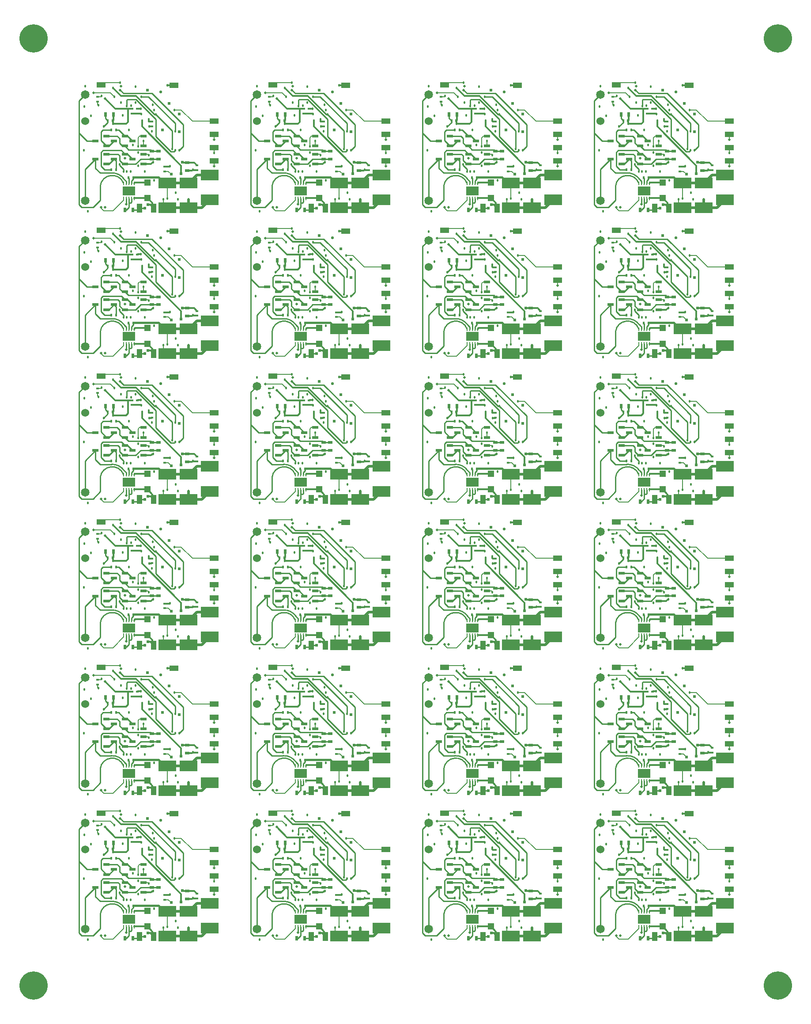
<source format=gbl>
G04 Layer_Physical_Order=4*
G04 Layer_Color=16711680*
%FSLAX24Y24*%
%MOIN*%
G70*
G01*
G75*
%ADD13R,0.0236X0.0157*%
%ADD14R,0.0512X0.0236*%
%ADD15R,0.0197X0.0354*%
%ADD21R,0.0157X0.0236*%
%ADD22R,0.0354X0.0197*%
%ADD27C,0.0120*%
%ADD28C,0.0080*%
%ADD29C,0.0100*%
%ADD31C,0.2130*%
%ADD32C,0.0180*%
%ADD33C,0.0240*%
%ADD34C,0.0650*%
%ADD35C,0.0600*%
%ADD36C,0.0200*%
%ADD37C,0.0217*%
%ADD38C,0.0220*%
%ADD39R,0.0650X0.0400*%
%ADD40R,0.1339X0.0846*%
%ADD41R,0.0433X0.0669*%
%ADD42R,0.0512X0.0512*%
%ADD43R,0.0937X0.0650*%
%ADD44O,0.0098X0.0276*%
%ADD45C,0.0200*%
%ADD46C,0.0150*%
D13*
X14624Y11551D02*
D03*
Y11197D02*
D03*
X17074Y11297D02*
D03*
Y11651D02*
D03*
X13674Y14597D02*
D03*
Y14951D02*
D03*
X12174Y15901D02*
D03*
Y15547D02*
D03*
X12574D02*
D03*
Y15901D02*
D03*
X9574Y16801D02*
D03*
Y16447D02*
D03*
X27593Y11551D02*
D03*
Y11197D02*
D03*
X30043Y11297D02*
D03*
Y11651D02*
D03*
X26643Y14597D02*
D03*
Y14951D02*
D03*
X25143Y15901D02*
D03*
Y15547D02*
D03*
X25543D02*
D03*
Y15901D02*
D03*
X22543Y16801D02*
D03*
Y16447D02*
D03*
X40561Y11551D02*
D03*
Y11197D02*
D03*
X43011Y11297D02*
D03*
Y11651D02*
D03*
X39611Y14597D02*
D03*
Y14951D02*
D03*
X38111Y15901D02*
D03*
Y15547D02*
D03*
X38511D02*
D03*
Y15901D02*
D03*
X35511Y16801D02*
D03*
Y16447D02*
D03*
X53530Y11551D02*
D03*
Y11197D02*
D03*
X55980Y11297D02*
D03*
Y11651D02*
D03*
X52580Y14597D02*
D03*
Y14951D02*
D03*
X51080Y15901D02*
D03*
Y15547D02*
D03*
X51480D02*
D03*
Y15901D02*
D03*
X48480Y16801D02*
D03*
Y16447D02*
D03*
X14624Y22539D02*
D03*
Y22184D02*
D03*
X17074Y22284D02*
D03*
Y22639D02*
D03*
X13674Y25584D02*
D03*
Y25939D02*
D03*
X12174Y26889D02*
D03*
Y26534D02*
D03*
X12574D02*
D03*
Y26889D02*
D03*
X9574Y27789D02*
D03*
Y27434D02*
D03*
X27593Y22539D02*
D03*
Y22184D02*
D03*
X30043Y22284D02*
D03*
Y22639D02*
D03*
X26643Y25584D02*
D03*
Y25939D02*
D03*
X25143Y26889D02*
D03*
Y26534D02*
D03*
X25543D02*
D03*
Y26889D02*
D03*
X22543Y27789D02*
D03*
Y27434D02*
D03*
X40561Y22539D02*
D03*
Y22184D02*
D03*
X43011Y22284D02*
D03*
Y22639D02*
D03*
X39611Y25584D02*
D03*
Y25939D02*
D03*
X38111Y26889D02*
D03*
Y26534D02*
D03*
X38511D02*
D03*
Y26889D02*
D03*
X35511Y27789D02*
D03*
Y27434D02*
D03*
X53530Y22539D02*
D03*
Y22184D02*
D03*
X55980Y22284D02*
D03*
Y22639D02*
D03*
X52580Y25584D02*
D03*
Y25939D02*
D03*
X51080Y26889D02*
D03*
Y26534D02*
D03*
X51480D02*
D03*
Y26889D02*
D03*
X48480Y27789D02*
D03*
Y27434D02*
D03*
X14624Y33526D02*
D03*
Y33172D02*
D03*
X17074Y33272D02*
D03*
Y33626D02*
D03*
X13674Y36572D02*
D03*
Y36926D02*
D03*
X12174Y37876D02*
D03*
Y37522D02*
D03*
X12574D02*
D03*
Y37876D02*
D03*
X9574Y38776D02*
D03*
Y38422D02*
D03*
X27593Y33526D02*
D03*
Y33172D02*
D03*
X30043Y33272D02*
D03*
Y33626D02*
D03*
X26643Y36572D02*
D03*
Y36926D02*
D03*
X25143Y37876D02*
D03*
Y37522D02*
D03*
X25543D02*
D03*
Y37876D02*
D03*
X22543Y38776D02*
D03*
Y38422D02*
D03*
X40561Y33526D02*
D03*
Y33172D02*
D03*
X43011Y33272D02*
D03*
Y33626D02*
D03*
X39611Y36572D02*
D03*
Y36926D02*
D03*
X38111Y37876D02*
D03*
Y37522D02*
D03*
X38511D02*
D03*
Y37876D02*
D03*
X35511Y38776D02*
D03*
Y38422D02*
D03*
X53530Y33526D02*
D03*
Y33172D02*
D03*
X55980Y33272D02*
D03*
Y33626D02*
D03*
X52580Y36572D02*
D03*
Y36926D02*
D03*
X51080Y37876D02*
D03*
Y37522D02*
D03*
X51480D02*
D03*
Y37876D02*
D03*
X48480Y38776D02*
D03*
Y38422D02*
D03*
X14624Y44513D02*
D03*
Y44159D02*
D03*
X17074Y44259D02*
D03*
Y44613D02*
D03*
X13674Y47559D02*
D03*
Y47913D02*
D03*
X12174Y48863D02*
D03*
Y48509D02*
D03*
X12574D02*
D03*
Y48863D02*
D03*
X9574Y49763D02*
D03*
Y49409D02*
D03*
X27593Y44513D02*
D03*
Y44159D02*
D03*
X30043Y44259D02*
D03*
Y44613D02*
D03*
X26643Y47559D02*
D03*
Y47913D02*
D03*
X25143Y48863D02*
D03*
Y48509D02*
D03*
X25543D02*
D03*
Y48863D02*
D03*
X22543Y49763D02*
D03*
Y49409D02*
D03*
X40561Y44513D02*
D03*
Y44159D02*
D03*
X43011Y44259D02*
D03*
Y44613D02*
D03*
X39611Y47559D02*
D03*
Y47913D02*
D03*
X38111Y48863D02*
D03*
Y48509D02*
D03*
X38511D02*
D03*
Y48863D02*
D03*
X35511Y49763D02*
D03*
Y49409D02*
D03*
X53530Y44513D02*
D03*
Y44159D02*
D03*
X55980Y44259D02*
D03*
Y44613D02*
D03*
X52580Y47559D02*
D03*
Y47913D02*
D03*
X51080Y48863D02*
D03*
Y48509D02*
D03*
X51480D02*
D03*
Y48863D02*
D03*
X48480Y49763D02*
D03*
Y49409D02*
D03*
X14624Y55501D02*
D03*
Y55146D02*
D03*
X17074Y55246D02*
D03*
Y55601D02*
D03*
X13674Y58546D02*
D03*
Y58901D02*
D03*
X12174Y59851D02*
D03*
Y59496D02*
D03*
X12574D02*
D03*
Y59851D02*
D03*
X9574Y60751D02*
D03*
Y60396D02*
D03*
X27593Y55501D02*
D03*
Y55146D02*
D03*
X30043Y55246D02*
D03*
Y55601D02*
D03*
X26643Y58546D02*
D03*
Y58901D02*
D03*
X25143Y59851D02*
D03*
Y59496D02*
D03*
X25543D02*
D03*
Y59851D02*
D03*
X22543Y60751D02*
D03*
Y60396D02*
D03*
X40561Y55501D02*
D03*
Y55146D02*
D03*
X43011Y55246D02*
D03*
Y55601D02*
D03*
X39611Y58546D02*
D03*
Y58901D02*
D03*
X38111Y59851D02*
D03*
Y59496D02*
D03*
X38511D02*
D03*
Y59851D02*
D03*
X35511Y60751D02*
D03*
Y60396D02*
D03*
X53530Y55501D02*
D03*
Y55146D02*
D03*
X55980Y55246D02*
D03*
Y55601D02*
D03*
X52580Y58546D02*
D03*
Y58901D02*
D03*
X51080Y59851D02*
D03*
Y59496D02*
D03*
X51480D02*
D03*
Y59851D02*
D03*
X48480Y60751D02*
D03*
Y60396D02*
D03*
X14624Y66488D02*
D03*
Y66134D02*
D03*
X17074Y66234D02*
D03*
Y66588D02*
D03*
X13674Y69534D02*
D03*
Y69888D02*
D03*
X12174Y70838D02*
D03*
Y70484D02*
D03*
X12574D02*
D03*
Y70838D02*
D03*
X9574Y71738D02*
D03*
Y71384D02*
D03*
X27593Y66488D02*
D03*
Y66134D02*
D03*
X30043Y66234D02*
D03*
Y66588D02*
D03*
X26643Y69534D02*
D03*
Y69888D02*
D03*
X25143Y70838D02*
D03*
Y70484D02*
D03*
X25543D02*
D03*
Y70838D02*
D03*
X22543Y71738D02*
D03*
Y71384D02*
D03*
X40561Y66488D02*
D03*
Y66134D02*
D03*
X43011Y66234D02*
D03*
Y66588D02*
D03*
X39611Y69534D02*
D03*
Y69888D02*
D03*
X38111Y70838D02*
D03*
Y70484D02*
D03*
X38511D02*
D03*
Y70838D02*
D03*
X35511Y71738D02*
D03*
Y71384D02*
D03*
X53530Y66488D02*
D03*
Y66134D02*
D03*
X55980Y66234D02*
D03*
Y66588D02*
D03*
X52580Y69534D02*
D03*
Y69888D02*
D03*
X51080Y70838D02*
D03*
Y70484D02*
D03*
X51480D02*
D03*
Y70838D02*
D03*
X48480Y71738D02*
D03*
Y71384D02*
D03*
D14*
X10237Y12498D02*
D03*
Y11750D02*
D03*
X9411Y12124D02*
D03*
X10237Y13848D02*
D03*
Y13100D02*
D03*
X9411Y13474D02*
D03*
X11637Y13848D02*
D03*
Y13100D02*
D03*
X10811Y13474D02*
D03*
X11637Y12498D02*
D03*
Y11750D02*
D03*
X10811Y12124D02*
D03*
X13037Y13848D02*
D03*
Y13100D02*
D03*
X12211Y13474D02*
D03*
X13037Y12498D02*
D03*
Y11750D02*
D03*
X12211Y12124D02*
D03*
X23206Y12498D02*
D03*
Y11750D02*
D03*
X22379Y12124D02*
D03*
X23206Y13848D02*
D03*
Y13100D02*
D03*
X22379Y13474D02*
D03*
X24606Y13848D02*
D03*
Y13100D02*
D03*
X23779Y13474D02*
D03*
X24606Y12498D02*
D03*
Y11750D02*
D03*
X23779Y12124D02*
D03*
X26006Y13848D02*
D03*
Y13100D02*
D03*
X25179Y13474D02*
D03*
X26006Y12498D02*
D03*
Y11750D02*
D03*
X25179Y12124D02*
D03*
X36174Y12498D02*
D03*
Y11750D02*
D03*
X35348Y12124D02*
D03*
X36174Y13848D02*
D03*
Y13100D02*
D03*
X35348Y13474D02*
D03*
X37574Y13848D02*
D03*
Y13100D02*
D03*
X36748Y13474D02*
D03*
X37574Y12498D02*
D03*
Y11750D02*
D03*
X36748Y12124D02*
D03*
X38974Y13848D02*
D03*
Y13100D02*
D03*
X38148Y13474D02*
D03*
X38974Y12498D02*
D03*
Y11750D02*
D03*
X38148Y12124D02*
D03*
X49143Y12498D02*
D03*
Y11750D02*
D03*
X48316Y12124D02*
D03*
X49143Y13848D02*
D03*
Y13100D02*
D03*
X48316Y13474D02*
D03*
X50543Y13848D02*
D03*
Y13100D02*
D03*
X49716Y13474D02*
D03*
X50543Y12498D02*
D03*
Y11750D02*
D03*
X49716Y12124D02*
D03*
X51943Y13848D02*
D03*
Y13100D02*
D03*
X51116Y13474D02*
D03*
X51943Y12498D02*
D03*
Y11750D02*
D03*
X51116Y12124D02*
D03*
X10237Y23485D02*
D03*
Y22737D02*
D03*
X9411Y23111D02*
D03*
X10237Y24835D02*
D03*
Y24087D02*
D03*
X9411Y24461D02*
D03*
X11637Y24835D02*
D03*
Y24087D02*
D03*
X10811Y24461D02*
D03*
X11637Y23485D02*
D03*
Y22737D02*
D03*
X10811Y23111D02*
D03*
X13037Y24835D02*
D03*
Y24087D02*
D03*
X12211Y24461D02*
D03*
X13037Y23485D02*
D03*
Y22737D02*
D03*
X12211Y23111D02*
D03*
X23206Y23485D02*
D03*
Y22737D02*
D03*
X22379Y23111D02*
D03*
X23206Y24835D02*
D03*
Y24087D02*
D03*
X22379Y24461D02*
D03*
X24606Y24835D02*
D03*
Y24087D02*
D03*
X23779Y24461D02*
D03*
X24606Y23485D02*
D03*
Y22737D02*
D03*
X23779Y23111D02*
D03*
X26006Y24835D02*
D03*
Y24087D02*
D03*
X25179Y24461D02*
D03*
X26006Y23485D02*
D03*
Y22737D02*
D03*
X25179Y23111D02*
D03*
X36174Y23485D02*
D03*
Y22737D02*
D03*
X35348Y23111D02*
D03*
X36174Y24835D02*
D03*
Y24087D02*
D03*
X35348Y24461D02*
D03*
X37574Y24835D02*
D03*
Y24087D02*
D03*
X36748Y24461D02*
D03*
X37574Y23485D02*
D03*
Y22737D02*
D03*
X36748Y23111D02*
D03*
X38974Y24835D02*
D03*
Y24087D02*
D03*
X38148Y24461D02*
D03*
X38974Y23485D02*
D03*
Y22737D02*
D03*
X38148Y23111D02*
D03*
X49143Y23485D02*
D03*
Y22737D02*
D03*
X48316Y23111D02*
D03*
X49143Y24835D02*
D03*
Y24087D02*
D03*
X48316Y24461D02*
D03*
X50543Y24835D02*
D03*
Y24087D02*
D03*
X49716Y24461D02*
D03*
X50543Y23485D02*
D03*
Y22737D02*
D03*
X49716Y23111D02*
D03*
X51943Y24835D02*
D03*
Y24087D02*
D03*
X51116Y24461D02*
D03*
X51943Y23485D02*
D03*
Y22737D02*
D03*
X51116Y23111D02*
D03*
X10237Y34473D02*
D03*
Y33725D02*
D03*
X9411Y34099D02*
D03*
X10237Y35823D02*
D03*
Y35075D02*
D03*
X9411Y35449D02*
D03*
X11637Y35823D02*
D03*
Y35075D02*
D03*
X10811Y35449D02*
D03*
X11637Y34473D02*
D03*
Y33725D02*
D03*
X10811Y34099D02*
D03*
X13037Y35823D02*
D03*
Y35075D02*
D03*
X12211Y35449D02*
D03*
X13037Y34473D02*
D03*
Y33725D02*
D03*
X12211Y34099D02*
D03*
X23206Y34473D02*
D03*
Y33725D02*
D03*
X22379Y34099D02*
D03*
X23206Y35823D02*
D03*
Y35075D02*
D03*
X22379Y35449D02*
D03*
X24606Y35823D02*
D03*
Y35075D02*
D03*
X23779Y35449D02*
D03*
X24606Y34473D02*
D03*
Y33725D02*
D03*
X23779Y34099D02*
D03*
X26006Y35823D02*
D03*
Y35075D02*
D03*
X25179Y35449D02*
D03*
X26006Y34473D02*
D03*
Y33725D02*
D03*
X25179Y34099D02*
D03*
X36174Y34473D02*
D03*
Y33725D02*
D03*
X35348Y34099D02*
D03*
X36174Y35823D02*
D03*
Y35075D02*
D03*
X35348Y35449D02*
D03*
X37574Y35823D02*
D03*
Y35075D02*
D03*
X36748Y35449D02*
D03*
X37574Y34473D02*
D03*
Y33725D02*
D03*
X36748Y34099D02*
D03*
X38974Y35823D02*
D03*
Y35075D02*
D03*
X38148Y35449D02*
D03*
X38974Y34473D02*
D03*
Y33725D02*
D03*
X38148Y34099D02*
D03*
X49143Y34473D02*
D03*
Y33725D02*
D03*
X48316Y34099D02*
D03*
X49143Y35823D02*
D03*
Y35075D02*
D03*
X48316Y35449D02*
D03*
X50543Y35823D02*
D03*
Y35075D02*
D03*
X49716Y35449D02*
D03*
X50543Y34473D02*
D03*
Y33725D02*
D03*
X49716Y34099D02*
D03*
X51943Y35823D02*
D03*
Y35075D02*
D03*
X51116Y35449D02*
D03*
X51943Y34473D02*
D03*
Y33725D02*
D03*
X51116Y34099D02*
D03*
X10237Y45460D02*
D03*
Y44712D02*
D03*
X9411Y45086D02*
D03*
X10237Y46810D02*
D03*
Y46062D02*
D03*
X9411Y46436D02*
D03*
X11637Y46810D02*
D03*
Y46062D02*
D03*
X10811Y46436D02*
D03*
X11637Y45460D02*
D03*
Y44712D02*
D03*
X10811Y45086D02*
D03*
X13037Y46810D02*
D03*
Y46062D02*
D03*
X12211Y46436D02*
D03*
X13037Y45460D02*
D03*
Y44712D02*
D03*
X12211Y45086D02*
D03*
X23206Y45460D02*
D03*
Y44712D02*
D03*
X22379Y45086D02*
D03*
X23206Y46810D02*
D03*
Y46062D02*
D03*
X22379Y46436D02*
D03*
X24606Y46810D02*
D03*
Y46062D02*
D03*
X23779Y46436D02*
D03*
X24606Y45460D02*
D03*
Y44712D02*
D03*
X23779Y45086D02*
D03*
X26006Y46810D02*
D03*
Y46062D02*
D03*
X25179Y46436D02*
D03*
X26006Y45460D02*
D03*
Y44712D02*
D03*
X25179Y45086D02*
D03*
X36174Y45460D02*
D03*
Y44712D02*
D03*
X35348Y45086D02*
D03*
X36174Y46810D02*
D03*
Y46062D02*
D03*
X35348Y46436D02*
D03*
X37574Y46810D02*
D03*
Y46062D02*
D03*
X36748Y46436D02*
D03*
X37574Y45460D02*
D03*
Y44712D02*
D03*
X36748Y45086D02*
D03*
X38974Y46810D02*
D03*
Y46062D02*
D03*
X38148Y46436D02*
D03*
X38974Y45460D02*
D03*
Y44712D02*
D03*
X38148Y45086D02*
D03*
X49143Y45460D02*
D03*
Y44712D02*
D03*
X48316Y45086D02*
D03*
X49143Y46810D02*
D03*
Y46062D02*
D03*
X48316Y46436D02*
D03*
X50543Y46810D02*
D03*
Y46062D02*
D03*
X49716Y46436D02*
D03*
X50543Y45460D02*
D03*
Y44712D02*
D03*
X49716Y45086D02*
D03*
X51943Y46810D02*
D03*
Y46062D02*
D03*
X51116Y46436D02*
D03*
X51943Y45460D02*
D03*
Y44712D02*
D03*
X51116Y45086D02*
D03*
X10237Y56448D02*
D03*
Y55700D02*
D03*
X9411Y56074D02*
D03*
X10237Y57798D02*
D03*
Y57050D02*
D03*
X9411Y57424D02*
D03*
X11637Y57798D02*
D03*
Y57050D02*
D03*
X10811Y57424D02*
D03*
X11637Y56448D02*
D03*
Y55700D02*
D03*
X10811Y56074D02*
D03*
X13037Y57798D02*
D03*
Y57050D02*
D03*
X12211Y57424D02*
D03*
X13037Y56448D02*
D03*
Y55700D02*
D03*
X12211Y56074D02*
D03*
X23206Y56448D02*
D03*
Y55700D02*
D03*
X22379Y56074D02*
D03*
X23206Y57798D02*
D03*
Y57050D02*
D03*
X22379Y57424D02*
D03*
X24606Y57798D02*
D03*
Y57050D02*
D03*
X23779Y57424D02*
D03*
X24606Y56448D02*
D03*
Y55700D02*
D03*
X23779Y56074D02*
D03*
X26006Y57798D02*
D03*
Y57050D02*
D03*
X25179Y57424D02*
D03*
X26006Y56448D02*
D03*
Y55700D02*
D03*
X25179Y56074D02*
D03*
X36174Y56448D02*
D03*
Y55700D02*
D03*
X35348Y56074D02*
D03*
X36174Y57798D02*
D03*
Y57050D02*
D03*
X35348Y57424D02*
D03*
X37574Y57798D02*
D03*
Y57050D02*
D03*
X36748Y57424D02*
D03*
X37574Y56448D02*
D03*
Y55700D02*
D03*
X36748Y56074D02*
D03*
X38974Y57798D02*
D03*
Y57050D02*
D03*
X38148Y57424D02*
D03*
X38974Y56448D02*
D03*
Y55700D02*
D03*
X38148Y56074D02*
D03*
X49143Y56448D02*
D03*
Y55700D02*
D03*
X48316Y56074D02*
D03*
X49143Y57798D02*
D03*
Y57050D02*
D03*
X48316Y57424D02*
D03*
X50543Y57798D02*
D03*
Y57050D02*
D03*
X49716Y57424D02*
D03*
X50543Y56448D02*
D03*
Y55700D02*
D03*
X49716Y56074D02*
D03*
X51943Y57798D02*
D03*
Y57050D02*
D03*
X51116Y57424D02*
D03*
X51943Y56448D02*
D03*
Y55700D02*
D03*
X51116Y56074D02*
D03*
X10237Y67435D02*
D03*
Y66687D02*
D03*
X9411Y67061D02*
D03*
X10237Y68785D02*
D03*
Y68037D02*
D03*
X9411Y68411D02*
D03*
X11637Y68785D02*
D03*
Y68037D02*
D03*
X10811Y68411D02*
D03*
X11637Y67435D02*
D03*
Y66687D02*
D03*
X10811Y67061D02*
D03*
X13037Y68785D02*
D03*
Y68037D02*
D03*
X12211Y68411D02*
D03*
X13037Y67435D02*
D03*
Y66687D02*
D03*
X12211Y67061D02*
D03*
X23206Y67435D02*
D03*
Y66687D02*
D03*
X22379Y67061D02*
D03*
X23206Y68785D02*
D03*
Y68037D02*
D03*
X22379Y68411D02*
D03*
X24606Y68785D02*
D03*
Y68037D02*
D03*
X23779Y68411D02*
D03*
X24606Y67435D02*
D03*
Y66687D02*
D03*
X23779Y67061D02*
D03*
X26006Y68785D02*
D03*
Y68037D02*
D03*
X25179Y68411D02*
D03*
X26006Y67435D02*
D03*
Y66687D02*
D03*
X25179Y67061D02*
D03*
X36174Y67435D02*
D03*
Y66687D02*
D03*
X35348Y67061D02*
D03*
X36174Y68785D02*
D03*
Y68037D02*
D03*
X35348Y68411D02*
D03*
X37574Y68785D02*
D03*
Y68037D02*
D03*
X36748Y68411D02*
D03*
X37574Y67435D02*
D03*
Y66687D02*
D03*
X36748Y67061D02*
D03*
X38974Y68785D02*
D03*
Y68037D02*
D03*
X38148Y68411D02*
D03*
X38974Y67435D02*
D03*
Y66687D02*
D03*
X38148Y67061D02*
D03*
X49143Y67435D02*
D03*
Y66687D02*
D03*
X48316Y67061D02*
D03*
X49143Y68785D02*
D03*
Y68037D02*
D03*
X48316Y68411D02*
D03*
X50543Y68785D02*
D03*
Y68037D02*
D03*
X49716Y68411D02*
D03*
X50543Y67435D02*
D03*
Y66687D02*
D03*
X49716Y67061D02*
D03*
X51943Y68785D02*
D03*
Y68037D02*
D03*
X51116Y68411D02*
D03*
X51943Y67435D02*
D03*
Y66687D02*
D03*
X51116Y67061D02*
D03*
D15*
X10179Y15474D02*
D03*
X10769D02*
D03*
X11629Y8274D02*
D03*
X12219D02*
D03*
X23147Y15474D02*
D03*
X23738D02*
D03*
X24597Y8274D02*
D03*
X25188D02*
D03*
X36116Y15474D02*
D03*
X36706D02*
D03*
X37566Y8274D02*
D03*
X38156D02*
D03*
X49084Y15474D02*
D03*
X49675D02*
D03*
X50534Y8274D02*
D03*
X51125D02*
D03*
X10179Y26461D02*
D03*
X10769D02*
D03*
X11629Y19261D02*
D03*
X12219D02*
D03*
X23147Y26461D02*
D03*
X23738D02*
D03*
X24597Y19261D02*
D03*
X25188D02*
D03*
X36116Y26461D02*
D03*
X36706D02*
D03*
X37566Y19261D02*
D03*
X38156D02*
D03*
X49084Y26461D02*
D03*
X49675D02*
D03*
X50534Y19261D02*
D03*
X51125D02*
D03*
X10179Y37449D02*
D03*
X10769D02*
D03*
X11629Y30249D02*
D03*
X12219D02*
D03*
X23147Y37449D02*
D03*
X23738D02*
D03*
X24597Y30249D02*
D03*
X25188D02*
D03*
X36116Y37449D02*
D03*
X36706D02*
D03*
X37566Y30249D02*
D03*
X38156D02*
D03*
X49084Y37449D02*
D03*
X49675D02*
D03*
X50534Y30249D02*
D03*
X51125D02*
D03*
X10179Y48436D02*
D03*
X10769D02*
D03*
X11629Y41236D02*
D03*
X12219D02*
D03*
X23147Y48436D02*
D03*
X23738D02*
D03*
X24597Y41236D02*
D03*
X25188D02*
D03*
X36116Y48436D02*
D03*
X36706D02*
D03*
X37566Y41236D02*
D03*
X38156D02*
D03*
X49084Y48436D02*
D03*
X49675D02*
D03*
X50534Y41236D02*
D03*
X51125D02*
D03*
X10179Y59424D02*
D03*
X10769D02*
D03*
X11629Y52224D02*
D03*
X12219D02*
D03*
X23147Y59424D02*
D03*
X23738D02*
D03*
X24597Y52224D02*
D03*
X25188D02*
D03*
X36116Y59424D02*
D03*
X36706D02*
D03*
X37566Y52224D02*
D03*
X38156D02*
D03*
X49084Y59424D02*
D03*
X49675D02*
D03*
X50534Y52224D02*
D03*
X51125D02*
D03*
X10179Y70411D02*
D03*
X10769D02*
D03*
X11629Y63211D02*
D03*
X12219D02*
D03*
X23147Y70411D02*
D03*
X23738D02*
D03*
X24597Y63211D02*
D03*
X25188D02*
D03*
X36116Y70411D02*
D03*
X36706D02*
D03*
X37566Y63211D02*
D03*
X38156D02*
D03*
X49084Y70411D02*
D03*
X49675D02*
D03*
X50534Y63211D02*
D03*
X51125D02*
D03*
D21*
X12251Y10724D02*
D03*
X11897D02*
D03*
X10701Y15024D02*
D03*
X10347D02*
D03*
X10951Y11324D02*
D03*
X10597D02*
D03*
Y14324D02*
D03*
X10951D02*
D03*
X25220Y10724D02*
D03*
X24865D02*
D03*
X23670Y15024D02*
D03*
X23315D02*
D03*
X23920Y11324D02*
D03*
X23565D02*
D03*
Y14324D02*
D03*
X23920D02*
D03*
X38188Y10724D02*
D03*
X37834D02*
D03*
X36638Y15024D02*
D03*
X36284D02*
D03*
X36888Y11324D02*
D03*
X36534D02*
D03*
Y14324D02*
D03*
X36888D02*
D03*
X51157Y10724D02*
D03*
X50802D02*
D03*
X49607Y15024D02*
D03*
X49252D02*
D03*
X49857Y11324D02*
D03*
X49502D02*
D03*
Y14324D02*
D03*
X49857D02*
D03*
X12251Y21711D02*
D03*
X11897D02*
D03*
X10701Y26011D02*
D03*
X10347D02*
D03*
X10951Y22311D02*
D03*
X10597D02*
D03*
Y25311D02*
D03*
X10951D02*
D03*
X25220Y21711D02*
D03*
X24865D02*
D03*
X23670Y26011D02*
D03*
X23315D02*
D03*
X23920Y22311D02*
D03*
X23565D02*
D03*
Y25311D02*
D03*
X23920D02*
D03*
X38188Y21711D02*
D03*
X37834D02*
D03*
X36638Y26011D02*
D03*
X36284D02*
D03*
X36888Y22311D02*
D03*
X36534D02*
D03*
Y25311D02*
D03*
X36888D02*
D03*
X51157Y21711D02*
D03*
X50802D02*
D03*
X49607Y26011D02*
D03*
X49252D02*
D03*
X49857Y22311D02*
D03*
X49502D02*
D03*
Y25311D02*
D03*
X49857D02*
D03*
X12251Y32699D02*
D03*
X11897D02*
D03*
X10701Y36999D02*
D03*
X10347D02*
D03*
X10951Y33299D02*
D03*
X10597D02*
D03*
Y36299D02*
D03*
X10951D02*
D03*
X25220Y32699D02*
D03*
X24865D02*
D03*
X23670Y36999D02*
D03*
X23315D02*
D03*
X23920Y33299D02*
D03*
X23565D02*
D03*
Y36299D02*
D03*
X23920D02*
D03*
X38188Y32699D02*
D03*
X37834D02*
D03*
X36638Y36999D02*
D03*
X36284D02*
D03*
X36888Y33299D02*
D03*
X36534D02*
D03*
Y36299D02*
D03*
X36888D02*
D03*
X51157Y32699D02*
D03*
X50802D02*
D03*
X49607Y36999D02*
D03*
X49252D02*
D03*
X49857Y33299D02*
D03*
X49502D02*
D03*
Y36299D02*
D03*
X49857D02*
D03*
X12251Y43686D02*
D03*
X11897D02*
D03*
X10701Y47986D02*
D03*
X10347D02*
D03*
X10951Y44286D02*
D03*
X10597D02*
D03*
Y47286D02*
D03*
X10951D02*
D03*
X25220Y43686D02*
D03*
X24865D02*
D03*
X23670Y47986D02*
D03*
X23315D02*
D03*
X23920Y44286D02*
D03*
X23565D02*
D03*
Y47286D02*
D03*
X23920D02*
D03*
X38188Y43686D02*
D03*
X37834D02*
D03*
X36638Y47986D02*
D03*
X36284D02*
D03*
X36888Y44286D02*
D03*
X36534D02*
D03*
Y47286D02*
D03*
X36888D02*
D03*
X51157Y43686D02*
D03*
X50802D02*
D03*
X49607Y47986D02*
D03*
X49252D02*
D03*
X49857Y44286D02*
D03*
X49502D02*
D03*
Y47286D02*
D03*
X49857D02*
D03*
X12251Y54674D02*
D03*
X11897D02*
D03*
X10701Y58974D02*
D03*
X10347D02*
D03*
X10951Y55274D02*
D03*
X10597D02*
D03*
Y58274D02*
D03*
X10951D02*
D03*
X25220Y54674D02*
D03*
X24865D02*
D03*
X23670Y58974D02*
D03*
X23315D02*
D03*
X23920Y55274D02*
D03*
X23565D02*
D03*
Y58274D02*
D03*
X23920D02*
D03*
X38188Y54674D02*
D03*
X37834D02*
D03*
X36638Y58974D02*
D03*
X36284D02*
D03*
X36888Y55274D02*
D03*
X36534D02*
D03*
Y58274D02*
D03*
X36888D02*
D03*
X51157Y54674D02*
D03*
X50802D02*
D03*
X49607Y58974D02*
D03*
X49252D02*
D03*
X49857Y55274D02*
D03*
X49502D02*
D03*
Y58274D02*
D03*
X49857D02*
D03*
X12251Y65661D02*
D03*
X11897D02*
D03*
X10701Y69961D02*
D03*
X10347D02*
D03*
X10951Y66261D02*
D03*
X10597D02*
D03*
Y69261D02*
D03*
X10951D02*
D03*
X25220Y65661D02*
D03*
X24865D02*
D03*
X23670Y69961D02*
D03*
X23315D02*
D03*
X23920Y66261D02*
D03*
X23565D02*
D03*
Y69261D02*
D03*
X23920D02*
D03*
X38188Y65661D02*
D03*
X37834D02*
D03*
X36638Y69961D02*
D03*
X36284D02*
D03*
X36888Y66261D02*
D03*
X36534D02*
D03*
Y69261D02*
D03*
X36888D02*
D03*
X51157Y65661D02*
D03*
X50802D02*
D03*
X49607Y69961D02*
D03*
X49252D02*
D03*
X49857Y66261D02*
D03*
X49502D02*
D03*
Y69261D02*
D03*
X49857D02*
D03*
D22*
X16340Y11853D02*
D03*
Y11263D02*
D03*
X14174Y12719D02*
D03*
Y12129D02*
D03*
X13674Y12719D02*
D03*
Y12129D02*
D03*
X29309Y11853D02*
D03*
Y11263D02*
D03*
X27143Y12719D02*
D03*
Y12129D02*
D03*
X26643Y12719D02*
D03*
Y12129D02*
D03*
X42277Y11853D02*
D03*
Y11263D02*
D03*
X40111Y12719D02*
D03*
Y12129D02*
D03*
X39611Y12719D02*
D03*
Y12129D02*
D03*
X55246Y11853D02*
D03*
Y11263D02*
D03*
X53080Y12719D02*
D03*
Y12129D02*
D03*
X52580Y12719D02*
D03*
Y12129D02*
D03*
X16340Y22841D02*
D03*
Y22250D02*
D03*
X14174Y23707D02*
D03*
Y23116D02*
D03*
X13674Y23707D02*
D03*
Y23116D02*
D03*
X29309Y22841D02*
D03*
Y22250D02*
D03*
X27143Y23707D02*
D03*
Y23116D02*
D03*
X26643Y23707D02*
D03*
Y23116D02*
D03*
X42277Y22841D02*
D03*
Y22250D02*
D03*
X40111Y23707D02*
D03*
Y23116D02*
D03*
X39611Y23707D02*
D03*
Y23116D02*
D03*
X55246Y22841D02*
D03*
Y22250D02*
D03*
X53080Y23707D02*
D03*
Y23116D02*
D03*
X52580Y23707D02*
D03*
Y23116D02*
D03*
X16340Y33828D02*
D03*
Y33237D02*
D03*
X14174Y34694D02*
D03*
Y34104D02*
D03*
X13674Y34694D02*
D03*
Y34104D02*
D03*
X29309Y33828D02*
D03*
Y33237D02*
D03*
X27143Y34694D02*
D03*
Y34104D02*
D03*
X26643Y34694D02*
D03*
Y34104D02*
D03*
X42277Y33828D02*
D03*
Y33237D02*
D03*
X40111Y34694D02*
D03*
Y34104D02*
D03*
X39611Y34694D02*
D03*
Y34104D02*
D03*
X55246Y33828D02*
D03*
Y33237D02*
D03*
X53080Y34694D02*
D03*
Y34104D02*
D03*
X52580Y34694D02*
D03*
Y34104D02*
D03*
X16340Y44815D02*
D03*
Y44225D02*
D03*
X14174Y45682D02*
D03*
Y45091D02*
D03*
X13674Y45682D02*
D03*
Y45091D02*
D03*
X29309Y44815D02*
D03*
Y44225D02*
D03*
X27143Y45682D02*
D03*
Y45091D02*
D03*
X26643Y45682D02*
D03*
Y45091D02*
D03*
X42277Y44815D02*
D03*
Y44225D02*
D03*
X40111Y45682D02*
D03*
Y45091D02*
D03*
X39611Y45682D02*
D03*
Y45091D02*
D03*
X55246Y44815D02*
D03*
Y44225D02*
D03*
X53080Y45682D02*
D03*
Y45091D02*
D03*
X52580Y45682D02*
D03*
Y45091D02*
D03*
X16340Y55803D02*
D03*
Y55212D02*
D03*
X14174Y56669D02*
D03*
Y56078D02*
D03*
X13674Y56669D02*
D03*
Y56078D02*
D03*
X29309Y55803D02*
D03*
Y55212D02*
D03*
X27143Y56669D02*
D03*
Y56078D02*
D03*
X26643Y56669D02*
D03*
Y56078D02*
D03*
X42277Y55803D02*
D03*
Y55212D02*
D03*
X40111Y56669D02*
D03*
Y56078D02*
D03*
X39611Y56669D02*
D03*
Y56078D02*
D03*
X55246Y55803D02*
D03*
Y55212D02*
D03*
X53080Y56669D02*
D03*
Y56078D02*
D03*
X52580Y56669D02*
D03*
Y56078D02*
D03*
X16340Y66790D02*
D03*
Y66200D02*
D03*
X14174Y67656D02*
D03*
Y67066D02*
D03*
X13674Y67656D02*
D03*
Y67066D02*
D03*
X29309Y66790D02*
D03*
Y66200D02*
D03*
X27143Y67656D02*
D03*
Y67066D02*
D03*
X26643Y67656D02*
D03*
Y67066D02*
D03*
X42277Y66790D02*
D03*
Y66200D02*
D03*
X40111Y67656D02*
D03*
Y67066D02*
D03*
X39611Y67656D02*
D03*
Y67066D02*
D03*
X55246Y66790D02*
D03*
Y66200D02*
D03*
X53080Y67656D02*
D03*
Y67066D02*
D03*
X52580Y67656D02*
D03*
Y67066D02*
D03*
D27*
X12924Y14574D02*
X15874Y11624D01*
X14824Y17674D02*
X15324D01*
X11324Y16874D02*
X12477D01*
X10724Y17474D02*
X11324Y16874D01*
X12477D02*
X13877Y15474D01*
X13974D01*
X15874Y11024D02*
Y11624D01*
X16340Y11853D02*
X16872D01*
X17074Y11651D01*
X16774Y11324D02*
X16801Y11297D01*
X17074D01*
X13600Y11750D02*
X13718Y11868D01*
X13763D01*
X13037Y11750D02*
X13600D01*
X15974Y11874D02*
X15995Y11853D01*
X16340D01*
Y11263D02*
X16713D01*
X16774Y11324D01*
X14624Y11551D02*
X15001D01*
X15024Y11574D01*
X10724Y14997D02*
X10769Y15042D01*
Y15474D01*
X10897Y15901D02*
X11874D01*
X10124Y16674D02*
X10897Y15901D01*
X13037Y11750D02*
X13063Y11724D01*
X12574Y15901D02*
X12597Y15924D01*
X12824D01*
X12924Y14574D02*
Y15024D01*
X12851Y15547D02*
X12874Y15524D01*
X12574Y15547D02*
X12851D01*
X12174D02*
X12574D01*
X10724Y14774D02*
Y14997D01*
Y14774D02*
X11724D01*
X11874Y14924D01*
Y15901D01*
X12174D01*
X13474Y14574D02*
X13647D01*
X13447Y14951D02*
X13674D01*
X13424Y14974D02*
X13447Y14951D01*
X13424Y14974D02*
Y15124D01*
X12397Y10365D02*
X13324D01*
X12318Y10285D02*
X12397Y10365D01*
X12318Y9163D02*
X12338Y9183D01*
X13324D02*
X13706Y8802D01*
X12338Y9183D02*
X13324D01*
X13374Y8674D02*
X13556D01*
X13706Y8524D01*
X13806Y8424D01*
X13706Y8524D02*
Y8802D01*
X25893Y14574D02*
X28843Y11624D01*
X27793Y17674D02*
X28293D01*
X24293Y16874D02*
X25446D01*
X23693Y17474D02*
X24293Y16874D01*
X25446D02*
X26846Y15474D01*
X26943D01*
X28843Y11024D02*
Y11624D01*
X29309Y11853D02*
X29841D01*
X30043Y11651D01*
X29743Y11324D02*
X29770Y11297D01*
X30043D01*
X26569Y11750D02*
X26687Y11868D01*
X26731D01*
X26006Y11750D02*
X26569D01*
X28943Y11874D02*
X28963Y11853D01*
X29309D01*
Y11263D02*
X29681D01*
X29743Y11324D01*
X27593Y11551D02*
X27970D01*
X27993Y11574D01*
X23693Y14997D02*
X23738Y15042D01*
Y15474D01*
X23865Y15901D02*
X24843D01*
X23093Y16674D02*
X23865Y15901D01*
X26006Y11750D02*
X26032Y11724D01*
X25543Y15901D02*
X25565Y15924D01*
X25793D01*
X25893Y14574D02*
Y15024D01*
X25820Y15547D02*
X25843Y15524D01*
X25543Y15547D02*
X25820D01*
X25143D02*
X25543D01*
X23693Y14774D02*
Y14997D01*
Y14774D02*
X24693D01*
X24843Y14924D01*
Y15901D01*
X25143D01*
X26443Y14574D02*
X26615D01*
X26415Y14951D02*
X26643D01*
X26393Y14974D02*
X26415Y14951D01*
X26393Y14974D02*
Y15124D01*
X25366Y10365D02*
X26293D01*
X25286Y10285D02*
X25366Y10365D01*
X25286Y9163D02*
X25307Y9183D01*
X26293D02*
X26674Y8802D01*
X25307Y9183D02*
X26293D01*
X26343Y8674D02*
X26524D01*
X26674Y8524D01*
X26774Y8424D01*
X26674Y8524D02*
Y8802D01*
X38861Y14574D02*
X41811Y11624D01*
X40761Y17674D02*
X41261D01*
X37261Y16874D02*
X38414D01*
X36661Y17474D02*
X37261Y16874D01*
X38414D02*
X39814Y15474D01*
X39911D01*
X41811Y11024D02*
Y11624D01*
X42277Y11853D02*
X42809D01*
X43011Y11651D01*
X42711Y11324D02*
X42738Y11297D01*
X43011D01*
X39537Y11750D02*
X39655Y11868D01*
X39700D01*
X38974Y11750D02*
X39537D01*
X41911Y11874D02*
X41932Y11853D01*
X42277D01*
Y11263D02*
X42650D01*
X42711Y11324D01*
X40561Y11551D02*
X40938D01*
X40961Y11574D01*
X36661Y14997D02*
X36706Y15042D01*
Y15474D01*
X36834Y15901D02*
X37811D01*
X36061Y16674D02*
X36834Y15901D01*
X38974Y11750D02*
X39000Y11724D01*
X38511Y15901D02*
X38534Y15924D01*
X38761D01*
X38861Y14574D02*
Y15024D01*
X38788Y15547D02*
X38811Y15524D01*
X38511Y15547D02*
X38788D01*
X38111D02*
X38511D01*
X36661Y14774D02*
Y14997D01*
Y14774D02*
X37661D01*
X37811Y14924D01*
Y15901D01*
X38111D01*
X39411Y14574D02*
X39584D01*
X39384Y14951D02*
X39611D01*
X39361Y14974D02*
X39384Y14951D01*
X39361Y14974D02*
Y15124D01*
X38334Y10365D02*
X39261D01*
X38255Y10285D02*
X38334Y10365D01*
X38255Y9163D02*
X38275Y9183D01*
X39261D02*
X39643Y8802D01*
X38275Y9183D02*
X39261D01*
X39311Y8674D02*
X39493D01*
X39643Y8524D01*
X39743Y8424D01*
X39643Y8524D02*
Y8802D01*
X51830Y14574D02*
X54780Y11624D01*
X53730Y17674D02*
X54230D01*
X50230Y16874D02*
X51383D01*
X49630Y17474D02*
X50230Y16874D01*
X51383D02*
X52783Y15474D01*
X52880D01*
X54780Y11024D02*
Y11624D01*
X55246Y11853D02*
X55778D01*
X55980Y11651D01*
X55680Y11324D02*
X55707Y11297D01*
X55980D01*
X52506Y11750D02*
X52624Y11868D01*
X52668D01*
X51943Y11750D02*
X52506D01*
X54880Y11874D02*
X54900Y11853D01*
X55246D01*
Y11263D02*
X55618D01*
X55680Y11324D01*
X53530Y11551D02*
X53907D01*
X53930Y11574D01*
X49630Y14997D02*
X49675Y15042D01*
Y15474D01*
X49802Y15901D02*
X50780D01*
X49030Y16674D02*
X49802Y15901D01*
X51943Y11750D02*
X51969Y11724D01*
X51480Y15901D02*
X51502Y15924D01*
X51730D01*
X51830Y14574D02*
Y15024D01*
X51757Y15547D02*
X51780Y15524D01*
X51480Y15547D02*
X51757D01*
X51080D02*
X51480D01*
X49630Y14774D02*
Y14997D01*
Y14774D02*
X50630D01*
X50780Y14924D01*
Y15901D01*
X51080D01*
X52380Y14574D02*
X52552D01*
X52352Y14951D02*
X52580D01*
X52330Y14974D02*
X52352Y14951D01*
X52330Y14974D02*
Y15124D01*
X51303Y10365D02*
X52230D01*
X51223Y10285D02*
X51303Y10365D01*
X51223Y9163D02*
X51244Y9183D01*
X52230D02*
X52611Y8802D01*
X51244Y9183D02*
X52230D01*
X52280Y8674D02*
X52461D01*
X52611Y8524D01*
X52711Y8424D01*
X52611Y8524D02*
Y8802D01*
X12924Y25561D02*
X15874Y22611D01*
X14824Y28661D02*
X15324D01*
X11324Y27861D02*
X12477D01*
X10724Y28461D02*
X11324Y27861D01*
X12477D02*
X13877Y26461D01*
X13974D01*
X15874Y22011D02*
Y22611D01*
X16340Y22841D02*
X16872D01*
X17074Y22639D01*
X16774Y22311D02*
X16801Y22284D01*
X17074D01*
X13600Y22737D02*
X13718Y22856D01*
X13763D01*
X13037Y22737D02*
X13600D01*
X15974Y22861D02*
X15995Y22841D01*
X16340D01*
Y22250D02*
X16713D01*
X16774Y22311D01*
X14624Y22539D02*
X15001D01*
X15024Y22561D01*
X10724Y25984D02*
X10769Y26030D01*
Y26461D01*
X10897Y26889D02*
X11874D01*
X10124Y27661D02*
X10897Y26889D01*
X13037Y22737D02*
X13063Y22711D01*
X12574Y26889D02*
X12597Y26911D01*
X12824D01*
X12924Y25561D02*
Y26011D01*
X12851Y26534D02*
X12874Y26511D01*
X12574Y26534D02*
X12851D01*
X12174D02*
X12574D01*
X10724Y25761D02*
Y25984D01*
Y25761D02*
X11724D01*
X11874Y25911D01*
Y26889D01*
X12174D01*
X13474Y25561D02*
X13647D01*
X13447Y25939D02*
X13674D01*
X13424Y25961D02*
X13447Y25939D01*
X13424Y25961D02*
Y26111D01*
X12397Y21352D02*
X13324D01*
X12318Y21272D02*
X12397Y21352D01*
X12318Y20150D02*
X12338Y20171D01*
X13324D02*
X13706Y19789D01*
X12338Y20171D02*
X13324D01*
X13374Y19661D02*
X13556D01*
X13706Y19511D01*
X13806Y19411D01*
X13706Y19511D02*
Y19789D01*
X25893Y25561D02*
X28843Y22611D01*
X27793Y28661D02*
X28293D01*
X24293Y27861D02*
X25446D01*
X23693Y28461D02*
X24293Y27861D01*
X25446D02*
X26846Y26461D01*
X26943D01*
X28843Y22011D02*
Y22611D01*
X29309Y22841D02*
X29841D01*
X30043Y22639D01*
X29743Y22311D02*
X29770Y22284D01*
X30043D01*
X26569Y22737D02*
X26687Y22856D01*
X26731D01*
X26006Y22737D02*
X26569D01*
X28943Y22861D02*
X28963Y22841D01*
X29309D01*
Y22250D02*
X29681D01*
X29743Y22311D01*
X27593Y22539D02*
X27970D01*
X27993Y22561D01*
X23693Y25984D02*
X23738Y26030D01*
Y26461D01*
X23865Y26889D02*
X24843D01*
X23093Y27661D02*
X23865Y26889D01*
X26006Y22737D02*
X26032Y22711D01*
X25543Y26889D02*
X25565Y26911D01*
X25793D01*
X25893Y25561D02*
Y26011D01*
X25820Y26534D02*
X25843Y26511D01*
X25543Y26534D02*
X25820D01*
X25143D02*
X25543D01*
X23693Y25761D02*
Y25984D01*
Y25761D02*
X24693D01*
X24843Y25911D01*
Y26889D01*
X25143D01*
X26443Y25561D02*
X26615D01*
X26415Y25939D02*
X26643D01*
X26393Y25961D02*
X26415Y25939D01*
X26393Y25961D02*
Y26111D01*
X25366Y21352D02*
X26293D01*
X25286Y21272D02*
X25366Y21352D01*
X25286Y20150D02*
X25307Y20171D01*
X26293D02*
X26674Y19789D01*
X25307Y20171D02*
X26293D01*
X26343Y19661D02*
X26524D01*
X26674Y19511D01*
X26774Y19411D01*
X26674Y19511D02*
Y19789D01*
X38861Y25561D02*
X41811Y22611D01*
X40761Y28661D02*
X41261D01*
X37261Y27861D02*
X38414D01*
X36661Y28461D02*
X37261Y27861D01*
X38414D02*
X39814Y26461D01*
X39911D01*
X41811Y22011D02*
Y22611D01*
X42277Y22841D02*
X42809D01*
X43011Y22639D01*
X42711Y22311D02*
X42738Y22284D01*
X43011D01*
X39537Y22737D02*
X39655Y22856D01*
X39700D01*
X38974Y22737D02*
X39537D01*
X41911Y22861D02*
X41932Y22841D01*
X42277D01*
Y22250D02*
X42650D01*
X42711Y22311D01*
X40561Y22539D02*
X40938D01*
X40961Y22561D01*
X36661Y25984D02*
X36706Y26030D01*
Y26461D01*
X36834Y26889D02*
X37811D01*
X36061Y27661D02*
X36834Y26889D01*
X38974Y22737D02*
X39000Y22711D01*
X38511Y26889D02*
X38534Y26911D01*
X38761D01*
X38861Y25561D02*
Y26011D01*
X38788Y26534D02*
X38811Y26511D01*
X38511Y26534D02*
X38788D01*
X38111D02*
X38511D01*
X36661Y25761D02*
Y25984D01*
Y25761D02*
X37661D01*
X37811Y25911D01*
Y26889D01*
X38111D01*
X39411Y25561D02*
X39584D01*
X39384Y25939D02*
X39611D01*
X39361Y25961D02*
X39384Y25939D01*
X39361Y25961D02*
Y26111D01*
X38334Y21352D02*
X39261D01*
X38255Y21272D02*
X38334Y21352D01*
X38255Y20150D02*
X38275Y20171D01*
X39261D02*
X39643Y19789D01*
X38275Y20171D02*
X39261D01*
X39311Y19661D02*
X39493D01*
X39643Y19511D01*
X39743Y19411D01*
X39643Y19511D02*
Y19789D01*
X51830Y25561D02*
X54780Y22611D01*
X53730Y28661D02*
X54230D01*
X50230Y27861D02*
X51383D01*
X49630Y28461D02*
X50230Y27861D01*
X51383D02*
X52783Y26461D01*
X52880D01*
X54780Y22011D02*
Y22611D01*
X55246Y22841D02*
X55778D01*
X55980Y22639D01*
X55680Y22311D02*
X55707Y22284D01*
X55980D01*
X52506Y22737D02*
X52624Y22856D01*
X52668D01*
X51943Y22737D02*
X52506D01*
X54880Y22861D02*
X54900Y22841D01*
X55246D01*
Y22250D02*
X55618D01*
X55680Y22311D01*
X53530Y22539D02*
X53907D01*
X53930Y22561D01*
X49630Y25984D02*
X49675Y26030D01*
Y26461D01*
X49802Y26889D02*
X50780D01*
X49030Y27661D02*
X49802Y26889D01*
X51943Y22737D02*
X51969Y22711D01*
X51480Y26889D02*
X51502Y26911D01*
X51730D01*
X51830Y25561D02*
Y26011D01*
X51757Y26534D02*
X51780Y26511D01*
X51480Y26534D02*
X51757D01*
X51080D02*
X51480D01*
X49630Y25761D02*
Y25984D01*
Y25761D02*
X50630D01*
X50780Y25911D01*
Y26889D01*
X51080D01*
X52380Y25561D02*
X52552D01*
X52352Y25939D02*
X52580D01*
X52330Y25961D02*
X52352Y25939D01*
X52330Y25961D02*
Y26111D01*
X51303Y21352D02*
X52230D01*
X51223Y21272D02*
X51303Y21352D01*
X51223Y20150D02*
X51244Y20171D01*
X52230D02*
X52611Y19789D01*
X51244Y20171D02*
X52230D01*
X52280Y19661D02*
X52461D01*
X52611Y19511D01*
X52711Y19411D01*
X52611Y19511D02*
Y19789D01*
X12924Y36549D02*
X15874Y33599D01*
X14824Y39649D02*
X15324D01*
X11324Y38849D02*
X12477D01*
X10724Y39449D02*
X11324Y38849D01*
X12477D02*
X13877Y37449D01*
X13974D01*
X15874Y32999D02*
Y33599D01*
X16340Y33828D02*
X16872D01*
X17074Y33626D01*
X16774Y33299D02*
X16801Y33272D01*
X17074D01*
X13600Y33725D02*
X13718Y33843D01*
X13763D01*
X13037Y33725D02*
X13600D01*
X15974Y33849D02*
X15995Y33828D01*
X16340D01*
Y33237D02*
X16713D01*
X16774Y33299D01*
X14624Y33526D02*
X15001D01*
X15024Y33549D01*
X10724Y36972D02*
X10769Y37017D01*
Y37449D01*
X10897Y37876D02*
X11874D01*
X10124Y38649D02*
X10897Y37876D01*
X13037Y33725D02*
X13063Y33699D01*
X12574Y37876D02*
X12597Y37899D01*
X12824D01*
X12924Y36549D02*
Y36999D01*
X12851Y37522D02*
X12874Y37499D01*
X12574Y37522D02*
X12851D01*
X12174D02*
X12574D01*
X10724Y36749D02*
Y36972D01*
Y36749D02*
X11724D01*
X11874Y36899D01*
Y37876D01*
X12174D01*
X13474Y36549D02*
X13647D01*
X13447Y36926D02*
X13674D01*
X13424Y36949D02*
X13447Y36926D01*
X13424Y36949D02*
Y37099D01*
X12397Y32339D02*
X13324D01*
X12318Y32260D02*
X12397Y32339D01*
X12318Y31138D02*
X12338Y31158D01*
X13324D02*
X13706Y30777D01*
X12338Y31158D02*
X13324D01*
X13374Y30649D02*
X13556D01*
X13706Y30499D01*
X13806Y30399D01*
X13706Y30499D02*
Y30777D01*
X25893Y36549D02*
X28843Y33599D01*
X27793Y39649D02*
X28293D01*
X24293Y38849D02*
X25446D01*
X23693Y39449D02*
X24293Y38849D01*
X25446D02*
X26846Y37449D01*
X26943D01*
X28843Y32999D02*
Y33599D01*
X29309Y33828D02*
X29841D01*
X30043Y33626D01*
X29743Y33299D02*
X29770Y33272D01*
X30043D01*
X26569Y33725D02*
X26687Y33843D01*
X26731D01*
X26006Y33725D02*
X26569D01*
X28943Y33849D02*
X28963Y33828D01*
X29309D01*
Y33237D02*
X29681D01*
X29743Y33299D01*
X27593Y33526D02*
X27970D01*
X27993Y33549D01*
X23693Y36972D02*
X23738Y37017D01*
Y37449D01*
X23865Y37876D02*
X24843D01*
X23093Y38649D02*
X23865Y37876D01*
X26006Y33725D02*
X26032Y33699D01*
X25543Y37876D02*
X25565Y37899D01*
X25793D01*
X25893Y36549D02*
Y36999D01*
X25820Y37522D02*
X25843Y37499D01*
X25543Y37522D02*
X25820D01*
X25143D02*
X25543D01*
X23693Y36749D02*
Y36972D01*
Y36749D02*
X24693D01*
X24843Y36899D01*
Y37876D01*
X25143D01*
X26443Y36549D02*
X26615D01*
X26415Y36926D02*
X26643D01*
X26393Y36949D02*
X26415Y36926D01*
X26393Y36949D02*
Y37099D01*
X25366Y32339D02*
X26293D01*
X25286Y32260D02*
X25366Y32339D01*
X25286Y31138D02*
X25307Y31158D01*
X26293D02*
X26674Y30777D01*
X25307Y31158D02*
X26293D01*
X26343Y30649D02*
X26524D01*
X26674Y30499D01*
X26774Y30399D01*
X26674Y30499D02*
Y30777D01*
X38861Y36549D02*
X41811Y33599D01*
X40761Y39649D02*
X41261D01*
X37261Y38849D02*
X38414D01*
X36661Y39449D02*
X37261Y38849D01*
X38414D02*
X39814Y37449D01*
X39911D01*
X41811Y32999D02*
Y33599D01*
X42277Y33828D02*
X42809D01*
X43011Y33626D01*
X42711Y33299D02*
X42738Y33272D01*
X43011D01*
X39537Y33725D02*
X39655Y33843D01*
X39700D01*
X38974Y33725D02*
X39537D01*
X41911Y33849D02*
X41932Y33828D01*
X42277D01*
Y33237D02*
X42650D01*
X42711Y33299D01*
X40561Y33526D02*
X40938D01*
X40961Y33549D01*
X36661Y36972D02*
X36706Y37017D01*
Y37449D01*
X36834Y37876D02*
X37811D01*
X36061Y38649D02*
X36834Y37876D01*
X38974Y33725D02*
X39000Y33699D01*
X38511Y37876D02*
X38534Y37899D01*
X38761D01*
X38861Y36549D02*
Y36999D01*
X38788Y37522D02*
X38811Y37499D01*
X38511Y37522D02*
X38788D01*
X38111D02*
X38511D01*
X36661Y36749D02*
Y36972D01*
Y36749D02*
X37661D01*
X37811Y36899D01*
Y37876D01*
X38111D01*
X39411Y36549D02*
X39584D01*
X39384Y36926D02*
X39611D01*
X39361Y36949D02*
X39384Y36926D01*
X39361Y36949D02*
Y37099D01*
X38334Y32339D02*
X39261D01*
X38255Y32260D02*
X38334Y32339D01*
X38255Y31138D02*
X38275Y31158D01*
X39261D02*
X39643Y30777D01*
X38275Y31158D02*
X39261D01*
X39311Y30649D02*
X39493D01*
X39643Y30499D01*
X39743Y30399D01*
X39643Y30499D02*
Y30777D01*
X51830Y36549D02*
X54780Y33599D01*
X53730Y39649D02*
X54230D01*
X50230Y38849D02*
X51383D01*
X49630Y39449D02*
X50230Y38849D01*
X51383D02*
X52783Y37449D01*
X52880D01*
X54780Y32999D02*
Y33599D01*
X55246Y33828D02*
X55778D01*
X55980Y33626D01*
X55680Y33299D02*
X55707Y33272D01*
X55980D01*
X52506Y33725D02*
X52624Y33843D01*
X52668D01*
X51943Y33725D02*
X52506D01*
X54880Y33849D02*
X54900Y33828D01*
X55246D01*
Y33237D02*
X55618D01*
X55680Y33299D01*
X53530Y33526D02*
X53907D01*
X53930Y33549D01*
X49630Y36972D02*
X49675Y37017D01*
Y37449D01*
X49802Y37876D02*
X50780D01*
X49030Y38649D02*
X49802Y37876D01*
X51943Y33725D02*
X51969Y33699D01*
X51480Y37876D02*
X51502Y37899D01*
X51730D01*
X51830Y36549D02*
Y36999D01*
X51757Y37522D02*
X51780Y37499D01*
X51480Y37522D02*
X51757D01*
X51080D02*
X51480D01*
X49630Y36749D02*
Y36972D01*
Y36749D02*
X50630D01*
X50780Y36899D01*
Y37876D01*
X51080D01*
X52380Y36549D02*
X52552D01*
X52352Y36926D02*
X52580D01*
X52330Y36949D02*
X52352Y36926D01*
X52330Y36949D02*
Y37099D01*
X51303Y32339D02*
X52230D01*
X51223Y32260D02*
X51303Y32339D01*
X51223Y31138D02*
X51244Y31158D01*
X52230D02*
X52611Y30777D01*
X51244Y31158D02*
X52230D01*
X52280Y30649D02*
X52461D01*
X52611Y30499D01*
X52711Y30399D01*
X52611Y30499D02*
Y30777D01*
X12924Y47536D02*
X15874Y44586D01*
X14824Y50636D02*
X15324D01*
X11324Y49836D02*
X12477D01*
X10724Y50436D02*
X11324Y49836D01*
X12477D02*
X13877Y48436D01*
X13974D01*
X15874Y43986D02*
Y44586D01*
X16340Y44815D02*
X16872D01*
X17074Y44613D01*
X16774Y44286D02*
X16801Y44259D01*
X17074D01*
X13600Y44712D02*
X13718Y44830D01*
X13763D01*
X13037Y44712D02*
X13600D01*
X15974Y44836D02*
X15995Y44815D01*
X16340D01*
Y44225D02*
X16713D01*
X16774Y44286D01*
X14624Y44513D02*
X15001D01*
X15024Y44536D01*
X10724Y47959D02*
X10769Y48004D01*
Y48436D01*
X10897Y48863D02*
X11874D01*
X10124Y49636D02*
X10897Y48863D01*
X13037Y44712D02*
X13063Y44686D01*
X12574Y48863D02*
X12597Y48886D01*
X12824D01*
X12924Y47536D02*
Y47986D01*
X12851Y48509D02*
X12874Y48486D01*
X12574Y48509D02*
X12851D01*
X12174D02*
X12574D01*
X10724Y47736D02*
Y47959D01*
Y47736D02*
X11724D01*
X11874Y47886D01*
Y48863D01*
X12174D01*
X13474Y47536D02*
X13647D01*
X13447Y47913D02*
X13674D01*
X13424Y47936D02*
X13447Y47913D01*
X13424Y47936D02*
Y48086D01*
X12397Y43327D02*
X13324D01*
X12318Y43247D02*
X12397Y43327D01*
X12318Y42125D02*
X12338Y42146D01*
X13324D02*
X13706Y41764D01*
X12338Y42146D02*
X13324D01*
X13374Y41636D02*
X13556D01*
X13706Y41486D01*
X13806Y41386D01*
X13706Y41486D02*
Y41764D01*
X25893Y47536D02*
X28843Y44586D01*
X27793Y50636D02*
X28293D01*
X24293Y49836D02*
X25446D01*
X23693Y50436D02*
X24293Y49836D01*
X25446D02*
X26846Y48436D01*
X26943D01*
X28843Y43986D02*
Y44586D01*
X29309Y44815D02*
X29841D01*
X30043Y44613D01*
X29743Y44286D02*
X29770Y44259D01*
X30043D01*
X26569Y44712D02*
X26687Y44830D01*
X26731D01*
X26006Y44712D02*
X26569D01*
X28943Y44836D02*
X28963Y44815D01*
X29309D01*
Y44225D02*
X29681D01*
X29743Y44286D01*
X27593Y44513D02*
X27970D01*
X27993Y44536D01*
X23693Y47959D02*
X23738Y48004D01*
Y48436D01*
X23865Y48863D02*
X24843D01*
X23093Y49636D02*
X23865Y48863D01*
X26006Y44712D02*
X26032Y44686D01*
X25543Y48863D02*
X25565Y48886D01*
X25793D01*
X25893Y47536D02*
Y47986D01*
X25820Y48509D02*
X25843Y48486D01*
X25543Y48509D02*
X25820D01*
X25143D02*
X25543D01*
X23693Y47736D02*
Y47959D01*
Y47736D02*
X24693D01*
X24843Y47886D01*
Y48863D01*
X25143D01*
X26443Y47536D02*
X26615D01*
X26415Y47913D02*
X26643D01*
X26393Y47936D02*
X26415Y47913D01*
X26393Y47936D02*
Y48086D01*
X25366Y43327D02*
X26293D01*
X25286Y43247D02*
X25366Y43327D01*
X25286Y42125D02*
X25307Y42146D01*
X26293D02*
X26674Y41764D01*
X25307Y42146D02*
X26293D01*
X26343Y41636D02*
X26524D01*
X26674Y41486D01*
X26774Y41386D01*
X26674Y41486D02*
Y41764D01*
X38861Y47536D02*
X41811Y44586D01*
X40761Y50636D02*
X41261D01*
X37261Y49836D02*
X38414D01*
X36661Y50436D02*
X37261Y49836D01*
X38414D02*
X39814Y48436D01*
X39911D01*
X41811Y43986D02*
Y44586D01*
X42277Y44815D02*
X42809D01*
X43011Y44613D01*
X42711Y44286D02*
X42738Y44259D01*
X43011D01*
X39537Y44712D02*
X39655Y44830D01*
X39700D01*
X38974Y44712D02*
X39537D01*
X41911Y44836D02*
X41932Y44815D01*
X42277D01*
Y44225D02*
X42650D01*
X42711Y44286D01*
X40561Y44513D02*
X40938D01*
X40961Y44536D01*
X36661Y47959D02*
X36706Y48004D01*
Y48436D01*
X36834Y48863D02*
X37811D01*
X36061Y49636D02*
X36834Y48863D01*
X38974Y44712D02*
X39000Y44686D01*
X38511Y48863D02*
X38534Y48886D01*
X38761D01*
X38861Y47536D02*
Y47986D01*
X38788Y48509D02*
X38811Y48486D01*
X38511Y48509D02*
X38788D01*
X38111D02*
X38511D01*
X36661Y47736D02*
Y47959D01*
Y47736D02*
X37661D01*
X37811Y47886D01*
Y48863D01*
X38111D01*
X39411Y47536D02*
X39584D01*
X39384Y47913D02*
X39611D01*
X39361Y47936D02*
X39384Y47913D01*
X39361Y47936D02*
Y48086D01*
X38334Y43327D02*
X39261D01*
X38255Y43247D02*
X38334Y43327D01*
X38255Y42125D02*
X38275Y42146D01*
X39261D02*
X39643Y41764D01*
X38275Y42146D02*
X39261D01*
X39311Y41636D02*
X39493D01*
X39643Y41486D01*
X39743Y41386D01*
X39643Y41486D02*
Y41764D01*
X51830Y47536D02*
X54780Y44586D01*
X53730Y50636D02*
X54230D01*
X50230Y49836D02*
X51383D01*
X49630Y50436D02*
X50230Y49836D01*
X51383D02*
X52783Y48436D01*
X52880D01*
X54780Y43986D02*
Y44586D01*
X55246Y44815D02*
X55778D01*
X55980Y44613D01*
X55680Y44286D02*
X55707Y44259D01*
X55980D01*
X52506Y44712D02*
X52624Y44830D01*
X52668D01*
X51943Y44712D02*
X52506D01*
X54880Y44836D02*
X54900Y44815D01*
X55246D01*
Y44225D02*
X55618D01*
X55680Y44286D01*
X53530Y44513D02*
X53907D01*
X53930Y44536D01*
X49630Y47959D02*
X49675Y48004D01*
Y48436D01*
X49802Y48863D02*
X50780D01*
X49030Y49636D02*
X49802Y48863D01*
X51943Y44712D02*
X51969Y44686D01*
X51480Y48863D02*
X51502Y48886D01*
X51730D01*
X51830Y47536D02*
Y47986D01*
X51757Y48509D02*
X51780Y48486D01*
X51480Y48509D02*
X51757D01*
X51080D02*
X51480D01*
X49630Y47736D02*
Y47959D01*
Y47736D02*
X50630D01*
X50780Y47886D01*
Y48863D01*
X51080D01*
X52380Y47536D02*
X52552D01*
X52352Y47913D02*
X52580D01*
X52330Y47936D02*
X52352Y47913D01*
X52330Y47936D02*
Y48086D01*
X51303Y43327D02*
X52230D01*
X51223Y43247D02*
X51303Y43327D01*
X51223Y42125D02*
X51244Y42146D01*
X52230D02*
X52611Y41764D01*
X51244Y42146D02*
X52230D01*
X52280Y41636D02*
X52461D01*
X52611Y41486D01*
X52711Y41386D01*
X52611Y41486D02*
Y41764D01*
X12924Y58524D02*
X15874Y55574D01*
X14824Y61624D02*
X15324D01*
X11324Y60824D02*
X12477D01*
X10724Y61424D02*
X11324Y60824D01*
X12477D02*
X13877Y59424D01*
X13974D01*
X15874Y54974D02*
Y55574D01*
X16340Y55803D02*
X16872D01*
X17074Y55601D01*
X16774Y55274D02*
X16801Y55246D01*
X17074D01*
X13600Y55700D02*
X13718Y55818D01*
X13763D01*
X13037Y55700D02*
X13600D01*
X15974Y55824D02*
X15995Y55803D01*
X16340D01*
Y55212D02*
X16713D01*
X16774Y55274D01*
X14624Y55501D02*
X15001D01*
X15024Y55524D01*
X10724Y58946D02*
X10769Y58992D01*
Y59424D01*
X10897Y59851D02*
X11874D01*
X10124Y60624D02*
X10897Y59851D01*
X13037Y55700D02*
X13063Y55674D01*
X12574Y59851D02*
X12597Y59874D01*
X12824D01*
X12924Y58524D02*
Y58974D01*
X12851Y59496D02*
X12874Y59474D01*
X12574Y59496D02*
X12851D01*
X12174D02*
X12574D01*
X10724Y58724D02*
Y58946D01*
Y58724D02*
X11724D01*
X11874Y58874D01*
Y59851D01*
X12174D01*
X13474Y58524D02*
X13647D01*
X13447Y58901D02*
X13674D01*
X13424Y58924D02*
X13447Y58901D01*
X13424Y58924D02*
Y59074D01*
X12397Y54314D02*
X13324D01*
X12318Y54235D02*
X12397Y54314D01*
X12318Y53113D02*
X12338Y53133D01*
X13324D02*
X13706Y52752D01*
X12338Y53133D02*
X13324D01*
X13374Y52624D02*
X13556D01*
X13706Y52474D01*
X13806Y52374D01*
X13706Y52474D02*
Y52752D01*
X25893Y58524D02*
X28843Y55574D01*
X27793Y61624D02*
X28293D01*
X24293Y60824D02*
X25446D01*
X23693Y61424D02*
X24293Y60824D01*
X25446D02*
X26846Y59424D01*
X26943D01*
X28843Y54974D02*
Y55574D01*
X29309Y55803D02*
X29841D01*
X30043Y55601D01*
X29743Y55274D02*
X29770Y55246D01*
X30043D01*
X26569Y55700D02*
X26687Y55818D01*
X26731D01*
X26006Y55700D02*
X26569D01*
X28943Y55824D02*
X28963Y55803D01*
X29309D01*
Y55212D02*
X29681D01*
X29743Y55274D01*
X27593Y55501D02*
X27970D01*
X27993Y55524D01*
X23693Y58946D02*
X23738Y58992D01*
Y59424D01*
X23865Y59851D02*
X24843D01*
X23093Y60624D02*
X23865Y59851D01*
X26006Y55700D02*
X26032Y55674D01*
X25543Y59851D02*
X25565Y59874D01*
X25793D01*
X25893Y58524D02*
Y58974D01*
X25820Y59496D02*
X25843Y59474D01*
X25543Y59496D02*
X25820D01*
X25143D02*
X25543D01*
X23693Y58724D02*
Y58946D01*
Y58724D02*
X24693D01*
X24843Y58874D01*
Y59851D01*
X25143D01*
X26443Y58524D02*
X26615D01*
X26415Y58901D02*
X26643D01*
X26393Y58924D02*
X26415Y58901D01*
X26393Y58924D02*
Y59074D01*
X25366Y54314D02*
X26293D01*
X25286Y54235D02*
X25366Y54314D01*
X25286Y53113D02*
X25307Y53133D01*
X26293D02*
X26674Y52752D01*
X25307Y53133D02*
X26293D01*
X26343Y52624D02*
X26524D01*
X26674Y52474D01*
X26774Y52374D01*
X26674Y52474D02*
Y52752D01*
X38861Y58524D02*
X41811Y55574D01*
X40761Y61624D02*
X41261D01*
X37261Y60824D02*
X38414D01*
X36661Y61424D02*
X37261Y60824D01*
X38414D02*
X39814Y59424D01*
X39911D01*
X41811Y54974D02*
Y55574D01*
X42277Y55803D02*
X42809D01*
X43011Y55601D01*
X42711Y55274D02*
X42738Y55246D01*
X43011D01*
X39537Y55700D02*
X39655Y55818D01*
X39700D01*
X38974Y55700D02*
X39537D01*
X41911Y55824D02*
X41932Y55803D01*
X42277D01*
Y55212D02*
X42650D01*
X42711Y55274D01*
X40561Y55501D02*
X40938D01*
X40961Y55524D01*
X36661Y58946D02*
X36706Y58992D01*
Y59424D01*
X36834Y59851D02*
X37811D01*
X36061Y60624D02*
X36834Y59851D01*
X38974Y55700D02*
X39000Y55674D01*
X38511Y59851D02*
X38534Y59874D01*
X38761D01*
X38861Y58524D02*
Y58974D01*
X38788Y59496D02*
X38811Y59474D01*
X38511Y59496D02*
X38788D01*
X38111D02*
X38511D01*
X36661Y58724D02*
Y58946D01*
Y58724D02*
X37661D01*
X37811Y58874D01*
Y59851D01*
X38111D01*
X39411Y58524D02*
X39584D01*
X39384Y58901D02*
X39611D01*
X39361Y58924D02*
X39384Y58901D01*
X39361Y58924D02*
Y59074D01*
X38334Y54314D02*
X39261D01*
X38255Y54235D02*
X38334Y54314D01*
X38255Y53113D02*
X38275Y53133D01*
X39261D02*
X39643Y52752D01*
X38275Y53133D02*
X39261D01*
X39311Y52624D02*
X39493D01*
X39643Y52474D01*
X39743Y52374D01*
X39643Y52474D02*
Y52752D01*
X51830Y58524D02*
X54780Y55574D01*
X53730Y61624D02*
X54230D01*
X50230Y60824D02*
X51383D01*
X49630Y61424D02*
X50230Y60824D01*
X51383D02*
X52783Y59424D01*
X52880D01*
X54780Y54974D02*
Y55574D01*
X55246Y55803D02*
X55778D01*
X55980Y55601D01*
X55680Y55274D02*
X55707Y55246D01*
X55980D01*
X52506Y55700D02*
X52624Y55818D01*
X52668D01*
X51943Y55700D02*
X52506D01*
X54880Y55824D02*
X54900Y55803D01*
X55246D01*
Y55212D02*
X55618D01*
X55680Y55274D01*
X53530Y55501D02*
X53907D01*
X53930Y55524D01*
X49630Y58946D02*
X49675Y58992D01*
Y59424D01*
X49802Y59851D02*
X50780D01*
X49030Y60624D02*
X49802Y59851D01*
X51943Y55700D02*
X51969Y55674D01*
X51480Y59851D02*
X51502Y59874D01*
X51730D01*
X51830Y58524D02*
Y58974D01*
X51757Y59496D02*
X51780Y59474D01*
X51480Y59496D02*
X51757D01*
X51080D02*
X51480D01*
X49630Y58724D02*
Y58946D01*
Y58724D02*
X50630D01*
X50780Y58874D01*
Y59851D01*
X51080D01*
X52380Y58524D02*
X52552D01*
X52352Y58901D02*
X52580D01*
X52330Y58924D02*
X52352Y58901D01*
X52330Y58924D02*
Y59074D01*
X51303Y54314D02*
X52230D01*
X51223Y54235D02*
X51303Y54314D01*
X51223Y53113D02*
X51244Y53133D01*
X52230D02*
X52611Y52752D01*
X51244Y53133D02*
X52230D01*
X52280Y52624D02*
X52461D01*
X52611Y52474D01*
X52711Y52374D01*
X52611Y52474D02*
Y52752D01*
X12924Y69511D02*
X15874Y66561D01*
X14824Y72611D02*
X15324D01*
X11324Y71811D02*
X12477D01*
X10724Y72411D02*
X11324Y71811D01*
X12477D02*
X13877Y70411D01*
X13974D01*
X15874Y65961D02*
Y66561D01*
X16340Y66790D02*
X16872D01*
X17074Y66588D01*
X16774Y66261D02*
X16801Y66234D01*
X17074D01*
X13600Y66687D02*
X13718Y66805D01*
X13763D01*
X13037Y66687D02*
X13600D01*
X15974Y66811D02*
X15995Y66790D01*
X16340D01*
Y66200D02*
X16713D01*
X16774Y66261D01*
X14624Y66488D02*
X15001D01*
X15024Y66511D01*
X10724Y69934D02*
X10769Y69979D01*
Y70411D01*
X10897Y70838D02*
X11874D01*
X10124Y71611D02*
X10897Y70838D01*
X13037Y66687D02*
X13063Y66661D01*
X12574Y70838D02*
X12597Y70861D01*
X12824D01*
X12924Y69511D02*
Y69961D01*
X12851Y70484D02*
X12874Y70461D01*
X12574Y70484D02*
X12851D01*
X12174D02*
X12574D01*
X10724Y69711D02*
Y69934D01*
Y69711D02*
X11724D01*
X11874Y69861D01*
Y70838D01*
X12174D01*
X13474Y69511D02*
X13647D01*
X13447Y69888D02*
X13674D01*
X13424Y69911D02*
X13447Y69888D01*
X13424Y69911D02*
Y70061D01*
X12397Y65302D02*
X13324D01*
X12318Y65222D02*
X12397Y65302D01*
X12318Y64100D02*
X12338Y64120D01*
X13324D02*
X13706Y63739D01*
X12338Y64120D02*
X13324D01*
X13374Y63611D02*
X13556D01*
X13706Y63461D01*
X13806Y63361D01*
X13706Y63461D02*
Y63739D01*
X25893Y69511D02*
X28843Y66561D01*
X27793Y72611D02*
X28293D01*
X24293Y71811D02*
X25446D01*
X23693Y72411D02*
X24293Y71811D01*
X25446D02*
X26846Y70411D01*
X26943D01*
X28843Y65961D02*
Y66561D01*
X29309Y66790D02*
X29841D01*
X30043Y66588D01*
X29743Y66261D02*
X29770Y66234D01*
X30043D01*
X26569Y66687D02*
X26687Y66805D01*
X26731D01*
X26006Y66687D02*
X26569D01*
X28943Y66811D02*
X28963Y66790D01*
X29309D01*
Y66200D02*
X29681D01*
X29743Y66261D01*
X27593Y66488D02*
X27970D01*
X27993Y66511D01*
X23693Y69934D02*
X23738Y69979D01*
Y70411D01*
X23865Y70838D02*
X24843D01*
X23093Y71611D02*
X23865Y70838D01*
X26006Y66687D02*
X26032Y66661D01*
X25543Y70838D02*
X25565Y70861D01*
X25793D01*
X25893Y69511D02*
Y69961D01*
X25820Y70484D02*
X25843Y70461D01*
X25543Y70484D02*
X25820D01*
X25143D02*
X25543D01*
X23693Y69711D02*
Y69934D01*
Y69711D02*
X24693D01*
X24843Y69861D01*
Y70838D01*
X25143D01*
X26443Y69511D02*
X26615D01*
X26415Y69888D02*
X26643D01*
X26393Y69911D02*
X26415Y69888D01*
X26393Y69911D02*
Y70061D01*
X25366Y65302D02*
X26293D01*
X25286Y65222D02*
X25366Y65302D01*
X25286Y64100D02*
X25307Y64120D01*
X26293D02*
X26674Y63739D01*
X25307Y64120D02*
X26293D01*
X26343Y63611D02*
X26524D01*
X26674Y63461D01*
X26774Y63361D01*
X26674Y63461D02*
Y63739D01*
X38861Y69511D02*
X41811Y66561D01*
X40761Y72611D02*
X41261D01*
X37261Y71811D02*
X38414D01*
X36661Y72411D02*
X37261Y71811D01*
X38414D02*
X39814Y70411D01*
X39911D01*
X41811Y65961D02*
Y66561D01*
X42277Y66790D02*
X42809D01*
X43011Y66588D01*
X42711Y66261D02*
X42738Y66234D01*
X43011D01*
X39537Y66687D02*
X39655Y66805D01*
X39700D01*
X38974Y66687D02*
X39537D01*
X41911Y66811D02*
X41932Y66790D01*
X42277D01*
Y66200D02*
X42650D01*
X42711Y66261D01*
X40561Y66488D02*
X40938D01*
X40961Y66511D01*
X36661Y69934D02*
X36706Y69979D01*
Y70411D01*
X36834Y70838D02*
X37811D01*
X36061Y71611D02*
X36834Y70838D01*
X38974Y66687D02*
X39000Y66661D01*
X38511Y70838D02*
X38534Y70861D01*
X38761D01*
X38861Y69511D02*
Y69961D01*
X38788Y70484D02*
X38811Y70461D01*
X38511Y70484D02*
X38788D01*
X38111D02*
X38511D01*
X36661Y69711D02*
Y69934D01*
Y69711D02*
X37661D01*
X37811Y69861D01*
Y70838D01*
X38111D01*
X39411Y69511D02*
X39584D01*
X39384Y69888D02*
X39611D01*
X39361Y69911D02*
X39384Y69888D01*
X39361Y69911D02*
Y70061D01*
X38334Y65302D02*
X39261D01*
X38255Y65222D02*
X38334Y65302D01*
X38255Y64100D02*
X38275Y64120D01*
X39261D02*
X39643Y63739D01*
X38275Y64120D02*
X39261D01*
X39311Y63611D02*
X39493D01*
X39643Y63461D01*
X39743Y63361D01*
X39643Y63461D02*
Y63739D01*
X51830Y69511D02*
X54780Y66561D01*
X53730Y72611D02*
X54230D01*
X50230Y71811D02*
X51383D01*
X49630Y72411D02*
X50230Y71811D01*
X51383D02*
X52783Y70411D01*
X52880D01*
X54780Y65961D02*
Y66561D01*
X55246Y66790D02*
X55778D01*
X55980Y66588D01*
X55680Y66261D02*
X55707Y66234D01*
X55980D01*
X52506Y66687D02*
X52624Y66805D01*
X52668D01*
X51943Y66687D02*
X52506D01*
X54880Y66811D02*
X54900Y66790D01*
X55246D01*
Y66200D02*
X55618D01*
X55680Y66261D01*
X53530Y66488D02*
X53907D01*
X53930Y66511D01*
X49630Y69934D02*
X49675Y69979D01*
Y70411D01*
X49802Y70838D02*
X50780D01*
X49030Y71611D02*
X49802Y70838D01*
X51943Y66687D02*
X51969Y66661D01*
X51480Y70838D02*
X51502Y70861D01*
X51730D01*
X51830Y69511D02*
Y69961D01*
X51757Y70484D02*
X51780Y70461D01*
X51480Y70484D02*
X51757D01*
X51080D02*
X51480D01*
X49630Y69711D02*
Y69934D01*
Y69711D02*
X50630D01*
X50780Y69861D01*
Y70838D01*
X51080D01*
X52380Y69511D02*
X52552D01*
X52352Y69888D02*
X52580D01*
X52330Y69911D02*
X52352Y69888D01*
X52330Y69911D02*
Y70061D01*
X51303Y65302D02*
X52230D01*
X51223Y65222D02*
X51303Y65302D01*
X51223Y64100D02*
X51244Y64120D01*
X52230D02*
X52611Y63739D01*
X51244Y64120D02*
X52230D01*
X52280Y63611D02*
X52461D01*
X52611Y63461D01*
X52711Y63361D01*
X52611Y63461D02*
Y63739D01*
D28*
X15374Y15824D02*
X15874D01*
X16724Y14974D01*
X18374D01*
X12748Y13848D02*
X13037D01*
X12624Y13724D02*
X12748Y13848D01*
X12624Y13074D02*
Y13724D01*
X13024Y13474D02*
X13037Y13461D01*
Y13100D02*
Y13461D01*
X13024Y13113D02*
X13037Y13100D01*
X13424Y12424D02*
X13443D01*
X13350Y12498D02*
X13424Y12424D01*
X13037Y12498D02*
X13350D01*
X14901Y11197D02*
X15124Y10974D01*
X14624Y11197D02*
X14901D01*
X14824Y10309D02*
X14826Y10307D01*
Y9148D02*
Y10307D01*
X14524Y8839D02*
Y9074D01*
X14224Y8539D02*
X14524Y8839D01*
X9574Y16212D02*
X9618Y16168D01*
X9574Y16212D02*
Y16447D01*
Y16801D02*
X9801D01*
X9874Y16874D01*
X9274Y17124D02*
X10524D01*
X14224Y8539D02*
X14324Y8439D01*
X10524Y17124D02*
X10824Y16824D01*
X18374Y12574D02*
Y12974D01*
X9974Y17874D02*
X11274D01*
X9824Y17724D02*
X9974Y17874D01*
X18374Y13574D02*
Y13974D01*
X9824Y8424D02*
X10024Y8224D01*
X9824Y8424D02*
Y8474D01*
X18374Y11574D02*
Y11974D01*
X10724Y8224D02*
X11530Y9030D01*
Y9163D01*
X10024Y8224D02*
X10724D01*
X28343Y15824D02*
X28843D01*
X29693Y14974D01*
X31343D01*
X25717Y13848D02*
X26006D01*
X25593Y13724D02*
X25717Y13848D01*
X25593Y13074D02*
Y13724D01*
X25993Y13474D02*
X26006Y13461D01*
Y13100D02*
Y13461D01*
X25993Y13113D02*
X26006Y13100D01*
X26393Y12424D02*
X26412D01*
X26319Y12498D02*
X26393Y12424D01*
X26006Y12498D02*
X26319D01*
X27870Y11197D02*
X28093Y10974D01*
X27593Y11197D02*
X27870D01*
X27793Y10309D02*
X27794Y10307D01*
Y9148D02*
Y10307D01*
X27493Y8839D02*
Y9074D01*
X27193Y8539D02*
X27493Y8839D01*
X22543Y16212D02*
X22587Y16168D01*
X22543Y16212D02*
Y16447D01*
Y16801D02*
X22770D01*
X22843Y16874D01*
X22243Y17124D02*
X23493D01*
X27193Y8539D02*
X27293Y8439D01*
X23493Y17124D02*
X23793Y16824D01*
X31343Y12574D02*
Y12974D01*
X22943Y17874D02*
X24243D01*
X22793Y17724D02*
X22943Y17874D01*
X31343Y13574D02*
Y13974D01*
X22793Y8424D02*
X22993Y8224D01*
X22793Y8424D02*
Y8474D01*
X31343Y11574D02*
Y11974D01*
X23693Y8224D02*
X24499Y9030D01*
Y9163D01*
X22993Y8224D02*
X23693D01*
X41311Y15824D02*
X41811D01*
X42661Y14974D01*
X44311D01*
X38685Y13848D02*
X38974D01*
X38561Y13724D02*
X38685Y13848D01*
X38561Y13074D02*
Y13724D01*
X38961Y13474D02*
X38974Y13461D01*
Y13100D02*
Y13461D01*
X38961Y13113D02*
X38974Y13100D01*
X39361Y12424D02*
X39380D01*
X39287Y12498D02*
X39361Y12424D01*
X38974Y12498D02*
X39287D01*
X40838Y11197D02*
X41061Y10974D01*
X40561Y11197D02*
X40838D01*
X40761Y10309D02*
X40763Y10307D01*
Y9148D02*
Y10307D01*
X40461Y8839D02*
Y9074D01*
X40161Y8539D02*
X40461Y8839D01*
X35511Y16212D02*
X35555Y16168D01*
X35511Y16212D02*
Y16447D01*
Y16801D02*
X35738D01*
X35811Y16874D01*
X35211Y17124D02*
X36461D01*
X40161Y8539D02*
X40261Y8439D01*
X36461Y17124D02*
X36761Y16824D01*
X44311Y12574D02*
Y12974D01*
X35911Y17874D02*
X37211D01*
X35761Y17724D02*
X35911Y17874D01*
X44311Y13574D02*
Y13974D01*
X35761Y8424D02*
X35961Y8224D01*
X35761Y8424D02*
Y8474D01*
X44311Y11574D02*
Y11974D01*
X36661Y8224D02*
X37467Y9030D01*
Y9163D01*
X35961Y8224D02*
X36661D01*
X54280Y15824D02*
X54780D01*
X55630Y14974D01*
X57280D01*
X51654Y13848D02*
X51943D01*
X51530Y13724D02*
X51654Y13848D01*
X51530Y13074D02*
Y13724D01*
X51930Y13474D02*
X51943Y13461D01*
Y13100D02*
Y13461D01*
X51930Y13113D02*
X51943Y13100D01*
X52330Y12424D02*
X52349D01*
X52256Y12498D02*
X52330Y12424D01*
X51943Y12498D02*
X52256D01*
X53807Y11197D02*
X54030Y10974D01*
X53530Y11197D02*
X53807D01*
X53730Y10309D02*
X53731Y10307D01*
Y9148D02*
Y10307D01*
X53430Y8839D02*
Y9074D01*
X53130Y8539D02*
X53430Y8839D01*
X48480Y16212D02*
X48524Y16168D01*
X48480Y16212D02*
Y16447D01*
Y16801D02*
X48707D01*
X48780Y16874D01*
X48180Y17124D02*
X49430D01*
X53130Y8539D02*
X53230Y8439D01*
X49430Y17124D02*
X49730Y16824D01*
X57280Y12574D02*
Y12974D01*
X48880Y17874D02*
X50180D01*
X48730Y17724D02*
X48880Y17874D01*
X57280Y13574D02*
Y13974D01*
X48730Y8424D02*
X48930Y8224D01*
X48730Y8424D02*
Y8474D01*
X57280Y11574D02*
Y11974D01*
X49630Y8224D02*
X50436Y9030D01*
Y9163D01*
X48930Y8224D02*
X49630D01*
X15374Y26811D02*
X15874D01*
X16724Y25961D01*
X18374D01*
X12748Y24835D02*
X13037D01*
X12624Y24711D02*
X12748Y24835D01*
X12624Y24061D02*
Y24711D01*
X13024Y24461D02*
X13037Y24448D01*
Y24087D02*
Y24448D01*
X13024Y24101D02*
X13037Y24087D01*
X13424Y23411D02*
X13443D01*
X13350Y23485D02*
X13424Y23411D01*
X13037Y23485D02*
X13350D01*
X14901Y22184D02*
X15124Y21961D01*
X14624Y22184D02*
X14901D01*
X14824Y21296D02*
X14826Y21295D01*
Y20136D02*
Y21295D01*
X14524Y19826D02*
Y20061D01*
X14224Y19526D02*
X14524Y19826D01*
X9574Y27200D02*
X9618Y27156D01*
X9574Y27200D02*
Y27434D01*
Y27789D02*
X9801D01*
X9874Y27861D01*
X9274Y28111D02*
X10524D01*
X14224Y19526D02*
X14324Y19426D01*
X10524Y28111D02*
X10824Y27811D01*
X18374Y23561D02*
Y23961D01*
X9974Y28861D02*
X11274D01*
X9824Y28711D02*
X9974Y28861D01*
X18374Y24561D02*
Y24961D01*
X9824Y19411D02*
X10024Y19211D01*
X9824Y19411D02*
Y19461D01*
X18374Y22561D02*
Y22961D01*
X10724Y19211D02*
X11530Y20018D01*
Y20150D01*
X10024Y19211D02*
X10724D01*
X28343Y26811D02*
X28843D01*
X29693Y25961D01*
X31343D01*
X25717Y24835D02*
X26006D01*
X25593Y24711D02*
X25717Y24835D01*
X25593Y24061D02*
Y24711D01*
X25993Y24461D02*
X26006Y24448D01*
Y24087D02*
Y24448D01*
X25993Y24101D02*
X26006Y24087D01*
X26393Y23411D02*
X26412D01*
X26319Y23485D02*
X26393Y23411D01*
X26006Y23485D02*
X26319D01*
X27870Y22184D02*
X28093Y21961D01*
X27593Y22184D02*
X27870D01*
X27793Y21296D02*
X27794Y21295D01*
Y20136D02*
Y21295D01*
X27493Y19826D02*
Y20061D01*
X27193Y19526D02*
X27493Y19826D01*
X22543Y27200D02*
X22587Y27156D01*
X22543Y27200D02*
Y27434D01*
Y27789D02*
X22770D01*
X22843Y27861D01*
X22243Y28111D02*
X23493D01*
X27193Y19526D02*
X27293Y19426D01*
X23493Y28111D02*
X23793Y27811D01*
X31343Y23561D02*
Y23961D01*
X22943Y28861D02*
X24243D01*
X22793Y28711D02*
X22943Y28861D01*
X31343Y24561D02*
Y24961D01*
X22793Y19411D02*
X22993Y19211D01*
X22793Y19411D02*
Y19461D01*
X31343Y22561D02*
Y22961D01*
X23693Y19211D02*
X24499Y20018D01*
Y20150D01*
X22993Y19211D02*
X23693D01*
X41311Y26811D02*
X41811D01*
X42661Y25961D01*
X44311D01*
X38685Y24835D02*
X38974D01*
X38561Y24711D02*
X38685Y24835D01*
X38561Y24061D02*
Y24711D01*
X38961Y24461D02*
X38974Y24448D01*
Y24087D02*
Y24448D01*
X38961Y24101D02*
X38974Y24087D01*
X39361Y23411D02*
X39380D01*
X39287Y23485D02*
X39361Y23411D01*
X38974Y23485D02*
X39287D01*
X40838Y22184D02*
X41061Y21961D01*
X40561Y22184D02*
X40838D01*
X40761Y21296D02*
X40763Y21295D01*
Y20136D02*
Y21295D01*
X40461Y19826D02*
Y20061D01*
X40161Y19526D02*
X40461Y19826D01*
X35511Y27200D02*
X35555Y27156D01*
X35511Y27200D02*
Y27434D01*
Y27789D02*
X35738D01*
X35811Y27861D01*
X35211Y28111D02*
X36461D01*
X40161Y19526D02*
X40261Y19426D01*
X36461Y28111D02*
X36761Y27811D01*
X44311Y23561D02*
Y23961D01*
X35911Y28861D02*
X37211D01*
X35761Y28711D02*
X35911Y28861D01*
X44311Y24561D02*
Y24961D01*
X35761Y19411D02*
X35961Y19211D01*
X35761Y19411D02*
Y19461D01*
X44311Y22561D02*
Y22961D01*
X36661Y19211D02*
X37467Y20018D01*
Y20150D01*
X35961Y19211D02*
X36661D01*
X54280Y26811D02*
X54780D01*
X55630Y25961D01*
X57280D01*
X51654Y24835D02*
X51943D01*
X51530Y24711D02*
X51654Y24835D01*
X51530Y24061D02*
Y24711D01*
X51930Y24461D02*
X51943Y24448D01*
Y24087D02*
Y24448D01*
X51930Y24101D02*
X51943Y24087D01*
X52330Y23411D02*
X52349D01*
X52256Y23485D02*
X52330Y23411D01*
X51943Y23485D02*
X52256D01*
X53807Y22184D02*
X54030Y21961D01*
X53530Y22184D02*
X53807D01*
X53730Y21296D02*
X53731Y21295D01*
Y20136D02*
Y21295D01*
X53430Y19826D02*
Y20061D01*
X53130Y19526D02*
X53430Y19826D01*
X48480Y27200D02*
X48524Y27156D01*
X48480Y27200D02*
Y27434D01*
Y27789D02*
X48707D01*
X48780Y27861D01*
X48180Y28111D02*
X49430D01*
X53130Y19526D02*
X53230Y19426D01*
X49430Y28111D02*
X49730Y27811D01*
X57280Y23561D02*
Y23961D01*
X48880Y28861D02*
X50180D01*
X48730Y28711D02*
X48880Y28861D01*
X57280Y24561D02*
Y24961D01*
X48730Y19411D02*
X48930Y19211D01*
X48730Y19411D02*
Y19461D01*
X57280Y22561D02*
Y22961D01*
X49630Y19211D02*
X50436Y20018D01*
Y20150D01*
X48930Y19211D02*
X49630D01*
X15374Y37799D02*
X15874D01*
X16724Y36949D01*
X18374D01*
X12748Y35823D02*
X13037D01*
X12624Y35699D02*
X12748Y35823D01*
X12624Y35049D02*
Y35699D01*
X13024Y35449D02*
X13037Y35435D01*
Y35075D02*
Y35435D01*
X13024Y35088D02*
X13037Y35075D01*
X13424Y34399D02*
X13443D01*
X13350Y34473D02*
X13424Y34399D01*
X13037Y34473D02*
X13350D01*
X14901Y33172D02*
X15124Y32949D01*
X14624Y33172D02*
X14901D01*
X14824Y32284D02*
X14826Y32282D01*
Y31123D02*
Y32282D01*
X14524Y30814D02*
Y31049D01*
X14224Y30514D02*
X14524Y30814D01*
X9574Y38187D02*
X9618Y38143D01*
X9574Y38187D02*
Y38422D01*
Y38776D02*
X9801D01*
X9874Y38849D01*
X9274Y39099D02*
X10524D01*
X14224Y30514D02*
X14324Y30414D01*
X10524Y39099D02*
X10824Y38799D01*
X18374Y34549D02*
Y34949D01*
X9974Y39849D02*
X11274D01*
X9824Y39699D02*
X9974Y39849D01*
X18374Y35549D02*
Y35949D01*
X9824Y30399D02*
X10024Y30199D01*
X9824Y30399D02*
Y30449D01*
X18374Y33549D02*
Y33949D01*
X10724Y30199D02*
X11530Y31005D01*
Y31138D01*
X10024Y30199D02*
X10724D01*
X28343Y37799D02*
X28843D01*
X29693Y36949D01*
X31343D01*
X25717Y35823D02*
X26006D01*
X25593Y35699D02*
X25717Y35823D01*
X25593Y35049D02*
Y35699D01*
X25993Y35449D02*
X26006Y35435D01*
Y35075D02*
Y35435D01*
X25993Y35088D02*
X26006Y35075D01*
X26393Y34399D02*
X26412D01*
X26319Y34473D02*
X26393Y34399D01*
X26006Y34473D02*
X26319D01*
X27870Y33172D02*
X28093Y32949D01*
X27593Y33172D02*
X27870D01*
X27793Y32284D02*
X27794Y32282D01*
Y31123D02*
Y32282D01*
X27493Y30814D02*
Y31049D01*
X27193Y30514D02*
X27493Y30814D01*
X22543Y38187D02*
X22587Y38143D01*
X22543Y38187D02*
Y38422D01*
Y38776D02*
X22770D01*
X22843Y38849D01*
X22243Y39099D02*
X23493D01*
X27193Y30514D02*
X27293Y30414D01*
X23493Y39099D02*
X23793Y38799D01*
X31343Y34549D02*
Y34949D01*
X22943Y39849D02*
X24243D01*
X22793Y39699D02*
X22943Y39849D01*
X31343Y35549D02*
Y35949D01*
X22793Y30399D02*
X22993Y30199D01*
X22793Y30399D02*
Y30449D01*
X31343Y33549D02*
Y33949D01*
X23693Y30199D02*
X24499Y31005D01*
Y31138D01*
X22993Y30199D02*
X23693D01*
X41311Y37799D02*
X41811D01*
X42661Y36949D01*
X44311D01*
X38685Y35823D02*
X38974D01*
X38561Y35699D02*
X38685Y35823D01*
X38561Y35049D02*
Y35699D01*
X38961Y35449D02*
X38974Y35435D01*
Y35075D02*
Y35435D01*
X38961Y35088D02*
X38974Y35075D01*
X39361Y34399D02*
X39380D01*
X39287Y34473D02*
X39361Y34399D01*
X38974Y34473D02*
X39287D01*
X40838Y33172D02*
X41061Y32949D01*
X40561Y33172D02*
X40838D01*
X40761Y32284D02*
X40763Y32282D01*
Y31123D02*
Y32282D01*
X40461Y30814D02*
Y31049D01*
X40161Y30514D02*
X40461Y30814D01*
X35511Y38187D02*
X35555Y38143D01*
X35511Y38187D02*
Y38422D01*
Y38776D02*
X35738D01*
X35811Y38849D01*
X35211Y39099D02*
X36461D01*
X40161Y30514D02*
X40261Y30414D01*
X36461Y39099D02*
X36761Y38799D01*
X44311Y34549D02*
Y34949D01*
X35911Y39849D02*
X37211D01*
X35761Y39699D02*
X35911Y39849D01*
X44311Y35549D02*
Y35949D01*
X35761Y30399D02*
X35961Y30199D01*
X35761Y30399D02*
Y30449D01*
X44311Y33549D02*
Y33949D01*
X36661Y30199D02*
X37467Y31005D01*
Y31138D01*
X35961Y30199D02*
X36661D01*
X54280Y37799D02*
X54780D01*
X55630Y36949D01*
X57280D01*
X51654Y35823D02*
X51943D01*
X51530Y35699D02*
X51654Y35823D01*
X51530Y35049D02*
Y35699D01*
X51930Y35449D02*
X51943Y35435D01*
Y35075D02*
Y35435D01*
X51930Y35088D02*
X51943Y35075D01*
X52330Y34399D02*
X52349D01*
X52256Y34473D02*
X52330Y34399D01*
X51943Y34473D02*
X52256D01*
X53807Y33172D02*
X54030Y32949D01*
X53530Y33172D02*
X53807D01*
X53730Y32284D02*
X53731Y32282D01*
Y31123D02*
Y32282D01*
X53430Y30814D02*
Y31049D01*
X53130Y30514D02*
X53430Y30814D01*
X48480Y38187D02*
X48524Y38143D01*
X48480Y38187D02*
Y38422D01*
Y38776D02*
X48707D01*
X48780Y38849D01*
X48180Y39099D02*
X49430D01*
X53130Y30514D02*
X53230Y30414D01*
X49430Y39099D02*
X49730Y38799D01*
X57280Y34549D02*
Y34949D01*
X48880Y39849D02*
X50180D01*
X48730Y39699D02*
X48880Y39849D01*
X57280Y35549D02*
Y35949D01*
X48730Y30399D02*
X48930Y30199D01*
X48730Y30399D02*
Y30449D01*
X57280Y33549D02*
Y33949D01*
X49630Y30199D02*
X50436Y31005D01*
Y31138D01*
X48930Y30199D02*
X49630D01*
X15374Y48786D02*
X15874D01*
X16724Y47936D01*
X18374D01*
X12748Y46810D02*
X13037D01*
X12624Y46686D02*
X12748Y46810D01*
X12624Y46036D02*
Y46686D01*
X13024Y46436D02*
X13037Y46423D01*
Y46062D02*
Y46423D01*
X13024Y46076D02*
X13037Y46062D01*
X13424Y45386D02*
X13443D01*
X13350Y45460D02*
X13424Y45386D01*
X13037Y45460D02*
X13350D01*
X14901Y44159D02*
X15124Y43936D01*
X14624Y44159D02*
X14901D01*
X14824Y43271D02*
X14826Y43269D01*
Y42110D02*
Y43269D01*
X14524Y41801D02*
Y42036D01*
X14224Y41501D02*
X14524Y41801D01*
X9574Y49174D02*
X9618Y49130D01*
X9574Y49174D02*
Y49409D01*
Y49763D02*
X9801D01*
X9874Y49836D01*
X9274Y50086D02*
X10524D01*
X14224Y41501D02*
X14324Y41401D01*
X10524Y50086D02*
X10824Y49786D01*
X18374Y45536D02*
Y45936D01*
X9974Y50836D02*
X11274D01*
X9824Y50686D02*
X9974Y50836D01*
X18374Y46536D02*
Y46936D01*
X9824Y41386D02*
X10024Y41186D01*
X9824Y41386D02*
Y41436D01*
X18374Y44536D02*
Y44936D01*
X10724Y41186D02*
X11530Y41993D01*
Y42125D01*
X10024Y41186D02*
X10724D01*
X28343Y48786D02*
X28843D01*
X29693Y47936D01*
X31343D01*
X25717Y46810D02*
X26006D01*
X25593Y46686D02*
X25717Y46810D01*
X25593Y46036D02*
Y46686D01*
X25993Y46436D02*
X26006Y46423D01*
Y46062D02*
Y46423D01*
X25993Y46076D02*
X26006Y46062D01*
X26393Y45386D02*
X26412D01*
X26319Y45460D02*
X26393Y45386D01*
X26006Y45460D02*
X26319D01*
X27870Y44159D02*
X28093Y43936D01*
X27593Y44159D02*
X27870D01*
X27793Y43271D02*
X27794Y43269D01*
Y42110D02*
Y43269D01*
X27493Y41801D02*
Y42036D01*
X27193Y41501D02*
X27493Y41801D01*
X22543Y49174D02*
X22587Y49130D01*
X22543Y49174D02*
Y49409D01*
Y49763D02*
X22770D01*
X22843Y49836D01*
X22243Y50086D02*
X23493D01*
X27193Y41501D02*
X27293Y41401D01*
X23493Y50086D02*
X23793Y49786D01*
X31343Y45536D02*
Y45936D01*
X22943Y50836D02*
X24243D01*
X22793Y50686D02*
X22943Y50836D01*
X31343Y46536D02*
Y46936D01*
X22793Y41386D02*
X22993Y41186D01*
X22793Y41386D02*
Y41436D01*
X31343Y44536D02*
Y44936D01*
X23693Y41186D02*
X24499Y41993D01*
Y42125D01*
X22993Y41186D02*
X23693D01*
X41311Y48786D02*
X41811D01*
X42661Y47936D01*
X44311D01*
X38685Y46810D02*
X38974D01*
X38561Y46686D02*
X38685Y46810D01*
X38561Y46036D02*
Y46686D01*
X38961Y46436D02*
X38974Y46423D01*
Y46062D02*
Y46423D01*
X38961Y46076D02*
X38974Y46062D01*
X39361Y45386D02*
X39380D01*
X39287Y45460D02*
X39361Y45386D01*
X38974Y45460D02*
X39287D01*
X40838Y44159D02*
X41061Y43936D01*
X40561Y44159D02*
X40838D01*
X40761Y43271D02*
X40763Y43269D01*
Y42110D02*
Y43269D01*
X40461Y41801D02*
Y42036D01*
X40161Y41501D02*
X40461Y41801D01*
X35511Y49174D02*
X35555Y49130D01*
X35511Y49174D02*
Y49409D01*
Y49763D02*
X35738D01*
X35811Y49836D01*
X35211Y50086D02*
X36461D01*
X40161Y41501D02*
X40261Y41401D01*
X36461Y50086D02*
X36761Y49786D01*
X44311Y45536D02*
Y45936D01*
X35911Y50836D02*
X37211D01*
X35761Y50686D02*
X35911Y50836D01*
X44311Y46536D02*
Y46936D01*
X35761Y41386D02*
X35961Y41186D01*
X35761Y41386D02*
Y41436D01*
X44311Y44536D02*
Y44936D01*
X36661Y41186D02*
X37467Y41993D01*
Y42125D01*
X35961Y41186D02*
X36661D01*
X54280Y48786D02*
X54780D01*
X55630Y47936D01*
X57280D01*
X51654Y46810D02*
X51943D01*
X51530Y46686D02*
X51654Y46810D01*
X51530Y46036D02*
Y46686D01*
X51930Y46436D02*
X51943Y46423D01*
Y46062D02*
Y46423D01*
X51930Y46076D02*
X51943Y46062D01*
X52330Y45386D02*
X52349D01*
X52256Y45460D02*
X52330Y45386D01*
X51943Y45460D02*
X52256D01*
X53807Y44159D02*
X54030Y43936D01*
X53530Y44159D02*
X53807D01*
X53730Y43271D02*
X53731Y43269D01*
Y42110D02*
Y43269D01*
X53430Y41801D02*
Y42036D01*
X53130Y41501D02*
X53430Y41801D01*
X48480Y49174D02*
X48524Y49130D01*
X48480Y49174D02*
Y49409D01*
Y49763D02*
X48707D01*
X48780Y49836D01*
X48180Y50086D02*
X49430D01*
X53130Y41501D02*
X53230Y41401D01*
X49430Y50086D02*
X49730Y49786D01*
X57280Y45536D02*
Y45936D01*
X48880Y50836D02*
X50180D01*
X48730Y50686D02*
X48880Y50836D01*
X57280Y46536D02*
Y46936D01*
X48730Y41386D02*
X48930Y41186D01*
X48730Y41386D02*
Y41436D01*
X57280Y44536D02*
Y44936D01*
X49630Y41186D02*
X50436Y41993D01*
Y42125D01*
X48930Y41186D02*
X49630D01*
X15374Y59774D02*
X15874D01*
X16724Y58924D01*
X18374D01*
X12748Y57798D02*
X13037D01*
X12624Y57674D02*
X12748Y57798D01*
X12624Y57024D02*
Y57674D01*
X13024Y57424D02*
X13037Y57410D01*
Y57050D02*
Y57410D01*
X13024Y57063D02*
X13037Y57050D01*
X13424Y56374D02*
X13443D01*
X13350Y56448D02*
X13424Y56374D01*
X13037Y56448D02*
X13350D01*
X14901Y55146D02*
X15124Y54924D01*
X14624Y55146D02*
X14901D01*
X14824Y54259D02*
X14826Y54257D01*
Y53098D02*
Y54257D01*
X14524Y52789D02*
Y53024D01*
X14224Y52489D02*
X14524Y52789D01*
X9574Y60162D02*
X9618Y60118D01*
X9574Y60162D02*
Y60396D01*
Y60751D02*
X9801D01*
X9874Y60824D01*
X9274Y61074D02*
X10524D01*
X14224Y52489D02*
X14324Y52389D01*
X10524Y61074D02*
X10824Y60774D01*
X18374Y56524D02*
Y56924D01*
X9974Y61824D02*
X11274D01*
X9824Y61674D02*
X9974Y61824D01*
X18374Y57524D02*
Y57924D01*
X9824Y52374D02*
X10024Y52174D01*
X9824Y52374D02*
Y52424D01*
X18374Y55524D02*
Y55924D01*
X10724Y52174D02*
X11530Y52980D01*
Y53113D01*
X10024Y52174D02*
X10724D01*
X28343Y59774D02*
X28843D01*
X29693Y58924D01*
X31343D01*
X25717Y57798D02*
X26006D01*
X25593Y57674D02*
X25717Y57798D01*
X25593Y57024D02*
Y57674D01*
X25993Y57424D02*
X26006Y57410D01*
Y57050D02*
Y57410D01*
X25993Y57063D02*
X26006Y57050D01*
X26393Y56374D02*
X26412D01*
X26319Y56448D02*
X26393Y56374D01*
X26006Y56448D02*
X26319D01*
X27870Y55146D02*
X28093Y54924D01*
X27593Y55146D02*
X27870D01*
X27793Y54259D02*
X27794Y54257D01*
Y53098D02*
Y54257D01*
X27493Y52789D02*
Y53024D01*
X27193Y52489D02*
X27493Y52789D01*
X22543Y60162D02*
X22587Y60118D01*
X22543Y60162D02*
Y60396D01*
Y60751D02*
X22770D01*
X22843Y60824D01*
X22243Y61074D02*
X23493D01*
X27193Y52489D02*
X27293Y52389D01*
X23493Y61074D02*
X23793Y60774D01*
X31343Y56524D02*
Y56924D01*
X22943Y61824D02*
X24243D01*
X22793Y61674D02*
X22943Y61824D01*
X31343Y57524D02*
Y57924D01*
X22793Y52374D02*
X22993Y52174D01*
X22793Y52374D02*
Y52424D01*
X31343Y55524D02*
Y55924D01*
X23693Y52174D02*
X24499Y52980D01*
Y53113D01*
X22993Y52174D02*
X23693D01*
X41311Y59774D02*
X41811D01*
X42661Y58924D01*
X44311D01*
X38685Y57798D02*
X38974D01*
X38561Y57674D02*
X38685Y57798D01*
X38561Y57024D02*
Y57674D01*
X38961Y57424D02*
X38974Y57410D01*
Y57050D02*
Y57410D01*
X38961Y57063D02*
X38974Y57050D01*
X39361Y56374D02*
X39380D01*
X39287Y56448D02*
X39361Y56374D01*
X38974Y56448D02*
X39287D01*
X40838Y55146D02*
X41061Y54924D01*
X40561Y55146D02*
X40838D01*
X40761Y54259D02*
X40763Y54257D01*
Y53098D02*
Y54257D01*
X40461Y52789D02*
Y53024D01*
X40161Y52489D02*
X40461Y52789D01*
X35511Y60162D02*
X35555Y60118D01*
X35511Y60162D02*
Y60396D01*
Y60751D02*
X35738D01*
X35811Y60824D01*
X35211Y61074D02*
X36461D01*
X40161Y52489D02*
X40261Y52389D01*
X36461Y61074D02*
X36761Y60774D01*
X44311Y56524D02*
Y56924D01*
X35911Y61824D02*
X37211D01*
X35761Y61674D02*
X35911Y61824D01*
X44311Y57524D02*
Y57924D01*
X35761Y52374D02*
X35961Y52174D01*
X35761Y52374D02*
Y52424D01*
X44311Y55524D02*
Y55924D01*
X36661Y52174D02*
X37467Y52980D01*
Y53113D01*
X35961Y52174D02*
X36661D01*
X54280Y59774D02*
X54780D01*
X55630Y58924D01*
X57280D01*
X51654Y57798D02*
X51943D01*
X51530Y57674D02*
X51654Y57798D01*
X51530Y57024D02*
Y57674D01*
X51930Y57424D02*
X51943Y57410D01*
Y57050D02*
Y57410D01*
X51930Y57063D02*
X51943Y57050D01*
X52330Y56374D02*
X52349D01*
X52256Y56448D02*
X52330Y56374D01*
X51943Y56448D02*
X52256D01*
X53807Y55146D02*
X54030Y54924D01*
X53530Y55146D02*
X53807D01*
X53730Y54259D02*
X53731Y54257D01*
Y53098D02*
Y54257D01*
X53430Y52789D02*
Y53024D01*
X53130Y52489D02*
X53430Y52789D01*
X48480Y60162D02*
X48524Y60118D01*
X48480Y60162D02*
Y60396D01*
Y60751D02*
X48707D01*
X48780Y60824D01*
X48180Y61074D02*
X49430D01*
X53130Y52489D02*
X53230Y52389D01*
X49430Y61074D02*
X49730Y60774D01*
X57280Y56524D02*
Y56924D01*
X48880Y61824D02*
X50180D01*
X48730Y61674D02*
X48880Y61824D01*
X57280Y57524D02*
Y57924D01*
X48730Y52374D02*
X48930Y52174D01*
X48730Y52374D02*
Y52424D01*
X57280Y55524D02*
Y55924D01*
X49630Y52174D02*
X50436Y52980D01*
Y53113D01*
X48930Y52174D02*
X49630D01*
X15374Y70761D02*
X15874D01*
X16724Y69911D01*
X18374D01*
X12748Y68785D02*
X13037D01*
X12624Y68661D02*
X12748Y68785D01*
X12624Y68011D02*
Y68661D01*
X13024Y68411D02*
X13037Y68398D01*
Y68037D02*
Y68398D01*
X13024Y68050D02*
X13037Y68037D01*
X13424Y67361D02*
X13443D01*
X13350Y67435D02*
X13424Y67361D01*
X13037Y67435D02*
X13350D01*
X14901Y66134D02*
X15124Y65911D01*
X14624Y66134D02*
X14901D01*
X14824Y65246D02*
X14826Y65244D01*
Y64085D02*
Y65244D01*
X14524Y63776D02*
Y64011D01*
X14224Y63476D02*
X14524Y63776D01*
X9574Y71149D02*
X9618Y71105D01*
X9574Y71149D02*
Y71384D01*
Y71738D02*
X9801D01*
X9874Y71811D01*
X9274Y72061D02*
X10524D01*
X14224Y63476D02*
X14324Y63376D01*
X10524Y72061D02*
X10824Y71761D01*
X18374Y67511D02*
Y67911D01*
X9974Y72811D02*
X11274D01*
X9824Y72661D02*
X9974Y72811D01*
X18374Y68511D02*
Y68911D01*
X9824Y63361D02*
X10024Y63161D01*
X9824Y63361D02*
Y63411D01*
X18374Y66511D02*
Y66911D01*
X10724Y63161D02*
X11530Y63967D01*
Y64100D01*
X10024Y63161D02*
X10724D01*
X28343Y70761D02*
X28843D01*
X29693Y69911D01*
X31343D01*
X25717Y68785D02*
X26006D01*
X25593Y68661D02*
X25717Y68785D01*
X25593Y68011D02*
Y68661D01*
X25993Y68411D02*
X26006Y68398D01*
Y68037D02*
Y68398D01*
X25993Y68050D02*
X26006Y68037D01*
X26393Y67361D02*
X26412D01*
X26319Y67435D02*
X26393Y67361D01*
X26006Y67435D02*
X26319D01*
X27870Y66134D02*
X28093Y65911D01*
X27593Y66134D02*
X27870D01*
X27793Y65246D02*
X27794Y65244D01*
Y64085D02*
Y65244D01*
X27493Y63776D02*
Y64011D01*
X27193Y63476D02*
X27493Y63776D01*
X22543Y71149D02*
X22587Y71105D01*
X22543Y71149D02*
Y71384D01*
Y71738D02*
X22770D01*
X22843Y71811D01*
X22243Y72061D02*
X23493D01*
X27193Y63476D02*
X27293Y63376D01*
X23493Y72061D02*
X23793Y71761D01*
X31343Y67511D02*
Y67911D01*
X22943Y72811D02*
X24243D01*
X22793Y72661D02*
X22943Y72811D01*
X31343Y68511D02*
Y68911D01*
X22793Y63361D02*
X22993Y63161D01*
X22793Y63361D02*
Y63411D01*
X31343Y66511D02*
Y66911D01*
X23693Y63161D02*
X24499Y63967D01*
Y64100D01*
X22993Y63161D02*
X23693D01*
X41311Y70761D02*
X41811D01*
X42661Y69911D01*
X44311D01*
X38685Y68785D02*
X38974D01*
X38561Y68661D02*
X38685Y68785D01*
X38561Y68011D02*
Y68661D01*
X38961Y68411D02*
X38974Y68398D01*
Y68037D02*
Y68398D01*
X38961Y68050D02*
X38974Y68037D01*
X39361Y67361D02*
X39380D01*
X39287Y67435D02*
X39361Y67361D01*
X38974Y67435D02*
X39287D01*
X40838Y66134D02*
X41061Y65911D01*
X40561Y66134D02*
X40838D01*
X40761Y65246D02*
X40763Y65244D01*
Y64085D02*
Y65244D01*
X40461Y63776D02*
Y64011D01*
X40161Y63476D02*
X40461Y63776D01*
X35511Y71149D02*
X35555Y71105D01*
X35511Y71149D02*
Y71384D01*
Y71738D02*
X35738D01*
X35811Y71811D01*
X35211Y72061D02*
X36461D01*
X40161Y63476D02*
X40261Y63376D01*
X36461Y72061D02*
X36761Y71761D01*
X44311Y67511D02*
Y67911D01*
X35911Y72811D02*
X37211D01*
X35761Y72661D02*
X35911Y72811D01*
X44311Y68511D02*
Y68911D01*
X35761Y63361D02*
X35961Y63161D01*
X35761Y63361D02*
Y63411D01*
X44311Y66511D02*
Y66911D01*
X36661Y63161D02*
X37467Y63967D01*
Y64100D01*
X35961Y63161D02*
X36661D01*
X54280Y70761D02*
X54780D01*
X55630Y69911D01*
X57280D01*
X51654Y68785D02*
X51943D01*
X51530Y68661D02*
X51654Y68785D01*
X51530Y68011D02*
Y68661D01*
X51930Y68411D02*
X51943Y68398D01*
Y68037D02*
Y68398D01*
X51930Y68050D02*
X51943Y68037D01*
X52330Y67361D02*
X52349D01*
X52256Y67435D02*
X52330Y67361D01*
X51943Y67435D02*
X52256D01*
X53807Y66134D02*
X54030Y65911D01*
X53530Y66134D02*
X53807D01*
X53730Y65246D02*
X53731Y65244D01*
Y64085D02*
Y65244D01*
X53430Y63776D02*
Y64011D01*
X53130Y63476D02*
X53430Y63776D01*
X48480Y71149D02*
X48524Y71105D01*
X48480Y71149D02*
Y71384D01*
Y71738D02*
X48707D01*
X48780Y71811D01*
X48180Y72061D02*
X49430D01*
X53130Y63476D02*
X53230Y63376D01*
X49430Y72061D02*
X49730Y71761D01*
X57280Y67511D02*
Y67911D01*
X48880Y72811D02*
X50180D01*
X48730Y72661D02*
X48880Y72811D01*
X57280Y68511D02*
Y68911D01*
X48730Y63361D02*
X48930Y63161D01*
X48730Y63361D02*
Y63411D01*
X57280Y66511D02*
Y66911D01*
X49630Y63161D02*
X50436Y63967D01*
Y64100D01*
X48930Y63161D02*
X49630D01*
D29*
X11580Y10594D02*
G03*
X10624Y11071I-906J-620D01*
G01*
X11530Y10285D02*
G03*
X9768Y10065I-856J-311D01*
G01*
X11224Y11634D02*
Y11724D01*
Y11634D02*
X11524Y11334D01*
Y11174D02*
Y11334D01*
X13974Y13824D02*
X15107Y12691D01*
X13974Y13824D02*
Y15124D01*
X15107Y12691D02*
X15341D01*
X15202Y12891D02*
Y14246D01*
X15424Y14224D02*
Y14807D01*
X13974Y15474D02*
X15202Y14246D01*
X16024Y13074D02*
Y14724D01*
X13674Y17074D02*
X16024Y14724D01*
X11524Y17074D02*
X13674D01*
X12874Y16817D02*
X13414D01*
X15424Y14807D01*
X12474Y16624D02*
X13974Y15124D01*
X11779Y16119D02*
Y16579D01*
X11824Y16624D02*
X12474D01*
X11779Y16579D02*
X11824Y16624D01*
X15724Y12774D02*
X16024Y13074D01*
X11274Y17324D02*
X11524Y17074D01*
X15341Y12691D02*
X15424Y12774D01*
X12450Y11750D02*
X12829Y12129D01*
X11637Y11750D02*
X12450D01*
X12829Y12129D02*
X13674D01*
X10024Y14574D02*
X10347Y14897D01*
Y15024D01*
X10179Y15192D02*
X10347Y15024D01*
X10179Y15192D02*
Y15474D01*
X8774Y13474D02*
X9411D01*
X8174Y14074D02*
X8774Y13474D01*
X8174Y14074D02*
Y16524D01*
X8624Y16974D01*
Y11337D02*
X9411Y12124D01*
X8624Y8974D02*
Y11337D01*
X11580Y10594D02*
X11727Y10447D01*
X9761Y11074D02*
X10624D01*
X11727Y10285D02*
Y10447D01*
X9411Y11424D02*
X9761Y11074D01*
X9974Y14324D02*
X10597D01*
X9824Y14174D02*
X9974Y14324D01*
X9824Y13513D02*
Y14174D01*
Y13513D02*
X10237Y13100D01*
X9824Y12624D02*
X9974Y12774D01*
X11361D01*
X11637Y12498D01*
X11161Y14324D02*
X11637Y13848D01*
X10951Y14324D02*
X11161D01*
X13674Y12719D02*
X14174D01*
X11637Y13100D02*
X11913Y12824D01*
X13569D01*
X13674Y12719D01*
Y12129D02*
X14174D01*
X11448Y13100D02*
X11637D01*
X11224Y13324D02*
X11448Y13100D01*
X11224Y13324D02*
Y13674D01*
X11050Y13848D02*
X11224Y13674D01*
X10237Y13848D02*
X11050D01*
X11498Y11750D02*
X11637D01*
X11224Y12024D02*
X11498Y11750D01*
X11224Y12024D02*
Y12374D01*
X11100Y12498D02*
X11224Y12374D01*
X10237Y12498D02*
X11100D01*
X10437Y13100D02*
X10811Y13474D01*
X10237Y13100D02*
X10437D01*
X11637Y13848D02*
X11837D01*
X12211Y13474D01*
X11637Y12498D02*
X11837D01*
X12211Y12124D01*
X10437Y11750D02*
X10811Y12124D01*
X10237Y11750D02*
X10437D01*
X10951Y11324D02*
Y11983D01*
X10811Y12124D02*
X10951Y11983D01*
X9824Y11591D02*
Y12624D01*
Y11591D02*
X10091Y11324D01*
X10597D01*
X9411Y11424D02*
Y12124D01*
X9224Y8474D02*
X9768Y9018D01*
X8374Y8474D02*
X9224D01*
X8174Y8674D02*
X8374Y8474D01*
X8174Y8674D02*
Y14074D01*
X9768Y9018D02*
Y10065D01*
X11924Y10285D02*
Y10697D01*
X11897Y10724D02*
X11924Y10697D01*
X12121Y10285D02*
Y10471D01*
X12251Y10601D01*
Y10724D01*
X12121Y8871D02*
Y9163D01*
X12074Y8824D02*
X12121Y8871D01*
X11974Y8824D02*
X12074D01*
X11924Y8874D02*
Y9163D01*
X11727Y8727D02*
Y9163D01*
X11724Y8724D02*
X11727Y8727D01*
X12743Y8424D02*
X13124D01*
X11924Y8874D02*
X11934Y8864D01*
Y8484D02*
Y8864D01*
X11724Y8274D02*
X11934Y8484D01*
X11629Y8274D02*
X11724D01*
X12219D02*
X12593D01*
X12743Y8424D01*
X24549Y10594D02*
G03*
X23593Y11071I-906J-620D01*
G01*
X24499Y10285D02*
G03*
X22736Y10065I-856J-311D01*
G01*
X24193Y11634D02*
Y11724D01*
Y11634D02*
X24493Y11334D01*
Y11174D02*
Y11334D01*
X26943Y13824D02*
X28075Y12691D01*
X26943Y13824D02*
Y15124D01*
X28075Y12691D02*
X28310D01*
X28170Y12891D02*
Y14246D01*
X28393Y14224D02*
Y14807D01*
X26943Y15474D02*
X28170Y14246D01*
X28993Y13074D02*
Y14724D01*
X26643Y17074D02*
X28993Y14724D01*
X24493Y17074D02*
X26643D01*
X25843Y16817D02*
X26382D01*
X28393Y14807D01*
X25443Y16624D02*
X26943Y15124D01*
X24747Y16119D02*
Y16579D01*
X24793Y16624D02*
X25443D01*
X24747Y16579D02*
X24793Y16624D01*
X28693Y12774D02*
X28993Y13074D01*
X24243Y17324D02*
X24493Y17074D01*
X28310Y12691D02*
X28393Y12774D01*
X25419Y11750D02*
X25797Y12129D01*
X24606Y11750D02*
X25419D01*
X25797Y12129D02*
X26643D01*
X22993Y14574D02*
X23315Y14897D01*
Y15024D01*
X23147Y15192D02*
X23315Y15024D01*
X23147Y15192D02*
Y15474D01*
X21743Y13474D02*
X22379D01*
X21143Y14074D02*
X21743Y13474D01*
X21143Y14074D02*
Y16524D01*
X21593Y16974D01*
Y11337D02*
X22379Y12124D01*
X21593Y8974D02*
Y11337D01*
X24549Y10594D02*
X24696Y10447D01*
X22729Y11074D02*
X23593D01*
X24696Y10285D02*
Y10447D01*
X22379Y11424D02*
X22729Y11074D01*
X22943Y14324D02*
X23565D01*
X22793Y14174D02*
X22943Y14324D01*
X22793Y13513D02*
Y14174D01*
Y13513D02*
X23206Y13100D01*
X22793Y12624D02*
X22943Y12774D01*
X24330D01*
X24606Y12498D01*
X24130Y14324D02*
X24606Y13848D01*
X23920Y14324D02*
X24130D01*
X26643Y12719D02*
X27143D01*
X24606Y13100D02*
X24882Y12824D01*
X26538D01*
X26643Y12719D01*
Y12129D02*
X27143D01*
X24417Y13100D02*
X24606D01*
X24193Y13324D02*
X24417Y13100D01*
X24193Y13324D02*
Y13674D01*
X24018Y13848D02*
X24193Y13674D01*
X23206Y13848D02*
X24018D01*
X24467Y11750D02*
X24606D01*
X24193Y12024D02*
X24467Y11750D01*
X24193Y12024D02*
Y12374D01*
X24069Y12498D02*
X24193Y12374D01*
X23206Y12498D02*
X24069D01*
X23405Y13100D02*
X23779Y13474D01*
X23206Y13100D02*
X23405D01*
X24606Y13848D02*
X24805D01*
X25179Y13474D01*
X24606Y12498D02*
X24805D01*
X25179Y12124D01*
X23405Y11750D02*
X23779Y12124D01*
X23206Y11750D02*
X23405D01*
X23920Y11324D02*
Y11983D01*
X23779Y12124D02*
X23920Y11983D01*
X22793Y11591D02*
Y12624D01*
Y11591D02*
X23060Y11324D01*
X23565D01*
X22379Y11424D02*
Y12124D01*
X22193Y8474D02*
X22736Y9018D01*
X21343Y8474D02*
X22193D01*
X21143Y8674D02*
X21343Y8474D01*
X21143Y8674D02*
Y14074D01*
X22736Y9018D02*
Y10065D01*
X24893Y10285D02*
Y10697D01*
X24865Y10724D02*
X24893Y10697D01*
X25089Y10285D02*
Y10471D01*
X25220Y10601D01*
Y10724D01*
X25089Y8871D02*
Y9163D01*
X25043Y8824D02*
X25089Y8871D01*
X24943Y8824D02*
X25043D01*
X24893Y8874D02*
Y9163D01*
X24696Y8727D02*
Y9163D01*
X24693Y8724D02*
X24696Y8727D01*
X25711Y8424D02*
X26093D01*
X24893Y8874D02*
X24903Y8864D01*
Y8484D02*
Y8864D01*
X24693Y8274D02*
X24903Y8484D01*
X24597Y8274D02*
X24693D01*
X25188D02*
X25561D01*
X25711Y8424D01*
X37517Y10594D02*
G03*
X36561Y11071I-906J-620D01*
G01*
X37467Y10285D02*
G03*
X35705Y10065I-856J-311D01*
G01*
X37161Y11634D02*
Y11724D01*
Y11634D02*
X37461Y11334D01*
Y11174D02*
Y11334D01*
X39911Y13824D02*
X41044Y12691D01*
X39911Y13824D02*
Y15124D01*
X41044Y12691D02*
X41278D01*
X41139Y12891D02*
Y14246D01*
X41361Y14224D02*
Y14807D01*
X39911Y15474D02*
X41139Y14246D01*
X41961Y13074D02*
Y14724D01*
X39611Y17074D02*
X41961Y14724D01*
X37461Y17074D02*
X39611D01*
X38811Y16817D02*
X39351D01*
X41361Y14807D01*
X38411Y16624D02*
X39911Y15124D01*
X37716Y16119D02*
Y16579D01*
X37761Y16624D02*
X38411D01*
X37716Y16579D02*
X37761Y16624D01*
X41661Y12774D02*
X41961Y13074D01*
X37211Y17324D02*
X37461Y17074D01*
X41278Y12691D02*
X41361Y12774D01*
X38387Y11750D02*
X38766Y12129D01*
X37574Y11750D02*
X38387D01*
X38766Y12129D02*
X39611D01*
X35961Y14574D02*
X36284Y14897D01*
Y15024D01*
X36116Y15192D02*
X36284Y15024D01*
X36116Y15192D02*
Y15474D01*
X34711Y13474D02*
X35348D01*
X34111Y14074D02*
X34711Y13474D01*
X34111Y14074D02*
Y16524D01*
X34561Y16974D01*
Y11337D02*
X35348Y12124D01*
X34561Y8974D02*
Y11337D01*
X37517Y10594D02*
X37664Y10447D01*
X35698Y11074D02*
X36561D01*
X37664Y10285D02*
Y10447D01*
X35348Y11424D02*
X35698Y11074D01*
X35911Y14324D02*
X36534D01*
X35761Y14174D02*
X35911Y14324D01*
X35761Y13513D02*
Y14174D01*
Y13513D02*
X36174Y13100D01*
X35761Y12624D02*
X35911Y12774D01*
X37298D01*
X37574Y12498D01*
X37098Y14324D02*
X37574Y13848D01*
X36888Y14324D02*
X37098D01*
X39611Y12719D02*
X40111D01*
X37574Y13100D02*
X37850Y12824D01*
X39506D01*
X39611Y12719D01*
Y12129D02*
X40111D01*
X37385Y13100D02*
X37574D01*
X37161Y13324D02*
X37385Y13100D01*
X37161Y13324D02*
Y13674D01*
X36987Y13848D02*
X37161Y13674D01*
X36174Y13848D02*
X36987D01*
X37435Y11750D02*
X37574D01*
X37161Y12024D02*
X37435Y11750D01*
X37161Y12024D02*
Y12374D01*
X37037Y12498D02*
X37161Y12374D01*
X36174Y12498D02*
X37037D01*
X36374Y13100D02*
X36748Y13474D01*
X36174Y13100D02*
X36374D01*
X37574Y13848D02*
X37774D01*
X38148Y13474D01*
X37574Y12498D02*
X37774D01*
X38148Y12124D01*
X36374Y11750D02*
X36748Y12124D01*
X36174Y11750D02*
X36374D01*
X36888Y11324D02*
Y11983D01*
X36748Y12124D02*
X36888Y11983D01*
X35761Y11591D02*
Y12624D01*
Y11591D02*
X36028Y11324D01*
X36534D01*
X35348Y11424D02*
Y12124D01*
X35161Y8474D02*
X35705Y9018D01*
X34311Y8474D02*
X35161D01*
X34111Y8674D02*
X34311Y8474D01*
X34111Y8674D02*
Y14074D01*
X35705Y9018D02*
Y10065D01*
X37861Y10285D02*
Y10697D01*
X37834Y10724D02*
X37861Y10697D01*
X38058Y10285D02*
Y10471D01*
X38188Y10601D01*
Y10724D01*
X38058Y8871D02*
Y9163D01*
X38011Y8824D02*
X38058Y8871D01*
X37911Y8824D02*
X38011D01*
X37861Y8874D02*
Y9163D01*
X37664Y8727D02*
Y9163D01*
X37661Y8724D02*
X37664Y8727D01*
X38680Y8424D02*
X39061D01*
X37861Y8874D02*
X37871Y8864D01*
Y8484D02*
Y8864D01*
X37661Y8274D02*
X37871Y8484D01*
X37566Y8274D02*
X37661D01*
X38156D02*
X38530D01*
X38680Y8424D01*
X50486Y10594D02*
G03*
X49530Y11071I-906J-620D01*
G01*
X50436Y10285D02*
G03*
X48673Y10065I-856J-311D01*
G01*
X50130Y11634D02*
Y11724D01*
Y11634D02*
X50430Y11334D01*
Y11174D02*
Y11334D01*
X52880Y13824D02*
X54012Y12691D01*
X52880Y13824D02*
Y15124D01*
X54012Y12691D02*
X54247D01*
X54107Y12891D02*
Y14246D01*
X54330Y14224D02*
Y14807D01*
X52880Y15474D02*
X54107Y14246D01*
X54930Y13074D02*
Y14724D01*
X52580Y17074D02*
X54930Y14724D01*
X50430Y17074D02*
X52580D01*
X51780Y16817D02*
X52319D01*
X54330Y14807D01*
X51380Y16624D02*
X52880Y15124D01*
X50684Y16119D02*
Y16579D01*
X50730Y16624D02*
X51380D01*
X50684Y16579D02*
X50730Y16624D01*
X54630Y12774D02*
X54930Y13074D01*
X50180Y17324D02*
X50430Y17074D01*
X54247Y12691D02*
X54330Y12774D01*
X51356Y11750D02*
X51734Y12129D01*
X50543Y11750D02*
X51356D01*
X51734Y12129D02*
X52580D01*
X48930Y14574D02*
X49252Y14897D01*
Y15024D01*
X49084Y15192D02*
X49252Y15024D01*
X49084Y15192D02*
Y15474D01*
X47680Y13474D02*
X48316D01*
X47080Y14074D02*
X47680Y13474D01*
X47080Y14074D02*
Y16524D01*
X47530Y16974D01*
Y11337D02*
X48316Y12124D01*
X47530Y8974D02*
Y11337D01*
X50486Y10594D02*
X50633Y10447D01*
X48666Y11074D02*
X49530D01*
X50633Y10285D02*
Y10447D01*
X48316Y11424D02*
X48666Y11074D01*
X48880Y14324D02*
X49502D01*
X48730Y14174D02*
X48880Y14324D01*
X48730Y13513D02*
Y14174D01*
Y13513D02*
X49143Y13100D01*
X48730Y12624D02*
X48880Y12774D01*
X50267D01*
X50543Y12498D01*
X50067Y14324D02*
X50543Y13848D01*
X49857Y14324D02*
X50067D01*
X52580Y12719D02*
X53080D01*
X50543Y13100D02*
X50819Y12824D01*
X52475D01*
X52580Y12719D01*
Y12129D02*
X53080D01*
X50354Y13100D02*
X50543D01*
X50130Y13324D02*
X50354Y13100D01*
X50130Y13324D02*
Y13674D01*
X49956Y13848D02*
X50130Y13674D01*
X49143Y13848D02*
X49956D01*
X50404Y11750D02*
X50543D01*
X50130Y12024D02*
X50404Y11750D01*
X50130Y12024D02*
Y12374D01*
X50006Y12498D02*
X50130Y12374D01*
X49143Y12498D02*
X50006D01*
X49342Y13100D02*
X49716Y13474D01*
X49143Y13100D02*
X49342D01*
X50543Y13848D02*
X50742D01*
X51116Y13474D01*
X50543Y12498D02*
X50742D01*
X51116Y12124D01*
X49342Y11750D02*
X49716Y12124D01*
X49143Y11750D02*
X49342D01*
X49857Y11324D02*
Y11983D01*
X49716Y12124D02*
X49857Y11983D01*
X48730Y11591D02*
Y12624D01*
Y11591D02*
X48997Y11324D01*
X49502D01*
X48316Y11424D02*
Y12124D01*
X48130Y8474D02*
X48673Y9018D01*
X47280Y8474D02*
X48130D01*
X47080Y8674D02*
X47280Y8474D01*
X47080Y8674D02*
Y14074D01*
X48673Y9018D02*
Y10065D01*
X50830Y10285D02*
Y10697D01*
X50802Y10724D02*
X50830Y10697D01*
X51026Y10285D02*
Y10471D01*
X51157Y10601D01*
Y10724D01*
X51026Y8871D02*
Y9163D01*
X50980Y8824D02*
X51026Y8871D01*
X50880Y8824D02*
X50980D01*
X50830Y8874D02*
Y9163D01*
X50633Y8727D02*
Y9163D01*
X50630Y8724D02*
X50633Y8727D01*
X51648Y8424D02*
X52030D01*
X50830Y8874D02*
X50840Y8864D01*
Y8484D02*
Y8864D01*
X50630Y8274D02*
X50840Y8484D01*
X50534Y8274D02*
X50630D01*
X51125D02*
X51498D01*
X51648Y8424D01*
X11580Y21581D02*
G03*
X10624Y22058I-906J-620D01*
G01*
X11530Y21272D02*
G03*
X9768Y21052I-856J-311D01*
G01*
X11224Y22621D02*
Y22711D01*
Y22621D02*
X11524Y22321D01*
Y22161D02*
Y22321D01*
X13974Y24811D02*
X15107Y23679D01*
X13974Y24811D02*
Y26111D01*
X15107Y23679D02*
X15341D01*
X15202Y23879D02*
Y25234D01*
X15424Y25211D02*
Y25794D01*
X13974Y26461D02*
X15202Y25234D01*
X16024Y24061D02*
Y25711D01*
X13674Y28061D02*
X16024Y25711D01*
X11524Y28061D02*
X13674D01*
X12874Y27804D02*
X13414D01*
X15424Y25794D01*
X12474Y27611D02*
X13974Y26111D01*
X11779Y27107D02*
Y27566D01*
X11824Y27611D02*
X12474D01*
X11779Y27566D02*
X11824Y27611D01*
X15724Y23761D02*
X16024Y24061D01*
X11274Y28311D02*
X11524Y28061D01*
X15341Y23679D02*
X15424Y23761D01*
X12450Y22737D02*
X12829Y23116D01*
X11637Y22737D02*
X12450D01*
X12829Y23116D02*
X13674D01*
X10024Y25561D02*
X10347Y25884D01*
Y26011D01*
X10179Y26180D02*
X10347Y26011D01*
X10179Y26180D02*
Y26461D01*
X8774Y24461D02*
X9411D01*
X8174Y25061D02*
X8774Y24461D01*
X8174Y25061D02*
Y27511D01*
X8624Y27961D01*
Y22325D02*
X9411Y23111D01*
X8624Y19961D02*
Y22325D01*
X11580Y21581D02*
X11727Y21435D01*
X9761Y22061D02*
X10624D01*
X11727Y21272D02*
Y21435D01*
X9411Y22411D02*
X9761Y22061D01*
X9974Y25311D02*
X10597D01*
X9824Y25161D02*
X9974Y25311D01*
X9824Y24501D02*
Y25161D01*
Y24501D02*
X10237Y24087D01*
X9824Y23611D02*
X9974Y23761D01*
X11361D01*
X11637Y23485D01*
X11161Y25311D02*
X11637Y24835D01*
X10951Y25311D02*
X11161D01*
X13674Y23707D02*
X14174D01*
X11637Y24087D02*
X11913Y23811D01*
X13569D01*
X13674Y23707D01*
Y23116D02*
X14174D01*
X11448Y24087D02*
X11637D01*
X11224Y24311D02*
X11448Y24087D01*
X11224Y24311D02*
Y24661D01*
X11050Y24835D02*
X11224Y24661D01*
X10237Y24835D02*
X11050D01*
X11498Y22737D02*
X11637D01*
X11224Y23011D02*
X11498Y22737D01*
X11224Y23011D02*
Y23361D01*
X11100Y23485D02*
X11224Y23361D01*
X10237Y23485D02*
X11100D01*
X10437Y24087D02*
X10811Y24461D01*
X10237Y24087D02*
X10437D01*
X11637Y24835D02*
X11837D01*
X12211Y24461D01*
X11637Y23485D02*
X11837D01*
X12211Y23111D01*
X10437Y22737D02*
X10811Y23111D01*
X10237Y22737D02*
X10437D01*
X10951Y22311D02*
Y22971D01*
X10811Y23111D02*
X10951Y22971D01*
X9824Y22578D02*
Y23611D01*
Y22578D02*
X10091Y22311D01*
X10597D01*
X9411Y22411D02*
Y23111D01*
X9224Y19461D02*
X9768Y20005D01*
X8374Y19461D02*
X9224D01*
X8174Y19661D02*
X8374Y19461D01*
X8174Y19661D02*
Y25061D01*
X9768Y20005D02*
Y21052D01*
X11924Y21272D02*
Y21684D01*
X11897Y21711D02*
X11924Y21684D01*
X12121Y21272D02*
Y21458D01*
X12251Y21589D01*
Y21711D01*
X12121Y19858D02*
Y20150D01*
X12074Y19811D02*
X12121Y19858D01*
X11974Y19811D02*
X12074D01*
X11924Y19861D02*
Y20150D01*
X11727Y19715D02*
Y20150D01*
X11724Y19711D02*
X11727Y19715D01*
X12743Y19411D02*
X13124D01*
X11924Y19861D02*
X11934Y19851D01*
Y19471D02*
Y19851D01*
X11724Y19261D02*
X11934Y19471D01*
X11629Y19261D02*
X11724D01*
X12219D02*
X12593D01*
X12743Y19411D01*
X24549Y21581D02*
G03*
X23593Y22058I-906J-620D01*
G01*
X24499Y21272D02*
G03*
X22736Y21052I-856J-311D01*
G01*
X24193Y22621D02*
Y22711D01*
Y22621D02*
X24493Y22321D01*
Y22161D02*
Y22321D01*
X26943Y24811D02*
X28075Y23679D01*
X26943Y24811D02*
Y26111D01*
X28075Y23679D02*
X28310D01*
X28170Y23879D02*
Y25234D01*
X28393Y25211D02*
Y25794D01*
X26943Y26461D02*
X28170Y25234D01*
X28993Y24061D02*
Y25711D01*
X26643Y28061D02*
X28993Y25711D01*
X24493Y28061D02*
X26643D01*
X25843Y27804D02*
X26382D01*
X28393Y25794D01*
X25443Y27611D02*
X26943Y26111D01*
X24747Y27107D02*
Y27566D01*
X24793Y27611D02*
X25443D01*
X24747Y27566D02*
X24793Y27611D01*
X28693Y23761D02*
X28993Y24061D01*
X24243Y28311D02*
X24493Y28061D01*
X28310Y23679D02*
X28393Y23761D01*
X25419Y22737D02*
X25797Y23116D01*
X24606Y22737D02*
X25419D01*
X25797Y23116D02*
X26643D01*
X22993Y25561D02*
X23315Y25884D01*
Y26011D01*
X23147Y26180D02*
X23315Y26011D01*
X23147Y26180D02*
Y26461D01*
X21743Y24461D02*
X22379D01*
X21143Y25061D02*
X21743Y24461D01*
X21143Y25061D02*
Y27511D01*
X21593Y27961D01*
Y22325D02*
X22379Y23111D01*
X21593Y19961D02*
Y22325D01*
X24549Y21581D02*
X24696Y21435D01*
X22729Y22061D02*
X23593D01*
X24696Y21272D02*
Y21435D01*
X22379Y22411D02*
X22729Y22061D01*
X22943Y25311D02*
X23565D01*
X22793Y25161D02*
X22943Y25311D01*
X22793Y24501D02*
Y25161D01*
Y24501D02*
X23206Y24087D01*
X22793Y23611D02*
X22943Y23761D01*
X24330D01*
X24606Y23485D01*
X24130Y25311D02*
X24606Y24835D01*
X23920Y25311D02*
X24130D01*
X26643Y23707D02*
X27143D01*
X24606Y24087D02*
X24882Y23811D01*
X26538D01*
X26643Y23707D01*
Y23116D02*
X27143D01*
X24417Y24087D02*
X24606D01*
X24193Y24311D02*
X24417Y24087D01*
X24193Y24311D02*
Y24661D01*
X24018Y24835D02*
X24193Y24661D01*
X23206Y24835D02*
X24018D01*
X24467Y22737D02*
X24606D01*
X24193Y23011D02*
X24467Y22737D01*
X24193Y23011D02*
Y23361D01*
X24069Y23485D02*
X24193Y23361D01*
X23206Y23485D02*
X24069D01*
X23405Y24087D02*
X23779Y24461D01*
X23206Y24087D02*
X23405D01*
X24606Y24835D02*
X24805D01*
X25179Y24461D01*
X24606Y23485D02*
X24805D01*
X25179Y23111D01*
X23405Y22737D02*
X23779Y23111D01*
X23206Y22737D02*
X23405D01*
X23920Y22311D02*
Y22971D01*
X23779Y23111D02*
X23920Y22971D01*
X22793Y22578D02*
Y23611D01*
Y22578D02*
X23060Y22311D01*
X23565D01*
X22379Y22411D02*
Y23111D01*
X22193Y19461D02*
X22736Y20005D01*
X21343Y19461D02*
X22193D01*
X21143Y19661D02*
X21343Y19461D01*
X21143Y19661D02*
Y25061D01*
X22736Y20005D02*
Y21052D01*
X24893Y21272D02*
Y21684D01*
X24865Y21711D02*
X24893Y21684D01*
X25089Y21272D02*
Y21458D01*
X25220Y21589D01*
Y21711D01*
X25089Y19858D02*
Y20150D01*
X25043Y19811D02*
X25089Y19858D01*
X24943Y19811D02*
X25043D01*
X24893Y19861D02*
Y20150D01*
X24696Y19715D02*
Y20150D01*
X24693Y19711D02*
X24696Y19715D01*
X25711Y19411D02*
X26093D01*
X24893Y19861D02*
X24903Y19851D01*
Y19471D02*
Y19851D01*
X24693Y19261D02*
X24903Y19471D01*
X24597Y19261D02*
X24693D01*
X25188D02*
X25561D01*
X25711Y19411D01*
X37517Y21581D02*
G03*
X36561Y22058I-906J-620D01*
G01*
X37467Y21272D02*
G03*
X35705Y21052I-856J-311D01*
G01*
X37161Y22621D02*
Y22711D01*
Y22621D02*
X37461Y22321D01*
Y22161D02*
Y22321D01*
X39911Y24811D02*
X41044Y23679D01*
X39911Y24811D02*
Y26111D01*
X41044Y23679D02*
X41278D01*
X41139Y23879D02*
Y25234D01*
X41361Y25211D02*
Y25794D01*
X39911Y26461D02*
X41139Y25234D01*
X41961Y24061D02*
Y25711D01*
X39611Y28061D02*
X41961Y25711D01*
X37461Y28061D02*
X39611D01*
X38811Y27804D02*
X39351D01*
X41361Y25794D01*
X38411Y27611D02*
X39911Y26111D01*
X37716Y27107D02*
Y27566D01*
X37761Y27611D02*
X38411D01*
X37716Y27566D02*
X37761Y27611D01*
X41661Y23761D02*
X41961Y24061D01*
X37211Y28311D02*
X37461Y28061D01*
X41278Y23679D02*
X41361Y23761D01*
X38387Y22737D02*
X38766Y23116D01*
X37574Y22737D02*
X38387D01*
X38766Y23116D02*
X39611D01*
X35961Y25561D02*
X36284Y25884D01*
Y26011D01*
X36116Y26180D02*
X36284Y26011D01*
X36116Y26180D02*
Y26461D01*
X34711Y24461D02*
X35348D01*
X34111Y25061D02*
X34711Y24461D01*
X34111Y25061D02*
Y27511D01*
X34561Y27961D01*
Y22325D02*
X35348Y23111D01*
X34561Y19961D02*
Y22325D01*
X37517Y21581D02*
X37664Y21435D01*
X35698Y22061D02*
X36561D01*
X37664Y21272D02*
Y21435D01*
X35348Y22411D02*
X35698Y22061D01*
X35911Y25311D02*
X36534D01*
X35761Y25161D02*
X35911Y25311D01*
X35761Y24501D02*
Y25161D01*
Y24501D02*
X36174Y24087D01*
X35761Y23611D02*
X35911Y23761D01*
X37298D01*
X37574Y23485D01*
X37098Y25311D02*
X37574Y24835D01*
X36888Y25311D02*
X37098D01*
X39611Y23707D02*
X40111D01*
X37574Y24087D02*
X37850Y23811D01*
X39506D01*
X39611Y23707D01*
Y23116D02*
X40111D01*
X37385Y24087D02*
X37574D01*
X37161Y24311D02*
X37385Y24087D01*
X37161Y24311D02*
Y24661D01*
X36987Y24835D02*
X37161Y24661D01*
X36174Y24835D02*
X36987D01*
X37435Y22737D02*
X37574D01*
X37161Y23011D02*
X37435Y22737D01*
X37161Y23011D02*
Y23361D01*
X37037Y23485D02*
X37161Y23361D01*
X36174Y23485D02*
X37037D01*
X36374Y24087D02*
X36748Y24461D01*
X36174Y24087D02*
X36374D01*
X37574Y24835D02*
X37774D01*
X38148Y24461D01*
X37574Y23485D02*
X37774D01*
X38148Y23111D01*
X36374Y22737D02*
X36748Y23111D01*
X36174Y22737D02*
X36374D01*
X36888Y22311D02*
Y22971D01*
X36748Y23111D02*
X36888Y22971D01*
X35761Y22578D02*
Y23611D01*
Y22578D02*
X36028Y22311D01*
X36534D01*
X35348Y22411D02*
Y23111D01*
X35161Y19461D02*
X35705Y20005D01*
X34311Y19461D02*
X35161D01*
X34111Y19661D02*
X34311Y19461D01*
X34111Y19661D02*
Y25061D01*
X35705Y20005D02*
Y21052D01*
X37861Y21272D02*
Y21684D01*
X37834Y21711D02*
X37861Y21684D01*
X38058Y21272D02*
Y21458D01*
X38188Y21589D01*
Y21711D01*
X38058Y19858D02*
Y20150D01*
X38011Y19811D02*
X38058Y19858D01*
X37911Y19811D02*
X38011D01*
X37861Y19861D02*
Y20150D01*
X37664Y19715D02*
Y20150D01*
X37661Y19711D02*
X37664Y19715D01*
X38680Y19411D02*
X39061D01*
X37861Y19861D02*
X37871Y19851D01*
Y19471D02*
Y19851D01*
X37661Y19261D02*
X37871Y19471D01*
X37566Y19261D02*
X37661D01*
X38156D02*
X38530D01*
X38680Y19411D01*
X50486Y21581D02*
G03*
X49530Y22058I-906J-620D01*
G01*
X50436Y21272D02*
G03*
X48673Y21052I-856J-311D01*
G01*
X50130Y22621D02*
Y22711D01*
Y22621D02*
X50430Y22321D01*
Y22161D02*
Y22321D01*
X52880Y24811D02*
X54012Y23679D01*
X52880Y24811D02*
Y26111D01*
X54012Y23679D02*
X54247D01*
X54107Y23879D02*
Y25234D01*
X54330Y25211D02*
Y25794D01*
X52880Y26461D02*
X54107Y25234D01*
X54930Y24061D02*
Y25711D01*
X52580Y28061D02*
X54930Y25711D01*
X50430Y28061D02*
X52580D01*
X51780Y27804D02*
X52319D01*
X54330Y25794D01*
X51380Y27611D02*
X52880Y26111D01*
X50684Y27107D02*
Y27566D01*
X50730Y27611D02*
X51380D01*
X50684Y27566D02*
X50730Y27611D01*
X54630Y23761D02*
X54930Y24061D01*
X50180Y28311D02*
X50430Y28061D01*
X54247Y23679D02*
X54330Y23761D01*
X51356Y22737D02*
X51734Y23116D01*
X50543Y22737D02*
X51356D01*
X51734Y23116D02*
X52580D01*
X48930Y25561D02*
X49252Y25884D01*
Y26011D01*
X49084Y26180D02*
X49252Y26011D01*
X49084Y26180D02*
Y26461D01*
X47680Y24461D02*
X48316D01*
X47080Y25061D02*
X47680Y24461D01*
X47080Y25061D02*
Y27511D01*
X47530Y27961D01*
Y22325D02*
X48316Y23111D01*
X47530Y19961D02*
Y22325D01*
X50486Y21581D02*
X50633Y21435D01*
X48666Y22061D02*
X49530D01*
X50633Y21272D02*
Y21435D01*
X48316Y22411D02*
X48666Y22061D01*
X48880Y25311D02*
X49502D01*
X48730Y25161D02*
X48880Y25311D01*
X48730Y24501D02*
Y25161D01*
Y24501D02*
X49143Y24087D01*
X48730Y23611D02*
X48880Y23761D01*
X50267D01*
X50543Y23485D01*
X50067Y25311D02*
X50543Y24835D01*
X49857Y25311D02*
X50067D01*
X52580Y23707D02*
X53080D01*
X50543Y24087D02*
X50819Y23811D01*
X52475D01*
X52580Y23707D01*
Y23116D02*
X53080D01*
X50354Y24087D02*
X50543D01*
X50130Y24311D02*
X50354Y24087D01*
X50130Y24311D02*
Y24661D01*
X49956Y24835D02*
X50130Y24661D01*
X49143Y24835D02*
X49956D01*
X50404Y22737D02*
X50543D01*
X50130Y23011D02*
X50404Y22737D01*
X50130Y23011D02*
Y23361D01*
X50006Y23485D02*
X50130Y23361D01*
X49143Y23485D02*
X50006D01*
X49342Y24087D02*
X49716Y24461D01*
X49143Y24087D02*
X49342D01*
X50543Y24835D02*
X50742D01*
X51116Y24461D01*
X50543Y23485D02*
X50742D01*
X51116Y23111D01*
X49342Y22737D02*
X49716Y23111D01*
X49143Y22737D02*
X49342D01*
X49857Y22311D02*
Y22971D01*
X49716Y23111D02*
X49857Y22971D01*
X48730Y22578D02*
Y23611D01*
Y22578D02*
X48997Y22311D01*
X49502D01*
X48316Y22411D02*
Y23111D01*
X48130Y19461D02*
X48673Y20005D01*
X47280Y19461D02*
X48130D01*
X47080Y19661D02*
X47280Y19461D01*
X47080Y19661D02*
Y25061D01*
X48673Y20005D02*
Y21052D01*
X50830Y21272D02*
Y21684D01*
X50802Y21711D02*
X50830Y21684D01*
X51026Y21272D02*
Y21458D01*
X51157Y21589D01*
Y21711D01*
X51026Y19858D02*
Y20150D01*
X50980Y19811D02*
X51026Y19858D01*
X50880Y19811D02*
X50980D01*
X50830Y19861D02*
Y20150D01*
X50633Y19715D02*
Y20150D01*
X50630Y19711D02*
X50633Y19715D01*
X51648Y19411D02*
X52030D01*
X50830Y19861D02*
X50840Y19851D01*
Y19471D02*
Y19851D01*
X50630Y19261D02*
X50840Y19471D01*
X50534Y19261D02*
X50630D01*
X51125D02*
X51498D01*
X51648Y19411D01*
X11580Y32569D02*
G03*
X10624Y33046I-906J-620D01*
G01*
X11530Y32260D02*
G03*
X9768Y32039I-856J-311D01*
G01*
X11224Y33609D02*
Y33699D01*
Y33609D02*
X11524Y33309D01*
Y33149D02*
Y33309D01*
X13974Y35799D02*
X15107Y34666D01*
X13974Y35799D02*
Y37099D01*
X15107Y34666D02*
X15341D01*
X15202Y34866D02*
Y36221D01*
X15424Y36199D02*
Y36782D01*
X13974Y37449D02*
X15202Y36221D01*
X16024Y35049D02*
Y36699D01*
X13674Y39049D02*
X16024Y36699D01*
X11524Y39049D02*
X13674D01*
X12874Y38792D02*
X13414D01*
X15424Y36782D01*
X12474Y38599D02*
X13974Y37099D01*
X11779Y38094D02*
Y38554D01*
X11824Y38599D02*
X12474D01*
X11779Y38554D02*
X11824Y38599D01*
X15724Y34749D02*
X16024Y35049D01*
X11274Y39299D02*
X11524Y39049D01*
X15341Y34666D02*
X15424Y34749D01*
X12450Y33725D02*
X12829Y34104D01*
X11637Y33725D02*
X12450D01*
X12829Y34104D02*
X13674D01*
X10024Y36549D02*
X10347Y36872D01*
Y36999D01*
X10179Y37167D02*
X10347Y36999D01*
X10179Y37167D02*
Y37449D01*
X8774Y35449D02*
X9411D01*
X8174Y36049D02*
X8774Y35449D01*
X8174Y36049D02*
Y38499D01*
X8624Y38949D01*
Y33312D02*
X9411Y34099D01*
X8624Y30949D02*
Y33312D01*
X11580Y32569D02*
X11727Y32422D01*
X9761Y33049D02*
X10624D01*
X11727Y32260D02*
Y32422D01*
X9411Y33399D02*
X9761Y33049D01*
X9974Y36299D02*
X10597D01*
X9824Y36149D02*
X9974Y36299D01*
X9824Y35488D02*
Y36149D01*
Y35488D02*
X10237Y35075D01*
X9824Y34599D02*
X9974Y34749D01*
X11361D01*
X11637Y34473D01*
X11161Y36299D02*
X11637Y35823D01*
X10951Y36299D02*
X11161D01*
X13674Y34694D02*
X14174D01*
X11637Y35075D02*
X11913Y34799D01*
X13569D01*
X13674Y34694D01*
Y34104D02*
X14174D01*
X11448Y35075D02*
X11637D01*
X11224Y35299D02*
X11448Y35075D01*
X11224Y35299D02*
Y35649D01*
X11050Y35823D02*
X11224Y35649D01*
X10237Y35823D02*
X11050D01*
X11498Y33725D02*
X11637D01*
X11224Y33999D02*
X11498Y33725D01*
X11224Y33999D02*
Y34349D01*
X11100Y34473D02*
X11224Y34349D01*
X10237Y34473D02*
X11100D01*
X10437Y35075D02*
X10811Y35449D01*
X10237Y35075D02*
X10437D01*
X11637Y35823D02*
X11837D01*
X12211Y35449D01*
X11637Y34473D02*
X11837D01*
X12211Y34099D01*
X10437Y33725D02*
X10811Y34099D01*
X10237Y33725D02*
X10437D01*
X10951Y33299D02*
Y33958D01*
X10811Y34099D02*
X10951Y33958D01*
X9824Y33566D02*
Y34599D01*
Y33566D02*
X10091Y33299D01*
X10597D01*
X9411Y33399D02*
Y34099D01*
X9224Y30449D02*
X9768Y30992D01*
X8374Y30449D02*
X9224D01*
X8174Y30649D02*
X8374Y30449D01*
X8174Y30649D02*
Y36049D01*
X9768Y30992D02*
Y32039D01*
X11924Y32260D02*
Y32672D01*
X11897Y32699D02*
X11924Y32672D01*
X12121Y32260D02*
Y32446D01*
X12251Y32576D01*
Y32699D01*
X12121Y30846D02*
Y31138D01*
X12074Y30799D02*
X12121Y30846D01*
X11974Y30799D02*
X12074D01*
X11924Y30849D02*
Y31138D01*
X11727Y30702D02*
Y31138D01*
X11724Y30699D02*
X11727Y30702D01*
X12743Y30399D02*
X13124D01*
X11924Y30849D02*
X11934Y30839D01*
Y30459D02*
Y30839D01*
X11724Y30249D02*
X11934Y30459D01*
X11629Y30249D02*
X11724D01*
X12219D02*
X12593D01*
X12743Y30399D01*
X24549Y32569D02*
G03*
X23593Y33046I-906J-620D01*
G01*
X24499Y32260D02*
G03*
X22736Y32039I-856J-311D01*
G01*
X24193Y33609D02*
Y33699D01*
Y33609D02*
X24493Y33309D01*
Y33149D02*
Y33309D01*
X26943Y35799D02*
X28075Y34666D01*
X26943Y35799D02*
Y37099D01*
X28075Y34666D02*
X28310D01*
X28170Y34866D02*
Y36221D01*
X28393Y36199D02*
Y36782D01*
X26943Y37449D02*
X28170Y36221D01*
X28993Y35049D02*
Y36699D01*
X26643Y39049D02*
X28993Y36699D01*
X24493Y39049D02*
X26643D01*
X25843Y38792D02*
X26382D01*
X28393Y36782D01*
X25443Y38599D02*
X26943Y37099D01*
X24747Y38094D02*
Y38554D01*
X24793Y38599D02*
X25443D01*
X24747Y38554D02*
X24793Y38599D01*
X28693Y34749D02*
X28993Y35049D01*
X24243Y39299D02*
X24493Y39049D01*
X28310Y34666D02*
X28393Y34749D01*
X25419Y33725D02*
X25797Y34104D01*
X24606Y33725D02*
X25419D01*
X25797Y34104D02*
X26643D01*
X22993Y36549D02*
X23315Y36872D01*
Y36999D01*
X23147Y37167D02*
X23315Y36999D01*
X23147Y37167D02*
Y37449D01*
X21743Y35449D02*
X22379D01*
X21143Y36049D02*
X21743Y35449D01*
X21143Y36049D02*
Y38499D01*
X21593Y38949D01*
Y33312D02*
X22379Y34099D01*
X21593Y30949D02*
Y33312D01*
X24549Y32569D02*
X24696Y32422D01*
X22729Y33049D02*
X23593D01*
X24696Y32260D02*
Y32422D01*
X22379Y33399D02*
X22729Y33049D01*
X22943Y36299D02*
X23565D01*
X22793Y36149D02*
X22943Y36299D01*
X22793Y35488D02*
Y36149D01*
Y35488D02*
X23206Y35075D01*
X22793Y34599D02*
X22943Y34749D01*
X24330D01*
X24606Y34473D01*
X24130Y36299D02*
X24606Y35823D01*
X23920Y36299D02*
X24130D01*
X26643Y34694D02*
X27143D01*
X24606Y35075D02*
X24882Y34799D01*
X26538D01*
X26643Y34694D01*
Y34104D02*
X27143D01*
X24417Y35075D02*
X24606D01*
X24193Y35299D02*
X24417Y35075D01*
X24193Y35299D02*
Y35649D01*
X24018Y35823D02*
X24193Y35649D01*
X23206Y35823D02*
X24018D01*
X24467Y33725D02*
X24606D01*
X24193Y33999D02*
X24467Y33725D01*
X24193Y33999D02*
Y34349D01*
X24069Y34473D02*
X24193Y34349D01*
X23206Y34473D02*
X24069D01*
X23405Y35075D02*
X23779Y35449D01*
X23206Y35075D02*
X23405D01*
X24606Y35823D02*
X24805D01*
X25179Y35449D01*
X24606Y34473D02*
X24805D01*
X25179Y34099D01*
X23405Y33725D02*
X23779Y34099D01*
X23206Y33725D02*
X23405D01*
X23920Y33299D02*
Y33958D01*
X23779Y34099D02*
X23920Y33958D01*
X22793Y33566D02*
Y34599D01*
Y33566D02*
X23060Y33299D01*
X23565D01*
X22379Y33399D02*
Y34099D01*
X22193Y30449D02*
X22736Y30992D01*
X21343Y30449D02*
X22193D01*
X21143Y30649D02*
X21343Y30449D01*
X21143Y30649D02*
Y36049D01*
X22736Y30992D02*
Y32039D01*
X24893Y32260D02*
Y32672D01*
X24865Y32699D02*
X24893Y32672D01*
X25089Y32260D02*
Y32446D01*
X25220Y32576D01*
Y32699D01*
X25089Y30846D02*
Y31138D01*
X25043Y30799D02*
X25089Y30846D01*
X24943Y30799D02*
X25043D01*
X24893Y30849D02*
Y31138D01*
X24696Y30702D02*
Y31138D01*
X24693Y30699D02*
X24696Y30702D01*
X25711Y30399D02*
X26093D01*
X24893Y30849D02*
X24903Y30839D01*
Y30459D02*
Y30839D01*
X24693Y30249D02*
X24903Y30459D01*
X24597Y30249D02*
X24693D01*
X25188D02*
X25561D01*
X25711Y30399D01*
X37517Y32569D02*
G03*
X36561Y33046I-906J-620D01*
G01*
X37467Y32260D02*
G03*
X35705Y32039I-856J-311D01*
G01*
X37161Y33609D02*
Y33699D01*
Y33609D02*
X37461Y33309D01*
Y33149D02*
Y33309D01*
X39911Y35799D02*
X41044Y34666D01*
X39911Y35799D02*
Y37099D01*
X41044Y34666D02*
X41278D01*
X41139Y34866D02*
Y36221D01*
X41361Y36199D02*
Y36782D01*
X39911Y37449D02*
X41139Y36221D01*
X41961Y35049D02*
Y36699D01*
X39611Y39049D02*
X41961Y36699D01*
X37461Y39049D02*
X39611D01*
X38811Y38792D02*
X39351D01*
X41361Y36782D01*
X38411Y38599D02*
X39911Y37099D01*
X37716Y38094D02*
Y38554D01*
X37761Y38599D02*
X38411D01*
X37716Y38554D02*
X37761Y38599D01*
X41661Y34749D02*
X41961Y35049D01*
X37211Y39299D02*
X37461Y39049D01*
X41278Y34666D02*
X41361Y34749D01*
X38387Y33725D02*
X38766Y34104D01*
X37574Y33725D02*
X38387D01*
X38766Y34104D02*
X39611D01*
X35961Y36549D02*
X36284Y36872D01*
Y36999D01*
X36116Y37167D02*
X36284Y36999D01*
X36116Y37167D02*
Y37449D01*
X34711Y35449D02*
X35348D01*
X34111Y36049D02*
X34711Y35449D01*
X34111Y36049D02*
Y38499D01*
X34561Y38949D01*
Y33312D02*
X35348Y34099D01*
X34561Y30949D02*
Y33312D01*
X37517Y32569D02*
X37664Y32422D01*
X35698Y33049D02*
X36561D01*
X37664Y32260D02*
Y32422D01*
X35348Y33399D02*
X35698Y33049D01*
X35911Y36299D02*
X36534D01*
X35761Y36149D02*
X35911Y36299D01*
X35761Y35488D02*
Y36149D01*
Y35488D02*
X36174Y35075D01*
X35761Y34599D02*
X35911Y34749D01*
X37298D01*
X37574Y34473D01*
X37098Y36299D02*
X37574Y35823D01*
X36888Y36299D02*
X37098D01*
X39611Y34694D02*
X40111D01*
X37574Y35075D02*
X37850Y34799D01*
X39506D01*
X39611Y34694D01*
Y34104D02*
X40111D01*
X37385Y35075D02*
X37574D01*
X37161Y35299D02*
X37385Y35075D01*
X37161Y35299D02*
Y35649D01*
X36987Y35823D02*
X37161Y35649D01*
X36174Y35823D02*
X36987D01*
X37435Y33725D02*
X37574D01*
X37161Y33999D02*
X37435Y33725D01*
X37161Y33999D02*
Y34349D01*
X37037Y34473D02*
X37161Y34349D01*
X36174Y34473D02*
X37037D01*
X36374Y35075D02*
X36748Y35449D01*
X36174Y35075D02*
X36374D01*
X37574Y35823D02*
X37774D01*
X38148Y35449D01*
X37574Y34473D02*
X37774D01*
X38148Y34099D01*
X36374Y33725D02*
X36748Y34099D01*
X36174Y33725D02*
X36374D01*
X36888Y33299D02*
Y33958D01*
X36748Y34099D02*
X36888Y33958D01*
X35761Y33566D02*
Y34599D01*
Y33566D02*
X36028Y33299D01*
X36534D01*
X35348Y33399D02*
Y34099D01*
X35161Y30449D02*
X35705Y30992D01*
X34311Y30449D02*
X35161D01*
X34111Y30649D02*
X34311Y30449D01*
X34111Y30649D02*
Y36049D01*
X35705Y30992D02*
Y32039D01*
X37861Y32260D02*
Y32672D01*
X37834Y32699D02*
X37861Y32672D01*
X38058Y32260D02*
Y32446D01*
X38188Y32576D01*
Y32699D01*
X38058Y30846D02*
Y31138D01*
X38011Y30799D02*
X38058Y30846D01*
X37911Y30799D02*
X38011D01*
X37861Y30849D02*
Y31138D01*
X37664Y30702D02*
Y31138D01*
X37661Y30699D02*
X37664Y30702D01*
X38680Y30399D02*
X39061D01*
X37861Y30849D02*
X37871Y30839D01*
Y30459D02*
Y30839D01*
X37661Y30249D02*
X37871Y30459D01*
X37566Y30249D02*
X37661D01*
X38156D02*
X38530D01*
X38680Y30399D01*
X50486Y32569D02*
G03*
X49530Y33046I-906J-620D01*
G01*
X50436Y32260D02*
G03*
X48673Y32039I-856J-311D01*
G01*
X50130Y33609D02*
Y33699D01*
Y33609D02*
X50430Y33309D01*
Y33149D02*
Y33309D01*
X52880Y35799D02*
X54012Y34666D01*
X52880Y35799D02*
Y37099D01*
X54012Y34666D02*
X54247D01*
X54107Y34866D02*
Y36221D01*
X54330Y36199D02*
Y36782D01*
X52880Y37449D02*
X54107Y36221D01*
X54930Y35049D02*
Y36699D01*
X52580Y39049D02*
X54930Y36699D01*
X50430Y39049D02*
X52580D01*
X51780Y38792D02*
X52319D01*
X54330Y36782D01*
X51380Y38599D02*
X52880Y37099D01*
X50684Y38094D02*
Y38554D01*
X50730Y38599D02*
X51380D01*
X50684Y38554D02*
X50730Y38599D01*
X54630Y34749D02*
X54930Y35049D01*
X50180Y39299D02*
X50430Y39049D01*
X54247Y34666D02*
X54330Y34749D01*
X51356Y33725D02*
X51734Y34104D01*
X50543Y33725D02*
X51356D01*
X51734Y34104D02*
X52580D01*
X48930Y36549D02*
X49252Y36872D01*
Y36999D01*
X49084Y37167D02*
X49252Y36999D01*
X49084Y37167D02*
Y37449D01*
X47680Y35449D02*
X48316D01*
X47080Y36049D02*
X47680Y35449D01*
X47080Y36049D02*
Y38499D01*
X47530Y38949D01*
Y33312D02*
X48316Y34099D01*
X47530Y30949D02*
Y33312D01*
X50486Y32569D02*
X50633Y32422D01*
X48666Y33049D02*
X49530D01*
X50633Y32260D02*
Y32422D01*
X48316Y33399D02*
X48666Y33049D01*
X48880Y36299D02*
X49502D01*
X48730Y36149D02*
X48880Y36299D01*
X48730Y35488D02*
Y36149D01*
Y35488D02*
X49143Y35075D01*
X48730Y34599D02*
X48880Y34749D01*
X50267D01*
X50543Y34473D01*
X50067Y36299D02*
X50543Y35823D01*
X49857Y36299D02*
X50067D01*
X52580Y34694D02*
X53080D01*
X50543Y35075D02*
X50819Y34799D01*
X52475D01*
X52580Y34694D01*
Y34104D02*
X53080D01*
X50354Y35075D02*
X50543D01*
X50130Y35299D02*
X50354Y35075D01*
X50130Y35299D02*
Y35649D01*
X49956Y35823D02*
X50130Y35649D01*
X49143Y35823D02*
X49956D01*
X50404Y33725D02*
X50543D01*
X50130Y33999D02*
X50404Y33725D01*
X50130Y33999D02*
Y34349D01*
X50006Y34473D02*
X50130Y34349D01*
X49143Y34473D02*
X50006D01*
X49342Y35075D02*
X49716Y35449D01*
X49143Y35075D02*
X49342D01*
X50543Y35823D02*
X50742D01*
X51116Y35449D01*
X50543Y34473D02*
X50742D01*
X51116Y34099D01*
X49342Y33725D02*
X49716Y34099D01*
X49143Y33725D02*
X49342D01*
X49857Y33299D02*
Y33958D01*
X49716Y34099D02*
X49857Y33958D01*
X48730Y33566D02*
Y34599D01*
Y33566D02*
X48997Y33299D01*
X49502D01*
X48316Y33399D02*
Y34099D01*
X48130Y30449D02*
X48673Y30992D01*
X47280Y30449D02*
X48130D01*
X47080Y30649D02*
X47280Y30449D01*
X47080Y30649D02*
Y36049D01*
X48673Y30992D02*
Y32039D01*
X50830Y32260D02*
Y32672D01*
X50802Y32699D02*
X50830Y32672D01*
X51026Y32260D02*
Y32446D01*
X51157Y32576D01*
Y32699D01*
X51026Y30846D02*
Y31138D01*
X50980Y30799D02*
X51026Y30846D01*
X50880Y30799D02*
X50980D01*
X50830Y30849D02*
Y31138D01*
X50633Y30702D02*
Y31138D01*
X50630Y30699D02*
X50633Y30702D01*
X51648Y30399D02*
X52030D01*
X50830Y30849D02*
X50840Y30839D01*
Y30459D02*
Y30839D01*
X50630Y30249D02*
X50840Y30459D01*
X50534Y30249D02*
X50630D01*
X51125D02*
X51498D01*
X51648Y30399D01*
X11580Y43556D02*
G03*
X10624Y44033I-906J-620D01*
G01*
X11530Y43247D02*
G03*
X9768Y43027I-856J-311D01*
G01*
X11224Y44596D02*
Y44686D01*
Y44596D02*
X11524Y44296D01*
Y44136D02*
Y44296D01*
X13974Y46786D02*
X15107Y45653D01*
X13974Y46786D02*
Y48086D01*
X15107Y45653D02*
X15341D01*
X15202Y45853D02*
Y47208D01*
X15424Y47186D02*
Y47769D01*
X13974Y48436D02*
X15202Y47208D01*
X16024Y46036D02*
Y47686D01*
X13674Y50036D02*
X16024Y47686D01*
X11524Y50036D02*
X13674D01*
X12874Y49779D02*
X13414D01*
X15424Y47769D01*
X12474Y49586D02*
X13974Y48086D01*
X11779Y49082D02*
Y49541D01*
X11824Y49586D02*
X12474D01*
X11779Y49541D02*
X11824Y49586D01*
X15724Y45736D02*
X16024Y46036D01*
X11274Y50286D02*
X11524Y50036D01*
X15341Y45653D02*
X15424Y45736D01*
X12450Y44712D02*
X12829Y45091D01*
X11637Y44712D02*
X12450D01*
X12829Y45091D02*
X13674D01*
X10024Y47536D02*
X10347Y47859D01*
Y47986D01*
X10179Y48154D02*
X10347Y47986D01*
X10179Y48154D02*
Y48436D01*
X8774Y46436D02*
X9411D01*
X8174Y47036D02*
X8774Y46436D01*
X8174Y47036D02*
Y49486D01*
X8624Y49936D01*
Y44300D02*
X9411Y45086D01*
X8624Y41936D02*
Y44300D01*
X11580Y43556D02*
X11727Y43409D01*
X9761Y44036D02*
X10624D01*
X11727Y43247D02*
Y43409D01*
X9411Y44386D02*
X9761Y44036D01*
X9974Y47286D02*
X10597D01*
X9824Y47136D02*
X9974Y47286D01*
X9824Y46476D02*
Y47136D01*
Y46476D02*
X10237Y46062D01*
X9824Y45586D02*
X9974Y45736D01*
X11361D01*
X11637Y45460D01*
X11161Y47286D02*
X11637Y46810D01*
X10951Y47286D02*
X11161D01*
X13674Y45682D02*
X14174D01*
X11637Y46062D02*
X11913Y45786D01*
X13569D01*
X13674Y45682D01*
Y45091D02*
X14174D01*
X11448Y46062D02*
X11637D01*
X11224Y46286D02*
X11448Y46062D01*
X11224Y46286D02*
Y46636D01*
X11050Y46810D02*
X11224Y46636D01*
X10237Y46810D02*
X11050D01*
X11498Y44712D02*
X11637D01*
X11224Y44986D02*
X11498Y44712D01*
X11224Y44986D02*
Y45336D01*
X11100Y45460D02*
X11224Y45336D01*
X10237Y45460D02*
X11100D01*
X10437Y46062D02*
X10811Y46436D01*
X10237Y46062D02*
X10437D01*
X11637Y46810D02*
X11837D01*
X12211Y46436D01*
X11637Y45460D02*
X11837D01*
X12211Y45086D01*
X10437Y44712D02*
X10811Y45086D01*
X10237Y44712D02*
X10437D01*
X10951Y44286D02*
Y44946D01*
X10811Y45086D02*
X10951Y44946D01*
X9824Y44553D02*
Y45586D01*
Y44553D02*
X10091Y44286D01*
X10597D01*
X9411Y44386D02*
Y45086D01*
X9224Y41436D02*
X9768Y41980D01*
X8374Y41436D02*
X9224D01*
X8174Y41636D02*
X8374Y41436D01*
X8174Y41636D02*
Y47036D01*
X9768Y41980D02*
Y43027D01*
X11924Y43247D02*
Y43659D01*
X11897Y43686D02*
X11924Y43659D01*
X12121Y43247D02*
Y43433D01*
X12251Y43563D01*
Y43686D01*
X12121Y41833D02*
Y42125D01*
X12074Y41786D02*
X12121Y41833D01*
X11974Y41786D02*
X12074D01*
X11924Y41836D02*
Y42125D01*
X11727Y41689D02*
Y42125D01*
X11724Y41686D02*
X11727Y41689D01*
X12743Y41386D02*
X13124D01*
X11924Y41836D02*
X11934Y41826D01*
Y41446D02*
Y41826D01*
X11724Y41236D02*
X11934Y41446D01*
X11629Y41236D02*
X11724D01*
X12219D02*
X12593D01*
X12743Y41386D01*
X24549Y43556D02*
G03*
X23593Y44033I-906J-620D01*
G01*
X24499Y43247D02*
G03*
X22736Y43027I-856J-311D01*
G01*
X24193Y44596D02*
Y44686D01*
Y44596D02*
X24493Y44296D01*
Y44136D02*
Y44296D01*
X26943Y46786D02*
X28075Y45653D01*
X26943Y46786D02*
Y48086D01*
X28075Y45653D02*
X28310D01*
X28170Y45853D02*
Y47208D01*
X28393Y47186D02*
Y47769D01*
X26943Y48436D02*
X28170Y47208D01*
X28993Y46036D02*
Y47686D01*
X26643Y50036D02*
X28993Y47686D01*
X24493Y50036D02*
X26643D01*
X25843Y49779D02*
X26382D01*
X28393Y47769D01*
X25443Y49586D02*
X26943Y48086D01*
X24747Y49082D02*
Y49541D01*
X24793Y49586D02*
X25443D01*
X24747Y49541D02*
X24793Y49586D01*
X28693Y45736D02*
X28993Y46036D01*
X24243Y50286D02*
X24493Y50036D01*
X28310Y45653D02*
X28393Y45736D01*
X25419Y44712D02*
X25797Y45091D01*
X24606Y44712D02*
X25419D01*
X25797Y45091D02*
X26643D01*
X22993Y47536D02*
X23315Y47859D01*
Y47986D01*
X23147Y48154D02*
X23315Y47986D01*
X23147Y48154D02*
Y48436D01*
X21743Y46436D02*
X22379D01*
X21143Y47036D02*
X21743Y46436D01*
X21143Y47036D02*
Y49486D01*
X21593Y49936D01*
Y44300D02*
X22379Y45086D01*
X21593Y41936D02*
Y44300D01*
X24549Y43556D02*
X24696Y43409D01*
X22729Y44036D02*
X23593D01*
X24696Y43247D02*
Y43409D01*
X22379Y44386D02*
X22729Y44036D01*
X22943Y47286D02*
X23565D01*
X22793Y47136D02*
X22943Y47286D01*
X22793Y46476D02*
Y47136D01*
Y46476D02*
X23206Y46062D01*
X22793Y45586D02*
X22943Y45736D01*
X24330D01*
X24606Y45460D01*
X24130Y47286D02*
X24606Y46810D01*
X23920Y47286D02*
X24130D01*
X26643Y45682D02*
X27143D01*
X24606Y46062D02*
X24882Y45786D01*
X26538D01*
X26643Y45682D01*
Y45091D02*
X27143D01*
X24417Y46062D02*
X24606D01*
X24193Y46286D02*
X24417Y46062D01*
X24193Y46286D02*
Y46636D01*
X24018Y46810D02*
X24193Y46636D01*
X23206Y46810D02*
X24018D01*
X24467Y44712D02*
X24606D01*
X24193Y44986D02*
X24467Y44712D01*
X24193Y44986D02*
Y45336D01*
X24069Y45460D02*
X24193Y45336D01*
X23206Y45460D02*
X24069D01*
X23405Y46062D02*
X23779Y46436D01*
X23206Y46062D02*
X23405D01*
X24606Y46810D02*
X24805D01*
X25179Y46436D01*
X24606Y45460D02*
X24805D01*
X25179Y45086D01*
X23405Y44712D02*
X23779Y45086D01*
X23206Y44712D02*
X23405D01*
X23920Y44286D02*
Y44946D01*
X23779Y45086D02*
X23920Y44946D01*
X22793Y44553D02*
Y45586D01*
Y44553D02*
X23060Y44286D01*
X23565D01*
X22379Y44386D02*
Y45086D01*
X22193Y41436D02*
X22736Y41980D01*
X21343Y41436D02*
X22193D01*
X21143Y41636D02*
X21343Y41436D01*
X21143Y41636D02*
Y47036D01*
X22736Y41980D02*
Y43027D01*
X24893Y43247D02*
Y43659D01*
X24865Y43686D02*
X24893Y43659D01*
X25089Y43247D02*
Y43433D01*
X25220Y43563D01*
Y43686D01*
X25089Y41833D02*
Y42125D01*
X25043Y41786D02*
X25089Y41833D01*
X24943Y41786D02*
X25043D01*
X24893Y41836D02*
Y42125D01*
X24696Y41689D02*
Y42125D01*
X24693Y41686D02*
X24696Y41689D01*
X25711Y41386D02*
X26093D01*
X24893Y41836D02*
X24903Y41826D01*
Y41446D02*
Y41826D01*
X24693Y41236D02*
X24903Y41446D01*
X24597Y41236D02*
X24693D01*
X25188D02*
X25561D01*
X25711Y41386D01*
X37517Y43556D02*
G03*
X36561Y44033I-906J-620D01*
G01*
X37467Y43247D02*
G03*
X35705Y43027I-856J-311D01*
G01*
X37161Y44596D02*
Y44686D01*
Y44596D02*
X37461Y44296D01*
Y44136D02*
Y44296D01*
X39911Y46786D02*
X41044Y45653D01*
X39911Y46786D02*
Y48086D01*
X41044Y45653D02*
X41278D01*
X41139Y45853D02*
Y47208D01*
X41361Y47186D02*
Y47769D01*
X39911Y48436D02*
X41139Y47208D01*
X41961Y46036D02*
Y47686D01*
X39611Y50036D02*
X41961Y47686D01*
X37461Y50036D02*
X39611D01*
X38811Y49779D02*
X39351D01*
X41361Y47769D01*
X38411Y49586D02*
X39911Y48086D01*
X37716Y49082D02*
Y49541D01*
X37761Y49586D02*
X38411D01*
X37716Y49541D02*
X37761Y49586D01*
X41661Y45736D02*
X41961Y46036D01*
X37211Y50286D02*
X37461Y50036D01*
X41278Y45653D02*
X41361Y45736D01*
X38387Y44712D02*
X38766Y45091D01*
X37574Y44712D02*
X38387D01*
X38766Y45091D02*
X39611D01*
X35961Y47536D02*
X36284Y47859D01*
Y47986D01*
X36116Y48154D02*
X36284Y47986D01*
X36116Y48154D02*
Y48436D01*
X34711Y46436D02*
X35348D01*
X34111Y47036D02*
X34711Y46436D01*
X34111Y47036D02*
Y49486D01*
X34561Y49936D01*
Y44300D02*
X35348Y45086D01*
X34561Y41936D02*
Y44300D01*
X37517Y43556D02*
X37664Y43409D01*
X35698Y44036D02*
X36561D01*
X37664Y43247D02*
Y43409D01*
X35348Y44386D02*
X35698Y44036D01*
X35911Y47286D02*
X36534D01*
X35761Y47136D02*
X35911Y47286D01*
X35761Y46476D02*
Y47136D01*
Y46476D02*
X36174Y46062D01*
X35761Y45586D02*
X35911Y45736D01*
X37298D01*
X37574Y45460D01*
X37098Y47286D02*
X37574Y46810D01*
X36888Y47286D02*
X37098D01*
X39611Y45682D02*
X40111D01*
X37574Y46062D02*
X37850Y45786D01*
X39506D01*
X39611Y45682D01*
Y45091D02*
X40111D01*
X37385Y46062D02*
X37574D01*
X37161Y46286D02*
X37385Y46062D01*
X37161Y46286D02*
Y46636D01*
X36987Y46810D02*
X37161Y46636D01*
X36174Y46810D02*
X36987D01*
X37435Y44712D02*
X37574D01*
X37161Y44986D02*
X37435Y44712D01*
X37161Y44986D02*
Y45336D01*
X37037Y45460D02*
X37161Y45336D01*
X36174Y45460D02*
X37037D01*
X36374Y46062D02*
X36748Y46436D01*
X36174Y46062D02*
X36374D01*
X37574Y46810D02*
X37774D01*
X38148Y46436D01*
X37574Y45460D02*
X37774D01*
X38148Y45086D01*
X36374Y44712D02*
X36748Y45086D01*
X36174Y44712D02*
X36374D01*
X36888Y44286D02*
Y44946D01*
X36748Y45086D02*
X36888Y44946D01*
X35761Y44553D02*
Y45586D01*
Y44553D02*
X36028Y44286D01*
X36534D01*
X35348Y44386D02*
Y45086D01*
X35161Y41436D02*
X35705Y41980D01*
X34311Y41436D02*
X35161D01*
X34111Y41636D02*
X34311Y41436D01*
X34111Y41636D02*
Y47036D01*
X35705Y41980D02*
Y43027D01*
X37861Y43247D02*
Y43659D01*
X37834Y43686D02*
X37861Y43659D01*
X38058Y43247D02*
Y43433D01*
X38188Y43563D01*
Y43686D01*
X38058Y41833D02*
Y42125D01*
X38011Y41786D02*
X38058Y41833D01*
X37911Y41786D02*
X38011D01*
X37861Y41836D02*
Y42125D01*
X37664Y41689D02*
Y42125D01*
X37661Y41686D02*
X37664Y41689D01*
X38680Y41386D02*
X39061D01*
X37861Y41836D02*
X37871Y41826D01*
Y41446D02*
Y41826D01*
X37661Y41236D02*
X37871Y41446D01*
X37566Y41236D02*
X37661D01*
X38156D02*
X38530D01*
X38680Y41386D01*
X50486Y43556D02*
G03*
X49530Y44033I-906J-620D01*
G01*
X50436Y43247D02*
G03*
X48673Y43027I-856J-311D01*
G01*
X50130Y44596D02*
Y44686D01*
Y44596D02*
X50430Y44296D01*
Y44136D02*
Y44296D01*
X52880Y46786D02*
X54012Y45653D01*
X52880Y46786D02*
Y48086D01*
X54012Y45653D02*
X54247D01*
X54107Y45853D02*
Y47208D01*
X54330Y47186D02*
Y47769D01*
X52880Y48436D02*
X54107Y47208D01*
X54930Y46036D02*
Y47686D01*
X52580Y50036D02*
X54930Y47686D01*
X50430Y50036D02*
X52580D01*
X51780Y49779D02*
X52319D01*
X54330Y47769D01*
X51380Y49586D02*
X52880Y48086D01*
X50684Y49082D02*
Y49541D01*
X50730Y49586D02*
X51380D01*
X50684Y49541D02*
X50730Y49586D01*
X54630Y45736D02*
X54930Y46036D01*
X50180Y50286D02*
X50430Y50036D01*
X54247Y45653D02*
X54330Y45736D01*
X51356Y44712D02*
X51734Y45091D01*
X50543Y44712D02*
X51356D01*
X51734Y45091D02*
X52580D01*
X48930Y47536D02*
X49252Y47859D01*
Y47986D01*
X49084Y48154D02*
X49252Y47986D01*
X49084Y48154D02*
Y48436D01*
X47680Y46436D02*
X48316D01*
X47080Y47036D02*
X47680Y46436D01*
X47080Y47036D02*
Y49486D01*
X47530Y49936D01*
Y44300D02*
X48316Y45086D01*
X47530Y41936D02*
Y44300D01*
X50486Y43556D02*
X50633Y43409D01*
X48666Y44036D02*
X49530D01*
X50633Y43247D02*
Y43409D01*
X48316Y44386D02*
X48666Y44036D01*
X48880Y47286D02*
X49502D01*
X48730Y47136D02*
X48880Y47286D01*
X48730Y46476D02*
Y47136D01*
Y46476D02*
X49143Y46062D01*
X48730Y45586D02*
X48880Y45736D01*
X50267D01*
X50543Y45460D01*
X50067Y47286D02*
X50543Y46810D01*
X49857Y47286D02*
X50067D01*
X52580Y45682D02*
X53080D01*
X50543Y46062D02*
X50819Y45786D01*
X52475D01*
X52580Y45682D01*
Y45091D02*
X53080D01*
X50354Y46062D02*
X50543D01*
X50130Y46286D02*
X50354Y46062D01*
X50130Y46286D02*
Y46636D01*
X49956Y46810D02*
X50130Y46636D01*
X49143Y46810D02*
X49956D01*
X50404Y44712D02*
X50543D01*
X50130Y44986D02*
X50404Y44712D01*
X50130Y44986D02*
Y45336D01*
X50006Y45460D02*
X50130Y45336D01*
X49143Y45460D02*
X50006D01*
X49342Y46062D02*
X49716Y46436D01*
X49143Y46062D02*
X49342D01*
X50543Y46810D02*
X50742D01*
X51116Y46436D01*
X50543Y45460D02*
X50742D01*
X51116Y45086D01*
X49342Y44712D02*
X49716Y45086D01*
X49143Y44712D02*
X49342D01*
X49857Y44286D02*
Y44946D01*
X49716Y45086D02*
X49857Y44946D01*
X48730Y44553D02*
Y45586D01*
Y44553D02*
X48997Y44286D01*
X49502D01*
X48316Y44386D02*
Y45086D01*
X48130Y41436D02*
X48673Y41980D01*
X47280Y41436D02*
X48130D01*
X47080Y41636D02*
X47280Y41436D01*
X47080Y41636D02*
Y47036D01*
X48673Y41980D02*
Y43027D01*
X50830Y43247D02*
Y43659D01*
X50802Y43686D02*
X50830Y43659D01*
X51026Y43247D02*
Y43433D01*
X51157Y43563D01*
Y43686D01*
X51026Y41833D02*
Y42125D01*
X50980Y41786D02*
X51026Y41833D01*
X50880Y41786D02*
X50980D01*
X50830Y41836D02*
Y42125D01*
X50633Y41689D02*
Y42125D01*
X50630Y41686D02*
X50633Y41689D01*
X51648Y41386D02*
X52030D01*
X50830Y41836D02*
X50840Y41826D01*
Y41446D02*
Y41826D01*
X50630Y41236D02*
X50840Y41446D01*
X50534Y41236D02*
X50630D01*
X51125D02*
X51498D01*
X51648Y41386D01*
X11580Y54544D02*
G03*
X10624Y55021I-906J-620D01*
G01*
X11530Y54235D02*
G03*
X9768Y54014I-856J-311D01*
G01*
X11224Y55583D02*
Y55674D01*
Y55583D02*
X11524Y55283D01*
Y55124D02*
Y55283D01*
X13974Y57774D02*
X15107Y56641D01*
X13974Y57774D02*
Y59074D01*
X15107Y56641D02*
X15341D01*
X15202Y56841D02*
Y58196D01*
X15424Y58174D02*
Y58756D01*
X13974Y59424D02*
X15202Y58196D01*
X16024Y57024D02*
Y58674D01*
X13674Y61024D02*
X16024Y58674D01*
X11524Y61024D02*
X13674D01*
X12874Y60767D02*
X13414D01*
X15424Y58756D01*
X12474Y60574D02*
X13974Y59074D01*
X11779Y60069D02*
Y60528D01*
X11824Y60574D02*
X12474D01*
X11779Y60528D02*
X11824Y60574D01*
X15724Y56724D02*
X16024Y57024D01*
X11274Y61274D02*
X11524Y61024D01*
X15341Y56641D02*
X15424Y56724D01*
X12450Y55700D02*
X12829Y56078D01*
X11637Y55700D02*
X12450D01*
X12829Y56078D02*
X13674D01*
X10024Y58524D02*
X10347Y58846D01*
Y58974D01*
X10179Y59142D02*
X10347Y58974D01*
X10179Y59142D02*
Y59424D01*
X8774Y57424D02*
X9411D01*
X8174Y58024D02*
X8774Y57424D01*
X8174Y58024D02*
Y60474D01*
X8624Y60924D01*
Y55287D02*
X9411Y56074D01*
X8624Y52924D02*
Y55287D01*
X11580Y54544D02*
X11727Y54397D01*
X9761Y55024D02*
X10624D01*
X11727Y54235D02*
Y54397D01*
X9411Y55374D02*
X9761Y55024D01*
X9974Y58274D02*
X10597D01*
X9824Y58124D02*
X9974Y58274D01*
X9824Y57463D02*
Y58124D01*
Y57463D02*
X10237Y57050D01*
X9824Y56574D02*
X9974Y56724D01*
X11361D01*
X11637Y56448D01*
X11161Y58274D02*
X11637Y57798D01*
X10951Y58274D02*
X11161D01*
X13674Y56669D02*
X14174D01*
X11637Y57050D02*
X11913Y56774D01*
X13569D01*
X13674Y56669D01*
Y56078D02*
X14174D01*
X11448Y57050D02*
X11637D01*
X11224Y57274D02*
X11448Y57050D01*
X11224Y57274D02*
Y57624D01*
X11050Y57798D02*
X11224Y57624D01*
X10237Y57798D02*
X11050D01*
X11498Y55700D02*
X11637D01*
X11224Y55974D02*
X11498Y55700D01*
X11224Y55974D02*
Y56324D01*
X11100Y56448D02*
X11224Y56324D01*
X10237Y56448D02*
X11100D01*
X10437Y57050D02*
X10811Y57424D01*
X10237Y57050D02*
X10437D01*
X11637Y57798D02*
X11837D01*
X12211Y57424D01*
X11637Y56448D02*
X11837D01*
X12211Y56074D01*
X10437Y55700D02*
X10811Y56074D01*
X10237Y55700D02*
X10437D01*
X10951Y55274D02*
Y55933D01*
X10811Y56074D02*
X10951Y55933D01*
X9824Y55541D02*
Y56574D01*
Y55541D02*
X10091Y55274D01*
X10597D01*
X9411Y55374D02*
Y56074D01*
X9224Y52424D02*
X9768Y52967D01*
X8374Y52424D02*
X9224D01*
X8174Y52624D02*
X8374Y52424D01*
X8174Y52624D02*
Y58024D01*
X9768Y52967D02*
Y54014D01*
X11924Y54235D02*
Y54646D01*
X11897Y54674D02*
X11924Y54646D01*
X12121Y54235D02*
Y54420D01*
X12251Y54551D01*
Y54674D01*
X12121Y52820D02*
Y53113D01*
X12074Y52774D02*
X12121Y52820D01*
X11974Y52774D02*
X12074D01*
X11924Y52824D02*
Y53113D01*
X11727Y52677D02*
Y53113D01*
X11724Y52674D02*
X11727Y52677D01*
X12743Y52374D02*
X13124D01*
X11924Y52824D02*
X11934Y52814D01*
Y52434D02*
Y52814D01*
X11724Y52224D02*
X11934Y52434D01*
X11629Y52224D02*
X11724D01*
X12219D02*
X12593D01*
X12743Y52374D01*
X24549Y54544D02*
G03*
X23593Y55021I-906J-620D01*
G01*
X24499Y54235D02*
G03*
X22736Y54014I-856J-311D01*
G01*
X24193Y55583D02*
Y55674D01*
Y55583D02*
X24493Y55283D01*
Y55124D02*
Y55283D01*
X26943Y57774D02*
X28075Y56641D01*
X26943Y57774D02*
Y59074D01*
X28075Y56641D02*
X28310D01*
X28170Y56841D02*
Y58196D01*
X28393Y58174D02*
Y58756D01*
X26943Y59424D02*
X28170Y58196D01*
X28993Y57024D02*
Y58674D01*
X26643Y61024D02*
X28993Y58674D01*
X24493Y61024D02*
X26643D01*
X25843Y60767D02*
X26382D01*
X28393Y58756D01*
X25443Y60574D02*
X26943Y59074D01*
X24747Y60069D02*
Y60528D01*
X24793Y60574D02*
X25443D01*
X24747Y60528D02*
X24793Y60574D01*
X28693Y56724D02*
X28993Y57024D01*
X24243Y61274D02*
X24493Y61024D01*
X28310Y56641D02*
X28393Y56724D01*
X25419Y55700D02*
X25797Y56078D01*
X24606Y55700D02*
X25419D01*
X25797Y56078D02*
X26643D01*
X22993Y58524D02*
X23315Y58846D01*
Y58974D01*
X23147Y59142D02*
X23315Y58974D01*
X23147Y59142D02*
Y59424D01*
X21743Y57424D02*
X22379D01*
X21143Y58024D02*
X21743Y57424D01*
X21143Y58024D02*
Y60474D01*
X21593Y60924D01*
Y55287D02*
X22379Y56074D01*
X21593Y52924D02*
Y55287D01*
X24549Y54544D02*
X24696Y54397D01*
X22729Y55024D02*
X23593D01*
X24696Y54235D02*
Y54397D01*
X22379Y55374D02*
X22729Y55024D01*
X22943Y58274D02*
X23565D01*
X22793Y58124D02*
X22943Y58274D01*
X22793Y57463D02*
Y58124D01*
Y57463D02*
X23206Y57050D01*
X22793Y56574D02*
X22943Y56724D01*
X24330D01*
X24606Y56448D01*
X24130Y58274D02*
X24606Y57798D01*
X23920Y58274D02*
X24130D01*
X26643Y56669D02*
X27143D01*
X24606Y57050D02*
X24882Y56774D01*
X26538D01*
X26643Y56669D01*
Y56078D02*
X27143D01*
X24417Y57050D02*
X24606D01*
X24193Y57274D02*
X24417Y57050D01*
X24193Y57274D02*
Y57624D01*
X24018Y57798D02*
X24193Y57624D01*
X23206Y57798D02*
X24018D01*
X24467Y55700D02*
X24606D01*
X24193Y55974D02*
X24467Y55700D01*
X24193Y55974D02*
Y56324D01*
X24069Y56448D02*
X24193Y56324D01*
X23206Y56448D02*
X24069D01*
X23405Y57050D02*
X23779Y57424D01*
X23206Y57050D02*
X23405D01*
X24606Y57798D02*
X24805D01*
X25179Y57424D01*
X24606Y56448D02*
X24805D01*
X25179Y56074D01*
X23405Y55700D02*
X23779Y56074D01*
X23206Y55700D02*
X23405D01*
X23920Y55274D02*
Y55933D01*
X23779Y56074D02*
X23920Y55933D01*
X22793Y55541D02*
Y56574D01*
Y55541D02*
X23060Y55274D01*
X23565D01*
X22379Y55374D02*
Y56074D01*
X22193Y52424D02*
X22736Y52967D01*
X21343Y52424D02*
X22193D01*
X21143Y52624D02*
X21343Y52424D01*
X21143Y52624D02*
Y58024D01*
X22736Y52967D02*
Y54014D01*
X24893Y54235D02*
Y54646D01*
X24865Y54674D02*
X24893Y54646D01*
X25089Y54235D02*
Y54420D01*
X25220Y54551D01*
Y54674D01*
X25089Y52820D02*
Y53113D01*
X25043Y52774D02*
X25089Y52820D01*
X24943Y52774D02*
X25043D01*
X24893Y52824D02*
Y53113D01*
X24696Y52677D02*
Y53113D01*
X24693Y52674D02*
X24696Y52677D01*
X25711Y52374D02*
X26093D01*
X24893Y52824D02*
X24903Y52814D01*
Y52434D02*
Y52814D01*
X24693Y52224D02*
X24903Y52434D01*
X24597Y52224D02*
X24693D01*
X25188D02*
X25561D01*
X25711Y52374D01*
X37517Y54544D02*
G03*
X36561Y55021I-906J-620D01*
G01*
X37467Y54235D02*
G03*
X35705Y54014I-856J-311D01*
G01*
X37161Y55583D02*
Y55674D01*
Y55583D02*
X37461Y55283D01*
Y55124D02*
Y55283D01*
X39911Y57774D02*
X41044Y56641D01*
X39911Y57774D02*
Y59074D01*
X41044Y56641D02*
X41278D01*
X41139Y56841D02*
Y58196D01*
X41361Y58174D02*
Y58756D01*
X39911Y59424D02*
X41139Y58196D01*
X41961Y57024D02*
Y58674D01*
X39611Y61024D02*
X41961Y58674D01*
X37461Y61024D02*
X39611D01*
X38811Y60767D02*
X39351D01*
X41361Y58756D01*
X38411Y60574D02*
X39911Y59074D01*
X37716Y60069D02*
Y60528D01*
X37761Y60574D02*
X38411D01*
X37716Y60528D02*
X37761Y60574D01*
X41661Y56724D02*
X41961Y57024D01*
X37211Y61274D02*
X37461Y61024D01*
X41278Y56641D02*
X41361Y56724D01*
X38387Y55700D02*
X38766Y56078D01*
X37574Y55700D02*
X38387D01*
X38766Y56078D02*
X39611D01*
X35961Y58524D02*
X36284Y58846D01*
Y58974D01*
X36116Y59142D02*
X36284Y58974D01*
X36116Y59142D02*
Y59424D01*
X34711Y57424D02*
X35348D01*
X34111Y58024D02*
X34711Y57424D01*
X34111Y58024D02*
Y60474D01*
X34561Y60924D01*
Y55287D02*
X35348Y56074D01*
X34561Y52924D02*
Y55287D01*
X37517Y54544D02*
X37664Y54397D01*
X35698Y55024D02*
X36561D01*
X37664Y54235D02*
Y54397D01*
X35348Y55374D02*
X35698Y55024D01*
X35911Y58274D02*
X36534D01*
X35761Y58124D02*
X35911Y58274D01*
X35761Y57463D02*
Y58124D01*
Y57463D02*
X36174Y57050D01*
X35761Y56574D02*
X35911Y56724D01*
X37298D01*
X37574Y56448D01*
X37098Y58274D02*
X37574Y57798D01*
X36888Y58274D02*
X37098D01*
X39611Y56669D02*
X40111D01*
X37574Y57050D02*
X37850Y56774D01*
X39506D01*
X39611Y56669D01*
Y56078D02*
X40111D01*
X37385Y57050D02*
X37574D01*
X37161Y57274D02*
X37385Y57050D01*
X37161Y57274D02*
Y57624D01*
X36987Y57798D02*
X37161Y57624D01*
X36174Y57798D02*
X36987D01*
X37435Y55700D02*
X37574D01*
X37161Y55974D02*
X37435Y55700D01*
X37161Y55974D02*
Y56324D01*
X37037Y56448D02*
X37161Y56324D01*
X36174Y56448D02*
X37037D01*
X36374Y57050D02*
X36748Y57424D01*
X36174Y57050D02*
X36374D01*
X37574Y57798D02*
X37774D01*
X38148Y57424D01*
X37574Y56448D02*
X37774D01*
X38148Y56074D01*
X36374Y55700D02*
X36748Y56074D01*
X36174Y55700D02*
X36374D01*
X36888Y55274D02*
Y55933D01*
X36748Y56074D02*
X36888Y55933D01*
X35761Y55541D02*
Y56574D01*
Y55541D02*
X36028Y55274D01*
X36534D01*
X35348Y55374D02*
Y56074D01*
X35161Y52424D02*
X35705Y52967D01*
X34311Y52424D02*
X35161D01*
X34111Y52624D02*
X34311Y52424D01*
X34111Y52624D02*
Y58024D01*
X35705Y52967D02*
Y54014D01*
X37861Y54235D02*
Y54646D01*
X37834Y54674D02*
X37861Y54646D01*
X38058Y54235D02*
Y54420D01*
X38188Y54551D01*
Y54674D01*
X38058Y52820D02*
Y53113D01*
X38011Y52774D02*
X38058Y52820D01*
X37911Y52774D02*
X38011D01*
X37861Y52824D02*
Y53113D01*
X37664Y52677D02*
Y53113D01*
X37661Y52674D02*
X37664Y52677D01*
X38680Y52374D02*
X39061D01*
X37861Y52824D02*
X37871Y52814D01*
Y52434D02*
Y52814D01*
X37661Y52224D02*
X37871Y52434D01*
X37566Y52224D02*
X37661D01*
X38156D02*
X38530D01*
X38680Y52374D01*
X50486Y54544D02*
G03*
X49530Y55021I-906J-620D01*
G01*
X50436Y54235D02*
G03*
X48673Y54014I-856J-311D01*
G01*
X50130Y55583D02*
Y55674D01*
Y55583D02*
X50430Y55283D01*
Y55124D02*
Y55283D01*
X52880Y57774D02*
X54012Y56641D01*
X52880Y57774D02*
Y59074D01*
X54012Y56641D02*
X54247D01*
X54107Y56841D02*
Y58196D01*
X54330Y58174D02*
Y58756D01*
X52880Y59424D02*
X54107Y58196D01*
X54930Y57024D02*
Y58674D01*
X52580Y61024D02*
X54930Y58674D01*
X50430Y61024D02*
X52580D01*
X51780Y60767D02*
X52319D01*
X54330Y58756D01*
X51380Y60574D02*
X52880Y59074D01*
X50684Y60069D02*
Y60528D01*
X50730Y60574D02*
X51380D01*
X50684Y60528D02*
X50730Y60574D01*
X54630Y56724D02*
X54930Y57024D01*
X50180Y61274D02*
X50430Y61024D01*
X54247Y56641D02*
X54330Y56724D01*
X51356Y55700D02*
X51734Y56078D01*
X50543Y55700D02*
X51356D01*
X51734Y56078D02*
X52580D01*
X48930Y58524D02*
X49252Y58846D01*
Y58974D01*
X49084Y59142D02*
X49252Y58974D01*
X49084Y59142D02*
Y59424D01*
X47680Y57424D02*
X48316D01*
X47080Y58024D02*
X47680Y57424D01*
X47080Y58024D02*
Y60474D01*
X47530Y60924D01*
Y55287D02*
X48316Y56074D01*
X47530Y52924D02*
Y55287D01*
X50486Y54544D02*
X50633Y54397D01*
X48666Y55024D02*
X49530D01*
X50633Y54235D02*
Y54397D01*
X48316Y55374D02*
X48666Y55024D01*
X48880Y58274D02*
X49502D01*
X48730Y58124D02*
X48880Y58274D01*
X48730Y57463D02*
Y58124D01*
Y57463D02*
X49143Y57050D01*
X48730Y56574D02*
X48880Y56724D01*
X50267D01*
X50543Y56448D01*
X50067Y58274D02*
X50543Y57798D01*
X49857Y58274D02*
X50067D01*
X52580Y56669D02*
X53080D01*
X50543Y57050D02*
X50819Y56774D01*
X52475D01*
X52580Y56669D01*
Y56078D02*
X53080D01*
X50354Y57050D02*
X50543D01*
X50130Y57274D02*
X50354Y57050D01*
X50130Y57274D02*
Y57624D01*
X49956Y57798D02*
X50130Y57624D01*
X49143Y57798D02*
X49956D01*
X50404Y55700D02*
X50543D01*
X50130Y55974D02*
X50404Y55700D01*
X50130Y55974D02*
Y56324D01*
X50006Y56448D02*
X50130Y56324D01*
X49143Y56448D02*
X50006D01*
X49342Y57050D02*
X49716Y57424D01*
X49143Y57050D02*
X49342D01*
X50543Y57798D02*
X50742D01*
X51116Y57424D01*
X50543Y56448D02*
X50742D01*
X51116Y56074D01*
X49342Y55700D02*
X49716Y56074D01*
X49143Y55700D02*
X49342D01*
X49857Y55274D02*
Y55933D01*
X49716Y56074D02*
X49857Y55933D01*
X48730Y55541D02*
Y56574D01*
Y55541D02*
X48997Y55274D01*
X49502D01*
X48316Y55374D02*
Y56074D01*
X48130Y52424D02*
X48673Y52967D01*
X47280Y52424D02*
X48130D01*
X47080Y52624D02*
X47280Y52424D01*
X47080Y52624D02*
Y58024D01*
X48673Y52967D02*
Y54014D01*
X50830Y54235D02*
Y54646D01*
X50802Y54674D02*
X50830Y54646D01*
X51026Y54235D02*
Y54420D01*
X51157Y54551D01*
Y54674D01*
X51026Y52820D02*
Y53113D01*
X50980Y52774D02*
X51026Y52820D01*
X50880Y52774D02*
X50980D01*
X50830Y52824D02*
Y53113D01*
X50633Y52677D02*
Y53113D01*
X50630Y52674D02*
X50633Y52677D01*
X51648Y52374D02*
X52030D01*
X50830Y52824D02*
X50840Y52814D01*
Y52434D02*
Y52814D01*
X50630Y52224D02*
X50840Y52434D01*
X50534Y52224D02*
X50630D01*
X51125D02*
X51498D01*
X51648Y52374D01*
X11580Y65531D02*
G03*
X10624Y66008I-906J-620D01*
G01*
X11530Y65222D02*
G03*
X9768Y65002I-856J-311D01*
G01*
X11224Y66571D02*
Y66661D01*
Y66571D02*
X11524Y66271D01*
Y66111D02*
Y66271D01*
X13974Y68761D02*
X15107Y67628D01*
X13974Y68761D02*
Y70061D01*
X15107Y67628D02*
X15341D01*
X15202Y67828D02*
Y69183D01*
X15424Y69161D02*
Y69744D01*
X13974Y70411D02*
X15202Y69183D01*
X16024Y68011D02*
Y69661D01*
X13674Y72011D02*
X16024Y69661D01*
X11524Y72011D02*
X13674D01*
X12874Y71754D02*
X13414D01*
X15424Y69744D01*
X12474Y71561D02*
X13974Y70061D01*
X11779Y71056D02*
Y71516D01*
X11824Y71561D02*
X12474D01*
X11779Y71516D02*
X11824Y71561D01*
X15724Y67711D02*
X16024Y68011D01*
X11274Y72261D02*
X11524Y72011D01*
X15341Y67628D02*
X15424Y67711D01*
X12450Y66687D02*
X12829Y67066D01*
X11637Y66687D02*
X12450D01*
X12829Y67066D02*
X13674D01*
X10024Y69511D02*
X10347Y69834D01*
Y69961D01*
X10179Y70129D02*
X10347Y69961D01*
X10179Y70129D02*
Y70411D01*
X8774Y68411D02*
X9411D01*
X8174Y69011D02*
X8774Y68411D01*
X8174Y69011D02*
Y71461D01*
X8624Y71911D01*
Y66274D02*
X9411Y67061D01*
X8624Y63911D02*
Y66274D01*
X11580Y65531D02*
X11727Y65384D01*
X9761Y66011D02*
X10624D01*
X11727Y65222D02*
Y65384D01*
X9411Y66361D02*
X9761Y66011D01*
X9974Y69261D02*
X10597D01*
X9824Y69111D02*
X9974Y69261D01*
X9824Y68450D02*
Y69111D01*
Y68450D02*
X10237Y68037D01*
X9824Y67561D02*
X9974Y67711D01*
X11361D01*
X11637Y67435D01*
X11161Y69261D02*
X11637Y68785D01*
X10951Y69261D02*
X11161D01*
X13674Y67656D02*
X14174D01*
X11637Y68037D02*
X11913Y67761D01*
X13569D01*
X13674Y67656D01*
Y67066D02*
X14174D01*
X11448Y68037D02*
X11637D01*
X11224Y68261D02*
X11448Y68037D01*
X11224Y68261D02*
Y68611D01*
X11050Y68785D02*
X11224Y68611D01*
X10237Y68785D02*
X11050D01*
X11498Y66687D02*
X11637D01*
X11224Y66961D02*
X11498Y66687D01*
X11224Y66961D02*
Y67311D01*
X11100Y67435D02*
X11224Y67311D01*
X10237Y67435D02*
X11100D01*
X10437Y68037D02*
X10811Y68411D01*
X10237Y68037D02*
X10437D01*
X11637Y68785D02*
X11837D01*
X12211Y68411D01*
X11637Y67435D02*
X11837D01*
X12211Y67061D01*
X10437Y66687D02*
X10811Y67061D01*
X10237Y66687D02*
X10437D01*
X10951Y66261D02*
Y66920D01*
X10811Y67061D02*
X10951Y66920D01*
X9824Y66528D02*
Y67561D01*
Y66528D02*
X10091Y66261D01*
X10597D01*
X9411Y66361D02*
Y67061D01*
X9224Y63411D02*
X9768Y63955D01*
X8374Y63411D02*
X9224D01*
X8174Y63611D02*
X8374Y63411D01*
X8174Y63611D02*
Y69011D01*
X9768Y63955D02*
Y65002D01*
X11924Y65222D02*
Y65634D01*
X11897Y65661D02*
X11924Y65634D01*
X12121Y65222D02*
Y65408D01*
X12251Y65538D01*
Y65661D01*
X12121Y63808D02*
Y64100D01*
X12074Y63761D02*
X12121Y63808D01*
X11974Y63761D02*
X12074D01*
X11924Y63811D02*
Y64100D01*
X11727Y63664D02*
Y64100D01*
X11724Y63661D02*
X11727Y63664D01*
X12743Y63361D02*
X13124D01*
X11924Y63811D02*
X11934Y63801D01*
Y63421D02*
Y63801D01*
X11724Y63211D02*
X11934Y63421D01*
X11629Y63211D02*
X11724D01*
X12219D02*
X12593D01*
X12743Y63361D01*
X24549Y65531D02*
G03*
X23593Y66008I-906J-620D01*
G01*
X24499Y65222D02*
G03*
X22736Y65002I-856J-311D01*
G01*
X24193Y66571D02*
Y66661D01*
Y66571D02*
X24493Y66271D01*
Y66111D02*
Y66271D01*
X26943Y68761D02*
X28075Y67628D01*
X26943Y68761D02*
Y70061D01*
X28075Y67628D02*
X28310D01*
X28170Y67828D02*
Y69183D01*
X28393Y69161D02*
Y69744D01*
X26943Y70411D02*
X28170Y69183D01*
X28993Y68011D02*
Y69661D01*
X26643Y72011D02*
X28993Y69661D01*
X24493Y72011D02*
X26643D01*
X25843Y71754D02*
X26382D01*
X28393Y69744D01*
X25443Y71561D02*
X26943Y70061D01*
X24747Y71056D02*
Y71516D01*
X24793Y71561D02*
X25443D01*
X24747Y71516D02*
X24793Y71561D01*
X28693Y67711D02*
X28993Y68011D01*
X24243Y72261D02*
X24493Y72011D01*
X28310Y67628D02*
X28393Y67711D01*
X25419Y66687D02*
X25797Y67066D01*
X24606Y66687D02*
X25419D01*
X25797Y67066D02*
X26643D01*
X22993Y69511D02*
X23315Y69834D01*
Y69961D01*
X23147Y70129D02*
X23315Y69961D01*
X23147Y70129D02*
Y70411D01*
X21743Y68411D02*
X22379D01*
X21143Y69011D02*
X21743Y68411D01*
X21143Y69011D02*
Y71461D01*
X21593Y71911D01*
Y66274D02*
X22379Y67061D01*
X21593Y63911D02*
Y66274D01*
X24549Y65531D02*
X24696Y65384D01*
X22729Y66011D02*
X23593D01*
X24696Y65222D02*
Y65384D01*
X22379Y66361D02*
X22729Y66011D01*
X22943Y69261D02*
X23565D01*
X22793Y69111D02*
X22943Y69261D01*
X22793Y68450D02*
Y69111D01*
Y68450D02*
X23206Y68037D01*
X22793Y67561D02*
X22943Y67711D01*
X24330D01*
X24606Y67435D01*
X24130Y69261D02*
X24606Y68785D01*
X23920Y69261D02*
X24130D01*
X26643Y67656D02*
X27143D01*
X24606Y68037D02*
X24882Y67761D01*
X26538D01*
X26643Y67656D01*
Y67066D02*
X27143D01*
X24417Y68037D02*
X24606D01*
X24193Y68261D02*
X24417Y68037D01*
X24193Y68261D02*
Y68611D01*
X24018Y68785D02*
X24193Y68611D01*
X23206Y68785D02*
X24018D01*
X24467Y66687D02*
X24606D01*
X24193Y66961D02*
X24467Y66687D01*
X24193Y66961D02*
Y67311D01*
X24069Y67435D02*
X24193Y67311D01*
X23206Y67435D02*
X24069D01*
X23405Y68037D02*
X23779Y68411D01*
X23206Y68037D02*
X23405D01*
X24606Y68785D02*
X24805D01*
X25179Y68411D01*
X24606Y67435D02*
X24805D01*
X25179Y67061D01*
X23405Y66687D02*
X23779Y67061D01*
X23206Y66687D02*
X23405D01*
X23920Y66261D02*
Y66920D01*
X23779Y67061D02*
X23920Y66920D01*
X22793Y66528D02*
Y67561D01*
Y66528D02*
X23060Y66261D01*
X23565D01*
X22379Y66361D02*
Y67061D01*
X22193Y63411D02*
X22736Y63955D01*
X21343Y63411D02*
X22193D01*
X21143Y63611D02*
X21343Y63411D01*
X21143Y63611D02*
Y69011D01*
X22736Y63955D02*
Y65002D01*
X24893Y65222D02*
Y65634D01*
X24865Y65661D02*
X24893Y65634D01*
X25089Y65222D02*
Y65408D01*
X25220Y65538D01*
Y65661D01*
X25089Y63808D02*
Y64100D01*
X25043Y63761D02*
X25089Y63808D01*
X24943Y63761D02*
X25043D01*
X24893Y63811D02*
Y64100D01*
X24696Y63664D02*
Y64100D01*
X24693Y63661D02*
X24696Y63664D01*
X25711Y63361D02*
X26093D01*
X24893Y63811D02*
X24903Y63801D01*
Y63421D02*
Y63801D01*
X24693Y63211D02*
X24903Y63421D01*
X24597Y63211D02*
X24693D01*
X25188D02*
X25561D01*
X25711Y63361D01*
X37517Y65531D02*
G03*
X36561Y66008I-906J-620D01*
G01*
X37467Y65222D02*
G03*
X35705Y65002I-856J-311D01*
G01*
X37161Y66571D02*
Y66661D01*
Y66571D02*
X37461Y66271D01*
Y66111D02*
Y66271D01*
X39911Y68761D02*
X41044Y67628D01*
X39911Y68761D02*
Y70061D01*
X41044Y67628D02*
X41278D01*
X41139Y67828D02*
Y69183D01*
X41361Y69161D02*
Y69744D01*
X39911Y70411D02*
X41139Y69183D01*
X41961Y68011D02*
Y69661D01*
X39611Y72011D02*
X41961Y69661D01*
X37461Y72011D02*
X39611D01*
X38811Y71754D02*
X39351D01*
X41361Y69744D01*
X38411Y71561D02*
X39911Y70061D01*
X37716Y71056D02*
Y71516D01*
X37761Y71561D02*
X38411D01*
X37716Y71516D02*
X37761Y71561D01*
X41661Y67711D02*
X41961Y68011D01*
X37211Y72261D02*
X37461Y72011D01*
X41278Y67628D02*
X41361Y67711D01*
X38387Y66687D02*
X38766Y67066D01*
X37574Y66687D02*
X38387D01*
X38766Y67066D02*
X39611D01*
X35961Y69511D02*
X36284Y69834D01*
Y69961D01*
X36116Y70129D02*
X36284Y69961D01*
X36116Y70129D02*
Y70411D01*
X34711Y68411D02*
X35348D01*
X34111Y69011D02*
X34711Y68411D01*
X34111Y69011D02*
Y71461D01*
X34561Y71911D01*
Y66274D02*
X35348Y67061D01*
X34561Y63911D02*
Y66274D01*
X37517Y65531D02*
X37664Y65384D01*
X35698Y66011D02*
X36561D01*
X37664Y65222D02*
Y65384D01*
X35348Y66361D02*
X35698Y66011D01*
X35911Y69261D02*
X36534D01*
X35761Y69111D02*
X35911Y69261D01*
X35761Y68450D02*
Y69111D01*
Y68450D02*
X36174Y68037D01*
X35761Y67561D02*
X35911Y67711D01*
X37298D01*
X37574Y67435D01*
X37098Y69261D02*
X37574Y68785D01*
X36888Y69261D02*
X37098D01*
X39611Y67656D02*
X40111D01*
X37574Y68037D02*
X37850Y67761D01*
X39506D01*
X39611Y67656D01*
Y67066D02*
X40111D01*
X37385Y68037D02*
X37574D01*
X37161Y68261D02*
X37385Y68037D01*
X37161Y68261D02*
Y68611D01*
X36987Y68785D02*
X37161Y68611D01*
X36174Y68785D02*
X36987D01*
X37435Y66687D02*
X37574D01*
X37161Y66961D02*
X37435Y66687D01*
X37161Y66961D02*
Y67311D01*
X37037Y67435D02*
X37161Y67311D01*
X36174Y67435D02*
X37037D01*
X36374Y68037D02*
X36748Y68411D01*
X36174Y68037D02*
X36374D01*
X37574Y68785D02*
X37774D01*
X38148Y68411D01*
X37574Y67435D02*
X37774D01*
X38148Y67061D01*
X36374Y66687D02*
X36748Y67061D01*
X36174Y66687D02*
X36374D01*
X36888Y66261D02*
Y66920D01*
X36748Y67061D02*
X36888Y66920D01*
X35761Y66528D02*
Y67561D01*
Y66528D02*
X36028Y66261D01*
X36534D01*
X35348Y66361D02*
Y67061D01*
X35161Y63411D02*
X35705Y63955D01*
X34311Y63411D02*
X35161D01*
X34111Y63611D02*
X34311Y63411D01*
X34111Y63611D02*
Y69011D01*
X35705Y63955D02*
Y65002D01*
X37861Y65222D02*
Y65634D01*
X37834Y65661D02*
X37861Y65634D01*
X38058Y65222D02*
Y65408D01*
X38188Y65538D01*
Y65661D01*
X38058Y63808D02*
Y64100D01*
X38011Y63761D02*
X38058Y63808D01*
X37911Y63761D02*
X38011D01*
X37861Y63811D02*
Y64100D01*
X37664Y63664D02*
Y64100D01*
X37661Y63661D02*
X37664Y63664D01*
X38680Y63361D02*
X39061D01*
X37861Y63811D02*
X37871Y63801D01*
Y63421D02*
Y63801D01*
X37661Y63211D02*
X37871Y63421D01*
X37566Y63211D02*
X37661D01*
X38156D02*
X38530D01*
X38680Y63361D01*
X50486Y65531D02*
G03*
X49530Y66008I-906J-620D01*
G01*
X50436Y65222D02*
G03*
X48673Y65002I-856J-311D01*
G01*
X50130Y66571D02*
Y66661D01*
Y66571D02*
X50430Y66271D01*
Y66111D02*
Y66271D01*
X52880Y68761D02*
X54012Y67628D01*
X52880Y68761D02*
Y70061D01*
X54012Y67628D02*
X54247D01*
X54107Y67828D02*
Y69183D01*
X54330Y69161D02*
Y69744D01*
X52880Y70411D02*
X54107Y69183D01*
X54930Y68011D02*
Y69661D01*
X52580Y72011D02*
X54930Y69661D01*
X50430Y72011D02*
X52580D01*
X51780Y71754D02*
X52319D01*
X54330Y69744D01*
X51380Y71561D02*
X52880Y70061D01*
X50684Y71056D02*
Y71516D01*
X50730Y71561D02*
X51380D01*
X50684Y71516D02*
X50730Y71561D01*
X54630Y67711D02*
X54930Y68011D01*
X50180Y72261D02*
X50430Y72011D01*
X54247Y67628D02*
X54330Y67711D01*
X51356Y66687D02*
X51734Y67066D01*
X50543Y66687D02*
X51356D01*
X51734Y67066D02*
X52580D01*
X48930Y69511D02*
X49252Y69834D01*
Y69961D01*
X49084Y70129D02*
X49252Y69961D01*
X49084Y70129D02*
Y70411D01*
X47680Y68411D02*
X48316D01*
X47080Y69011D02*
X47680Y68411D01*
X47080Y69011D02*
Y71461D01*
X47530Y71911D01*
Y66274D02*
X48316Y67061D01*
X47530Y63911D02*
Y66274D01*
X50486Y65531D02*
X50633Y65384D01*
X48666Y66011D02*
X49530D01*
X50633Y65222D02*
Y65384D01*
X48316Y66361D02*
X48666Y66011D01*
X48880Y69261D02*
X49502D01*
X48730Y69111D02*
X48880Y69261D01*
X48730Y68450D02*
Y69111D01*
Y68450D02*
X49143Y68037D01*
X48730Y67561D02*
X48880Y67711D01*
X50267D01*
X50543Y67435D01*
X50067Y69261D02*
X50543Y68785D01*
X49857Y69261D02*
X50067D01*
X52580Y67656D02*
X53080D01*
X50543Y68037D02*
X50819Y67761D01*
X52475D01*
X52580Y67656D01*
Y67066D02*
X53080D01*
X50354Y68037D02*
X50543D01*
X50130Y68261D02*
X50354Y68037D01*
X50130Y68261D02*
Y68611D01*
X49956Y68785D02*
X50130Y68611D01*
X49143Y68785D02*
X49956D01*
X50404Y66687D02*
X50543D01*
X50130Y66961D02*
X50404Y66687D01*
X50130Y66961D02*
Y67311D01*
X50006Y67435D02*
X50130Y67311D01*
X49143Y67435D02*
X50006D01*
X49342Y68037D02*
X49716Y68411D01*
X49143Y68037D02*
X49342D01*
X50543Y68785D02*
X50742D01*
X51116Y68411D01*
X50543Y67435D02*
X50742D01*
X51116Y67061D01*
X49342Y66687D02*
X49716Y67061D01*
X49143Y66687D02*
X49342D01*
X49857Y66261D02*
Y66920D01*
X49716Y67061D02*
X49857Y66920D01*
X48730Y66528D02*
Y67561D01*
Y66528D02*
X48997Y66261D01*
X49502D01*
X48316Y66361D02*
Y67061D01*
X48130Y63411D02*
X48673Y63955D01*
X47280Y63411D02*
X48130D01*
X47080Y63611D02*
X47280Y63411D01*
X47080Y63611D02*
Y69011D01*
X48673Y63955D02*
Y65002D01*
X50830Y65222D02*
Y65634D01*
X50802Y65661D02*
X50830Y65634D01*
X51026Y65222D02*
Y65408D01*
X51157Y65538D01*
Y65661D01*
X51026Y63808D02*
Y64100D01*
X50980Y63761D02*
X51026Y63808D01*
X50880Y63761D02*
X50980D01*
X50830Y63811D02*
Y64100D01*
X50633Y63664D02*
Y64100D01*
X50630Y63661D02*
X50633Y63664D01*
X51648Y63361D02*
X52030D01*
X50830Y63811D02*
X50840Y63801D01*
Y63421D02*
Y63801D01*
X50630Y63211D02*
X50840Y63421D01*
X50534Y63211D02*
X50630D01*
X51125D02*
X51498D01*
X51648Y63361D01*
D31*
X4724Y4724D02*
D03*
X60929D02*
D03*
Y76161D02*
D03*
X4724D02*
D03*
D32*
X15374Y15824D02*
D03*
X13674Y14224D02*
D03*
X11524Y11174D02*
D03*
X11774D02*
D03*
X15202Y12891D02*
D03*
X15424Y14224D02*
D03*
X14824Y17674D02*
D03*
X10824Y16824D02*
D03*
X12874D02*
D03*
X13974Y15474D02*
D03*
X13024Y13474D02*
D03*
X13763Y11868D02*
D03*
X13443Y12424D02*
D03*
X13824Y10524D02*
D03*
X11779Y16119D02*
D03*
X15624Y9074D02*
D03*
X15474Y9574D02*
D03*
X15424Y12774D02*
D03*
X15724D02*
D03*
X16774Y11324D02*
D03*
X15024Y11574D02*
D03*
X12624Y12624D02*
D03*
X14826Y9148D02*
D03*
X14524Y9074D02*
D03*
X16424D02*
D03*
X10024Y14574D02*
D03*
X11474Y15424D02*
D03*
X8524Y12774D02*
D03*
X8824Y8174D02*
D03*
X8624Y17624D02*
D03*
X9074Y15374D02*
D03*
X8574Y16074D02*
D03*
X9618Y16168D02*
D03*
X10724Y17474D02*
D03*
X9874Y16874D02*
D03*
X13724Y16224D02*
D03*
X13824Y15824D02*
D03*
X11324Y16374D02*
D03*
X12424D02*
D03*
X12110Y16136D02*
D03*
X11274Y17874D02*
D03*
X12424Y17574D02*
D03*
X18374Y12574D02*
D03*
X12824Y15924D02*
D03*
X12074Y11174D02*
D03*
X12924Y15024D02*
D03*
X11224Y11724D02*
D03*
X13124Y11174D02*
D03*
X12624Y11624D02*
D03*
Y13074D02*
D03*
X11924Y14324D02*
D03*
X12874Y15524D02*
D03*
X13474Y14574D02*
D03*
X13424Y15124D02*
D03*
X10724Y14774D02*
D03*
X12224Y13174D02*
D03*
X28343Y15824D02*
D03*
X26643Y14224D02*
D03*
X24493Y11174D02*
D03*
X24743D02*
D03*
X28170Y12891D02*
D03*
X28393Y14224D02*
D03*
X27793Y17674D02*
D03*
X23793Y16824D02*
D03*
X25843D02*
D03*
X26943Y15474D02*
D03*
X25993Y13474D02*
D03*
X26731Y11868D02*
D03*
X26412Y12424D02*
D03*
X26793Y10524D02*
D03*
X24747Y16119D02*
D03*
X28593Y9074D02*
D03*
X28443Y9574D02*
D03*
X28393Y12774D02*
D03*
X28693D02*
D03*
X29743Y11324D02*
D03*
X27993Y11574D02*
D03*
X25593Y12624D02*
D03*
X27794Y9148D02*
D03*
X27493Y9074D02*
D03*
X29393D02*
D03*
X22993Y14574D02*
D03*
X24443Y15424D02*
D03*
X21493Y12774D02*
D03*
X21793Y8174D02*
D03*
X21593Y17624D02*
D03*
X22043Y15374D02*
D03*
X21543Y16074D02*
D03*
X22587Y16168D02*
D03*
X23693Y17474D02*
D03*
X22843Y16874D02*
D03*
X26693Y16224D02*
D03*
X26793Y15824D02*
D03*
X24293Y16374D02*
D03*
X25393D02*
D03*
X25079Y16136D02*
D03*
X24243Y17874D02*
D03*
X25393Y17574D02*
D03*
X31343Y12574D02*
D03*
X25793Y15924D02*
D03*
X25043Y11174D02*
D03*
X25893Y15024D02*
D03*
X24193Y11724D02*
D03*
X26093Y11174D02*
D03*
X25593Y11624D02*
D03*
Y13074D02*
D03*
X24893Y14324D02*
D03*
X25843Y15524D02*
D03*
X26443Y14574D02*
D03*
X26393Y15124D02*
D03*
X23693Y14774D02*
D03*
X25193Y13174D02*
D03*
X41311Y15824D02*
D03*
X39611Y14224D02*
D03*
X37461Y11174D02*
D03*
X37711D02*
D03*
X41139Y12891D02*
D03*
X41361Y14224D02*
D03*
X40761Y17674D02*
D03*
X36761Y16824D02*
D03*
X38811D02*
D03*
X39911Y15474D02*
D03*
X38961Y13474D02*
D03*
X39700Y11868D02*
D03*
X39380Y12424D02*
D03*
X39761Y10524D02*
D03*
X37716Y16119D02*
D03*
X41561Y9074D02*
D03*
X41411Y9574D02*
D03*
X41361Y12774D02*
D03*
X41661D02*
D03*
X42711Y11324D02*
D03*
X40961Y11574D02*
D03*
X38561Y12624D02*
D03*
X40763Y9148D02*
D03*
X40461Y9074D02*
D03*
X42361D02*
D03*
X35961Y14574D02*
D03*
X37411Y15424D02*
D03*
X34461Y12774D02*
D03*
X34761Y8174D02*
D03*
X34561Y17624D02*
D03*
X35011Y15374D02*
D03*
X34511Y16074D02*
D03*
X35555Y16168D02*
D03*
X36661Y17474D02*
D03*
X35811Y16874D02*
D03*
X39661Y16224D02*
D03*
X39761Y15824D02*
D03*
X37261Y16374D02*
D03*
X38361D02*
D03*
X38047Y16136D02*
D03*
X37211Y17874D02*
D03*
X38361Y17574D02*
D03*
X44311Y12574D02*
D03*
X38761Y15924D02*
D03*
X38011Y11174D02*
D03*
X38861Y15024D02*
D03*
X37161Y11724D02*
D03*
X39061Y11174D02*
D03*
X38561Y11624D02*
D03*
Y13074D02*
D03*
X37861Y14324D02*
D03*
X38811Y15524D02*
D03*
X39411Y14574D02*
D03*
X39361Y15124D02*
D03*
X36661Y14774D02*
D03*
X38161Y13174D02*
D03*
X54280Y15824D02*
D03*
X52580Y14224D02*
D03*
X50430Y11174D02*
D03*
X50680D02*
D03*
X54107Y12891D02*
D03*
X54330Y14224D02*
D03*
X53730Y17674D02*
D03*
X49730Y16824D02*
D03*
X51780D02*
D03*
X52880Y15474D02*
D03*
X51930Y13474D02*
D03*
X52668Y11868D02*
D03*
X52349Y12424D02*
D03*
X52730Y10524D02*
D03*
X50684Y16119D02*
D03*
X54530Y9074D02*
D03*
X54380Y9574D02*
D03*
X54330Y12774D02*
D03*
X54630D02*
D03*
X55680Y11324D02*
D03*
X53930Y11574D02*
D03*
X51530Y12624D02*
D03*
X53731Y9148D02*
D03*
X53430Y9074D02*
D03*
X55330D02*
D03*
X48930Y14574D02*
D03*
X50380Y15424D02*
D03*
X47430Y12774D02*
D03*
X47730Y8174D02*
D03*
X47530Y17624D02*
D03*
X47980Y15374D02*
D03*
X47480Y16074D02*
D03*
X48524Y16168D02*
D03*
X49630Y17474D02*
D03*
X48780Y16874D02*
D03*
X52630Y16224D02*
D03*
X52730Y15824D02*
D03*
X50230Y16374D02*
D03*
X51330D02*
D03*
X51016Y16136D02*
D03*
X50180Y17874D02*
D03*
X51330Y17574D02*
D03*
X57280Y12574D02*
D03*
X51730Y15924D02*
D03*
X50980Y11174D02*
D03*
X51830Y15024D02*
D03*
X50130Y11724D02*
D03*
X52030Y11174D02*
D03*
X51530Y11624D02*
D03*
Y13074D02*
D03*
X50830Y14324D02*
D03*
X51780Y15524D02*
D03*
X52380Y14574D02*
D03*
X52330Y15124D02*
D03*
X49630Y14774D02*
D03*
X51130Y13174D02*
D03*
X15374Y26811D02*
D03*
X13674Y25211D02*
D03*
X11524Y22161D02*
D03*
X11774D02*
D03*
X15202Y23879D02*
D03*
X15424Y25211D02*
D03*
X14824Y28661D02*
D03*
X10824Y27811D02*
D03*
X12874D02*
D03*
X13974Y26461D02*
D03*
X13024Y24461D02*
D03*
X13763Y22856D02*
D03*
X13443Y23411D02*
D03*
X13824Y21511D02*
D03*
X11779Y27107D02*
D03*
X15624Y20061D02*
D03*
X15474Y20561D02*
D03*
X15424Y23761D02*
D03*
X15724D02*
D03*
X16774Y22311D02*
D03*
X15024Y22561D02*
D03*
X12624Y23611D02*
D03*
X14826Y20136D02*
D03*
X14524Y20061D02*
D03*
X16424D02*
D03*
X10024Y25561D02*
D03*
X11474Y26411D02*
D03*
X8524Y23761D02*
D03*
X8824Y19161D02*
D03*
X8624Y28611D02*
D03*
X9074Y26361D02*
D03*
X8574Y27061D02*
D03*
X9618Y27156D02*
D03*
X10724Y28461D02*
D03*
X9874Y27861D02*
D03*
X13724Y27211D02*
D03*
X13824Y26811D02*
D03*
X11324Y27361D02*
D03*
X12424D02*
D03*
X12110Y27123D02*
D03*
X11274Y28861D02*
D03*
X12424Y28561D02*
D03*
X18374Y23561D02*
D03*
X12824Y26911D02*
D03*
X12074Y22161D02*
D03*
X12924Y26011D02*
D03*
X11224Y22711D02*
D03*
X13124Y22161D02*
D03*
X12624Y22611D02*
D03*
Y24061D02*
D03*
X11924Y25311D02*
D03*
X12874Y26511D02*
D03*
X13474Y25561D02*
D03*
X13424Y26111D02*
D03*
X10724Y25761D02*
D03*
X12224Y24161D02*
D03*
X28343Y26811D02*
D03*
X26643Y25211D02*
D03*
X24493Y22161D02*
D03*
X24743D02*
D03*
X28170Y23879D02*
D03*
X28393Y25211D02*
D03*
X27793Y28661D02*
D03*
X23793Y27811D02*
D03*
X25843D02*
D03*
X26943Y26461D02*
D03*
X25993Y24461D02*
D03*
X26731Y22856D02*
D03*
X26412Y23411D02*
D03*
X26793Y21511D02*
D03*
X24747Y27107D02*
D03*
X28593Y20061D02*
D03*
X28443Y20561D02*
D03*
X28393Y23761D02*
D03*
X28693D02*
D03*
X29743Y22311D02*
D03*
X27993Y22561D02*
D03*
X25593Y23611D02*
D03*
X27794Y20136D02*
D03*
X27493Y20061D02*
D03*
X29393D02*
D03*
X22993Y25561D02*
D03*
X24443Y26411D02*
D03*
X21493Y23761D02*
D03*
X21793Y19161D02*
D03*
X21593Y28611D02*
D03*
X22043Y26361D02*
D03*
X21543Y27061D02*
D03*
X22587Y27156D02*
D03*
X23693Y28461D02*
D03*
X22843Y27861D02*
D03*
X26693Y27211D02*
D03*
X26793Y26811D02*
D03*
X24293Y27361D02*
D03*
X25393D02*
D03*
X25079Y27123D02*
D03*
X24243Y28861D02*
D03*
X25393Y28561D02*
D03*
X31343Y23561D02*
D03*
X25793Y26911D02*
D03*
X25043Y22161D02*
D03*
X25893Y26011D02*
D03*
X24193Y22711D02*
D03*
X26093Y22161D02*
D03*
X25593Y22611D02*
D03*
Y24061D02*
D03*
X24893Y25311D02*
D03*
X25843Y26511D02*
D03*
X26443Y25561D02*
D03*
X26393Y26111D02*
D03*
X23693Y25761D02*
D03*
X25193Y24161D02*
D03*
X41311Y26811D02*
D03*
X39611Y25211D02*
D03*
X37461Y22161D02*
D03*
X37711D02*
D03*
X41139Y23879D02*
D03*
X41361Y25211D02*
D03*
X40761Y28661D02*
D03*
X36761Y27811D02*
D03*
X38811D02*
D03*
X39911Y26461D02*
D03*
X38961Y24461D02*
D03*
X39700Y22856D02*
D03*
X39380Y23411D02*
D03*
X39761Y21511D02*
D03*
X37716Y27107D02*
D03*
X41561Y20061D02*
D03*
X41411Y20561D02*
D03*
X41361Y23761D02*
D03*
X41661D02*
D03*
X42711Y22311D02*
D03*
X40961Y22561D02*
D03*
X38561Y23611D02*
D03*
X40763Y20136D02*
D03*
X40461Y20061D02*
D03*
X42361D02*
D03*
X35961Y25561D02*
D03*
X37411Y26411D02*
D03*
X34461Y23761D02*
D03*
X34761Y19161D02*
D03*
X34561Y28611D02*
D03*
X35011Y26361D02*
D03*
X34511Y27061D02*
D03*
X35555Y27156D02*
D03*
X36661Y28461D02*
D03*
X35811Y27861D02*
D03*
X39661Y27211D02*
D03*
X39761Y26811D02*
D03*
X37261Y27361D02*
D03*
X38361D02*
D03*
X38047Y27123D02*
D03*
X37211Y28861D02*
D03*
X38361Y28561D02*
D03*
X44311Y23561D02*
D03*
X38761Y26911D02*
D03*
X38011Y22161D02*
D03*
X38861Y26011D02*
D03*
X37161Y22711D02*
D03*
X39061Y22161D02*
D03*
X38561Y22611D02*
D03*
Y24061D02*
D03*
X37861Y25311D02*
D03*
X38811Y26511D02*
D03*
X39411Y25561D02*
D03*
X39361Y26111D02*
D03*
X36661Y25761D02*
D03*
X38161Y24161D02*
D03*
X54280Y26811D02*
D03*
X52580Y25211D02*
D03*
X50430Y22161D02*
D03*
X50680D02*
D03*
X54107Y23879D02*
D03*
X54330Y25211D02*
D03*
X53730Y28661D02*
D03*
X49730Y27811D02*
D03*
X51780D02*
D03*
X52880Y26461D02*
D03*
X51930Y24461D02*
D03*
X52668Y22856D02*
D03*
X52349Y23411D02*
D03*
X52730Y21511D02*
D03*
X50684Y27107D02*
D03*
X54530Y20061D02*
D03*
X54380Y20561D02*
D03*
X54330Y23761D02*
D03*
X54630D02*
D03*
X55680Y22311D02*
D03*
X53930Y22561D02*
D03*
X51530Y23611D02*
D03*
X53731Y20136D02*
D03*
X53430Y20061D02*
D03*
X55330D02*
D03*
X48930Y25561D02*
D03*
X50380Y26411D02*
D03*
X47430Y23761D02*
D03*
X47730Y19161D02*
D03*
X47530Y28611D02*
D03*
X47980Y26361D02*
D03*
X47480Y27061D02*
D03*
X48524Y27156D02*
D03*
X49630Y28461D02*
D03*
X48780Y27861D02*
D03*
X52630Y27211D02*
D03*
X52730Y26811D02*
D03*
X50230Y27361D02*
D03*
X51330D02*
D03*
X51016Y27123D02*
D03*
X50180Y28861D02*
D03*
X51330Y28561D02*
D03*
X57280Y23561D02*
D03*
X51730Y26911D02*
D03*
X50980Y22161D02*
D03*
X51830Y26011D02*
D03*
X50130Y22711D02*
D03*
X52030Y22161D02*
D03*
X51530Y22611D02*
D03*
Y24061D02*
D03*
X50830Y25311D02*
D03*
X51780Y26511D02*
D03*
X52380Y25561D02*
D03*
X52330Y26111D02*
D03*
X49630Y25761D02*
D03*
X51130Y24161D02*
D03*
X15374Y37799D02*
D03*
X13674Y36199D02*
D03*
X11524Y33149D02*
D03*
X11774D02*
D03*
X15202Y34866D02*
D03*
X15424Y36199D02*
D03*
X14824Y39649D02*
D03*
X10824Y38799D02*
D03*
X12874D02*
D03*
X13974Y37449D02*
D03*
X13024Y35449D02*
D03*
X13763Y33843D02*
D03*
X13443Y34399D02*
D03*
X13824Y32499D02*
D03*
X11779Y38094D02*
D03*
X15624Y31049D02*
D03*
X15474Y31549D02*
D03*
X15424Y34749D02*
D03*
X15724D02*
D03*
X16774Y33299D02*
D03*
X15024Y33549D02*
D03*
X12624Y34599D02*
D03*
X14826Y31123D02*
D03*
X14524Y31049D02*
D03*
X16424D02*
D03*
X10024Y36549D02*
D03*
X11474Y37399D02*
D03*
X8524Y34749D02*
D03*
X8824Y30149D02*
D03*
X8624Y39599D02*
D03*
X9074Y37349D02*
D03*
X8574Y38049D02*
D03*
X9618Y38143D02*
D03*
X10724Y39449D02*
D03*
X9874Y38849D02*
D03*
X13724Y38199D02*
D03*
X13824Y37799D02*
D03*
X11324Y38349D02*
D03*
X12424D02*
D03*
X12110Y38111D02*
D03*
X11274Y39849D02*
D03*
X12424Y39549D02*
D03*
X18374Y34549D02*
D03*
X12824Y37899D02*
D03*
X12074Y33149D02*
D03*
X12924Y36999D02*
D03*
X11224Y33699D02*
D03*
X13124Y33149D02*
D03*
X12624Y33599D02*
D03*
Y35049D02*
D03*
X11924Y36299D02*
D03*
X12874Y37499D02*
D03*
X13474Y36549D02*
D03*
X13424Y37099D02*
D03*
X10724Y36749D02*
D03*
X12224Y35149D02*
D03*
X28343Y37799D02*
D03*
X26643Y36199D02*
D03*
X24493Y33149D02*
D03*
X24743D02*
D03*
X28170Y34866D02*
D03*
X28393Y36199D02*
D03*
X27793Y39649D02*
D03*
X23793Y38799D02*
D03*
X25843D02*
D03*
X26943Y37449D02*
D03*
X25993Y35449D02*
D03*
X26731Y33843D02*
D03*
X26412Y34399D02*
D03*
X26793Y32499D02*
D03*
X24747Y38094D02*
D03*
X28593Y31049D02*
D03*
X28443Y31549D02*
D03*
X28393Y34749D02*
D03*
X28693D02*
D03*
X29743Y33299D02*
D03*
X27993Y33549D02*
D03*
X25593Y34599D02*
D03*
X27794Y31123D02*
D03*
X27493Y31049D02*
D03*
X29393D02*
D03*
X22993Y36549D02*
D03*
X24443Y37399D02*
D03*
X21493Y34749D02*
D03*
X21793Y30149D02*
D03*
X21593Y39599D02*
D03*
X22043Y37349D02*
D03*
X21543Y38049D02*
D03*
X22587Y38143D02*
D03*
X23693Y39449D02*
D03*
X22843Y38849D02*
D03*
X26693Y38199D02*
D03*
X26793Y37799D02*
D03*
X24293Y38349D02*
D03*
X25393D02*
D03*
X25079Y38111D02*
D03*
X24243Y39849D02*
D03*
X25393Y39549D02*
D03*
X31343Y34549D02*
D03*
X25793Y37899D02*
D03*
X25043Y33149D02*
D03*
X25893Y36999D02*
D03*
X24193Y33699D02*
D03*
X26093Y33149D02*
D03*
X25593Y33599D02*
D03*
Y35049D02*
D03*
X24893Y36299D02*
D03*
X25843Y37499D02*
D03*
X26443Y36549D02*
D03*
X26393Y37099D02*
D03*
X23693Y36749D02*
D03*
X25193Y35149D02*
D03*
X41311Y37799D02*
D03*
X39611Y36199D02*
D03*
X37461Y33149D02*
D03*
X37711D02*
D03*
X41139Y34866D02*
D03*
X41361Y36199D02*
D03*
X40761Y39649D02*
D03*
X36761Y38799D02*
D03*
X38811D02*
D03*
X39911Y37449D02*
D03*
X38961Y35449D02*
D03*
X39700Y33843D02*
D03*
X39380Y34399D02*
D03*
X39761Y32499D02*
D03*
X37716Y38094D02*
D03*
X41561Y31049D02*
D03*
X41411Y31549D02*
D03*
X41361Y34749D02*
D03*
X41661D02*
D03*
X42711Y33299D02*
D03*
X40961Y33549D02*
D03*
X38561Y34599D02*
D03*
X40763Y31123D02*
D03*
X40461Y31049D02*
D03*
X42361D02*
D03*
X35961Y36549D02*
D03*
X37411Y37399D02*
D03*
X34461Y34749D02*
D03*
X34761Y30149D02*
D03*
X34561Y39599D02*
D03*
X35011Y37349D02*
D03*
X34511Y38049D02*
D03*
X35555Y38143D02*
D03*
X36661Y39449D02*
D03*
X35811Y38849D02*
D03*
X39661Y38199D02*
D03*
X39761Y37799D02*
D03*
X37261Y38349D02*
D03*
X38361D02*
D03*
X38047Y38111D02*
D03*
X37211Y39849D02*
D03*
X38361Y39549D02*
D03*
X44311Y34549D02*
D03*
X38761Y37899D02*
D03*
X38011Y33149D02*
D03*
X38861Y36999D02*
D03*
X37161Y33699D02*
D03*
X39061Y33149D02*
D03*
X38561Y33599D02*
D03*
Y35049D02*
D03*
X37861Y36299D02*
D03*
X38811Y37499D02*
D03*
X39411Y36549D02*
D03*
X39361Y37099D02*
D03*
X36661Y36749D02*
D03*
X38161Y35149D02*
D03*
X54280Y37799D02*
D03*
X52580Y36199D02*
D03*
X50430Y33149D02*
D03*
X50680D02*
D03*
X54107Y34866D02*
D03*
X54330Y36199D02*
D03*
X53730Y39649D02*
D03*
X49730Y38799D02*
D03*
X51780D02*
D03*
X52880Y37449D02*
D03*
X51930Y35449D02*
D03*
X52668Y33843D02*
D03*
X52349Y34399D02*
D03*
X52730Y32499D02*
D03*
X50684Y38094D02*
D03*
X54530Y31049D02*
D03*
X54380Y31549D02*
D03*
X54330Y34749D02*
D03*
X54630D02*
D03*
X55680Y33299D02*
D03*
X53930Y33549D02*
D03*
X51530Y34599D02*
D03*
X53731Y31123D02*
D03*
X53430Y31049D02*
D03*
X55330D02*
D03*
X48930Y36549D02*
D03*
X50380Y37399D02*
D03*
X47430Y34749D02*
D03*
X47730Y30149D02*
D03*
X47530Y39599D02*
D03*
X47980Y37349D02*
D03*
X47480Y38049D02*
D03*
X48524Y38143D02*
D03*
X49630Y39449D02*
D03*
X48780Y38849D02*
D03*
X52630Y38199D02*
D03*
X52730Y37799D02*
D03*
X50230Y38349D02*
D03*
X51330D02*
D03*
X51016Y38111D02*
D03*
X50180Y39849D02*
D03*
X51330Y39549D02*
D03*
X57280Y34549D02*
D03*
X51730Y37899D02*
D03*
X50980Y33149D02*
D03*
X51830Y36999D02*
D03*
X50130Y33699D02*
D03*
X52030Y33149D02*
D03*
X51530Y33599D02*
D03*
Y35049D02*
D03*
X50830Y36299D02*
D03*
X51780Y37499D02*
D03*
X52380Y36549D02*
D03*
X52330Y37099D02*
D03*
X49630Y36749D02*
D03*
X51130Y35149D02*
D03*
X15374Y48786D02*
D03*
X13674Y47186D02*
D03*
X11524Y44136D02*
D03*
X11774D02*
D03*
X15202Y45853D02*
D03*
X15424Y47186D02*
D03*
X14824Y50636D02*
D03*
X10824Y49786D02*
D03*
X12874D02*
D03*
X13974Y48436D02*
D03*
X13024Y46436D02*
D03*
X13763Y44830D02*
D03*
X13443Y45386D02*
D03*
X13824Y43486D02*
D03*
X11779Y49082D02*
D03*
X15624Y42036D02*
D03*
X15474Y42536D02*
D03*
X15424Y45736D02*
D03*
X15724D02*
D03*
X16774Y44286D02*
D03*
X15024Y44536D02*
D03*
X12624Y45586D02*
D03*
X14826Y42110D02*
D03*
X14524Y42036D02*
D03*
X16424D02*
D03*
X10024Y47536D02*
D03*
X11474Y48386D02*
D03*
X8524Y45736D02*
D03*
X8824Y41136D02*
D03*
X8624Y50586D02*
D03*
X9074Y48336D02*
D03*
X8574Y49036D02*
D03*
X9618Y49130D02*
D03*
X10724Y50436D02*
D03*
X9874Y49836D02*
D03*
X13724Y49186D02*
D03*
X13824Y48786D02*
D03*
X11324Y49336D02*
D03*
X12424D02*
D03*
X12110Y49098D02*
D03*
X11274Y50836D02*
D03*
X12424Y50536D02*
D03*
X18374Y45536D02*
D03*
X12824Y48886D02*
D03*
X12074Y44136D02*
D03*
X12924Y47986D02*
D03*
X11224Y44686D02*
D03*
X13124Y44136D02*
D03*
X12624Y44586D02*
D03*
Y46036D02*
D03*
X11924Y47286D02*
D03*
X12874Y48486D02*
D03*
X13474Y47536D02*
D03*
X13424Y48086D02*
D03*
X10724Y47736D02*
D03*
X12224Y46136D02*
D03*
X28343Y48786D02*
D03*
X26643Y47186D02*
D03*
X24493Y44136D02*
D03*
X24743D02*
D03*
X28170Y45853D02*
D03*
X28393Y47186D02*
D03*
X27793Y50636D02*
D03*
X23793Y49786D02*
D03*
X25843D02*
D03*
X26943Y48436D02*
D03*
X25993Y46436D02*
D03*
X26731Y44830D02*
D03*
X26412Y45386D02*
D03*
X26793Y43486D02*
D03*
X24747Y49082D02*
D03*
X28593Y42036D02*
D03*
X28443Y42536D02*
D03*
X28393Y45736D02*
D03*
X28693D02*
D03*
X29743Y44286D02*
D03*
X27993Y44536D02*
D03*
X25593Y45586D02*
D03*
X27794Y42110D02*
D03*
X27493Y42036D02*
D03*
X29393D02*
D03*
X22993Y47536D02*
D03*
X24443Y48386D02*
D03*
X21493Y45736D02*
D03*
X21793Y41136D02*
D03*
X21593Y50586D02*
D03*
X22043Y48336D02*
D03*
X21543Y49036D02*
D03*
X22587Y49130D02*
D03*
X23693Y50436D02*
D03*
X22843Y49836D02*
D03*
X26693Y49186D02*
D03*
X26793Y48786D02*
D03*
X24293Y49336D02*
D03*
X25393D02*
D03*
X25079Y49098D02*
D03*
X24243Y50836D02*
D03*
X25393Y50536D02*
D03*
X31343Y45536D02*
D03*
X25793Y48886D02*
D03*
X25043Y44136D02*
D03*
X25893Y47986D02*
D03*
X24193Y44686D02*
D03*
X26093Y44136D02*
D03*
X25593Y44586D02*
D03*
Y46036D02*
D03*
X24893Y47286D02*
D03*
X25843Y48486D02*
D03*
X26443Y47536D02*
D03*
X26393Y48086D02*
D03*
X23693Y47736D02*
D03*
X25193Y46136D02*
D03*
X41311Y48786D02*
D03*
X39611Y47186D02*
D03*
X37461Y44136D02*
D03*
X37711D02*
D03*
X41139Y45853D02*
D03*
X41361Y47186D02*
D03*
X40761Y50636D02*
D03*
X36761Y49786D02*
D03*
X38811D02*
D03*
X39911Y48436D02*
D03*
X38961Y46436D02*
D03*
X39700Y44830D02*
D03*
X39380Y45386D02*
D03*
X39761Y43486D02*
D03*
X37716Y49082D02*
D03*
X41561Y42036D02*
D03*
X41411Y42536D02*
D03*
X41361Y45736D02*
D03*
X41661D02*
D03*
X42711Y44286D02*
D03*
X40961Y44536D02*
D03*
X38561Y45586D02*
D03*
X40763Y42110D02*
D03*
X40461Y42036D02*
D03*
X42361D02*
D03*
X35961Y47536D02*
D03*
X37411Y48386D02*
D03*
X34461Y45736D02*
D03*
X34761Y41136D02*
D03*
X34561Y50586D02*
D03*
X35011Y48336D02*
D03*
X34511Y49036D02*
D03*
X35555Y49130D02*
D03*
X36661Y50436D02*
D03*
X35811Y49836D02*
D03*
X39661Y49186D02*
D03*
X39761Y48786D02*
D03*
X37261Y49336D02*
D03*
X38361D02*
D03*
X38047Y49098D02*
D03*
X37211Y50836D02*
D03*
X38361Y50536D02*
D03*
X44311Y45536D02*
D03*
X38761Y48886D02*
D03*
X38011Y44136D02*
D03*
X38861Y47986D02*
D03*
X37161Y44686D02*
D03*
X39061Y44136D02*
D03*
X38561Y44586D02*
D03*
Y46036D02*
D03*
X37861Y47286D02*
D03*
X38811Y48486D02*
D03*
X39411Y47536D02*
D03*
X39361Y48086D02*
D03*
X36661Y47736D02*
D03*
X38161Y46136D02*
D03*
X54280Y48786D02*
D03*
X52580Y47186D02*
D03*
X50430Y44136D02*
D03*
X50680D02*
D03*
X54107Y45853D02*
D03*
X54330Y47186D02*
D03*
X53730Y50636D02*
D03*
X49730Y49786D02*
D03*
X51780D02*
D03*
X52880Y48436D02*
D03*
X51930Y46436D02*
D03*
X52668Y44830D02*
D03*
X52349Y45386D02*
D03*
X52730Y43486D02*
D03*
X50684Y49082D02*
D03*
X54530Y42036D02*
D03*
X54380Y42536D02*
D03*
X54330Y45736D02*
D03*
X54630D02*
D03*
X55680Y44286D02*
D03*
X53930Y44536D02*
D03*
X51530Y45586D02*
D03*
X53731Y42110D02*
D03*
X53430Y42036D02*
D03*
X55330D02*
D03*
X48930Y47536D02*
D03*
X50380Y48386D02*
D03*
X47430Y45736D02*
D03*
X47730Y41136D02*
D03*
X47530Y50586D02*
D03*
X47980Y48336D02*
D03*
X47480Y49036D02*
D03*
X48524Y49130D02*
D03*
X49630Y50436D02*
D03*
X48780Y49836D02*
D03*
X52630Y49186D02*
D03*
X52730Y48786D02*
D03*
X50230Y49336D02*
D03*
X51330D02*
D03*
X51016Y49098D02*
D03*
X50180Y50836D02*
D03*
X51330Y50536D02*
D03*
X57280Y45536D02*
D03*
X51730Y48886D02*
D03*
X50980Y44136D02*
D03*
X51830Y47986D02*
D03*
X50130Y44686D02*
D03*
X52030Y44136D02*
D03*
X51530Y44586D02*
D03*
Y46036D02*
D03*
X50830Y47286D02*
D03*
X51780Y48486D02*
D03*
X52380Y47536D02*
D03*
X52330Y48086D02*
D03*
X49630Y47736D02*
D03*
X51130Y46136D02*
D03*
X15374Y59774D02*
D03*
X13674Y58174D02*
D03*
X11524Y55124D02*
D03*
X11774D02*
D03*
X15202Y56841D02*
D03*
X15424Y58174D02*
D03*
X14824Y61624D02*
D03*
X10824Y60774D02*
D03*
X12874D02*
D03*
X13974Y59424D02*
D03*
X13024Y57424D02*
D03*
X13763Y55818D02*
D03*
X13443Y56374D02*
D03*
X13824Y54474D02*
D03*
X11779Y60069D02*
D03*
X15624Y53024D02*
D03*
X15474Y53524D02*
D03*
X15424Y56724D02*
D03*
X15724D02*
D03*
X16774Y55274D02*
D03*
X15024Y55524D02*
D03*
X12624Y56574D02*
D03*
X14826Y53098D02*
D03*
X14524Y53024D02*
D03*
X16424D02*
D03*
X10024Y58524D02*
D03*
X11474Y59374D02*
D03*
X8524Y56724D02*
D03*
X8824Y52124D02*
D03*
X8624Y61574D02*
D03*
X9074Y59324D02*
D03*
X8574Y60024D02*
D03*
X9618Y60118D02*
D03*
X10724Y61424D02*
D03*
X9874Y60824D02*
D03*
X13724Y60174D02*
D03*
X13824Y59774D02*
D03*
X11324Y60324D02*
D03*
X12424D02*
D03*
X12110Y60086D02*
D03*
X11274Y61824D02*
D03*
X12424Y61524D02*
D03*
X18374Y56524D02*
D03*
X12824Y59874D02*
D03*
X12074Y55124D02*
D03*
X12924Y58974D02*
D03*
X11224Y55674D02*
D03*
X13124Y55124D02*
D03*
X12624Y55574D02*
D03*
Y57024D02*
D03*
X11924Y58274D02*
D03*
X12874Y59474D02*
D03*
X13474Y58524D02*
D03*
X13424Y59074D02*
D03*
X10724Y58724D02*
D03*
X12224Y57124D02*
D03*
X28343Y59774D02*
D03*
X26643Y58174D02*
D03*
X24493Y55124D02*
D03*
X24743D02*
D03*
X28170Y56841D02*
D03*
X28393Y58174D02*
D03*
X27793Y61624D02*
D03*
X23793Y60774D02*
D03*
X25843D02*
D03*
X26943Y59424D02*
D03*
X25993Y57424D02*
D03*
X26731Y55818D02*
D03*
X26412Y56374D02*
D03*
X26793Y54474D02*
D03*
X24747Y60069D02*
D03*
X28593Y53024D02*
D03*
X28443Y53524D02*
D03*
X28393Y56724D02*
D03*
X28693D02*
D03*
X29743Y55274D02*
D03*
X27993Y55524D02*
D03*
X25593Y56574D02*
D03*
X27794Y53098D02*
D03*
X27493Y53024D02*
D03*
X29393D02*
D03*
X22993Y58524D02*
D03*
X24443Y59374D02*
D03*
X21493Y56724D02*
D03*
X21793Y52124D02*
D03*
X21593Y61574D02*
D03*
X22043Y59324D02*
D03*
X21543Y60024D02*
D03*
X22587Y60118D02*
D03*
X23693Y61424D02*
D03*
X22843Y60824D02*
D03*
X26693Y60174D02*
D03*
X26793Y59774D02*
D03*
X24293Y60324D02*
D03*
X25393D02*
D03*
X25079Y60086D02*
D03*
X24243Y61824D02*
D03*
X25393Y61524D02*
D03*
X31343Y56524D02*
D03*
X25793Y59874D02*
D03*
X25043Y55124D02*
D03*
X25893Y58974D02*
D03*
X24193Y55674D02*
D03*
X26093Y55124D02*
D03*
X25593Y55574D02*
D03*
Y57024D02*
D03*
X24893Y58274D02*
D03*
X25843Y59474D02*
D03*
X26443Y58524D02*
D03*
X26393Y59074D02*
D03*
X23693Y58724D02*
D03*
X25193Y57124D02*
D03*
X41311Y59774D02*
D03*
X39611Y58174D02*
D03*
X37461Y55124D02*
D03*
X37711D02*
D03*
X41139Y56841D02*
D03*
X41361Y58174D02*
D03*
X40761Y61624D02*
D03*
X36761Y60774D02*
D03*
X38811D02*
D03*
X39911Y59424D02*
D03*
X38961Y57424D02*
D03*
X39700Y55818D02*
D03*
X39380Y56374D02*
D03*
X39761Y54474D02*
D03*
X37716Y60069D02*
D03*
X41561Y53024D02*
D03*
X41411Y53524D02*
D03*
X41361Y56724D02*
D03*
X41661D02*
D03*
X42711Y55274D02*
D03*
X40961Y55524D02*
D03*
X38561Y56574D02*
D03*
X40763Y53098D02*
D03*
X40461Y53024D02*
D03*
X42361D02*
D03*
X35961Y58524D02*
D03*
X37411Y59374D02*
D03*
X34461Y56724D02*
D03*
X34761Y52124D02*
D03*
X34561Y61574D02*
D03*
X35011Y59324D02*
D03*
X34511Y60024D02*
D03*
X35555Y60118D02*
D03*
X36661Y61424D02*
D03*
X35811Y60824D02*
D03*
X39661Y60174D02*
D03*
X39761Y59774D02*
D03*
X37261Y60324D02*
D03*
X38361D02*
D03*
X38047Y60086D02*
D03*
X37211Y61824D02*
D03*
X38361Y61524D02*
D03*
X44311Y56524D02*
D03*
X38761Y59874D02*
D03*
X38011Y55124D02*
D03*
X38861Y58974D02*
D03*
X37161Y55674D02*
D03*
X39061Y55124D02*
D03*
X38561Y55574D02*
D03*
Y57024D02*
D03*
X37861Y58274D02*
D03*
X38811Y59474D02*
D03*
X39411Y58524D02*
D03*
X39361Y59074D02*
D03*
X36661Y58724D02*
D03*
X38161Y57124D02*
D03*
X54280Y59774D02*
D03*
X52580Y58174D02*
D03*
X50430Y55124D02*
D03*
X50680D02*
D03*
X54107Y56841D02*
D03*
X54330Y58174D02*
D03*
X53730Y61624D02*
D03*
X49730Y60774D02*
D03*
X51780D02*
D03*
X52880Y59424D02*
D03*
X51930Y57424D02*
D03*
X52668Y55818D02*
D03*
X52349Y56374D02*
D03*
X52730Y54474D02*
D03*
X50684Y60069D02*
D03*
X54530Y53024D02*
D03*
X54380Y53524D02*
D03*
X54330Y56724D02*
D03*
X54630D02*
D03*
X55680Y55274D02*
D03*
X53930Y55524D02*
D03*
X51530Y56574D02*
D03*
X53731Y53098D02*
D03*
X53430Y53024D02*
D03*
X55330D02*
D03*
X48930Y58524D02*
D03*
X50380Y59374D02*
D03*
X47430Y56724D02*
D03*
X47730Y52124D02*
D03*
X47530Y61574D02*
D03*
X47980Y59324D02*
D03*
X47480Y60024D02*
D03*
X48524Y60118D02*
D03*
X49630Y61424D02*
D03*
X48780Y60824D02*
D03*
X52630Y60174D02*
D03*
X52730Y59774D02*
D03*
X50230Y60324D02*
D03*
X51330D02*
D03*
X51016Y60086D02*
D03*
X50180Y61824D02*
D03*
X51330Y61524D02*
D03*
X57280Y56524D02*
D03*
X51730Y59874D02*
D03*
X50980Y55124D02*
D03*
X51830Y58974D02*
D03*
X50130Y55674D02*
D03*
X52030Y55124D02*
D03*
X51530Y55574D02*
D03*
Y57024D02*
D03*
X50830Y58274D02*
D03*
X51780Y59474D02*
D03*
X52380Y58524D02*
D03*
X52330Y59074D02*
D03*
X49630Y58724D02*
D03*
X51130Y57124D02*
D03*
X15374Y70761D02*
D03*
X13674Y69161D02*
D03*
X11524Y66111D02*
D03*
X11774D02*
D03*
X15202Y67828D02*
D03*
X15424Y69161D02*
D03*
X14824Y72611D02*
D03*
X10824Y71761D02*
D03*
X12874D02*
D03*
X13974Y70411D02*
D03*
X13024Y68411D02*
D03*
X13763Y66805D02*
D03*
X13443Y67361D02*
D03*
X13824Y65461D02*
D03*
X11779Y71056D02*
D03*
X15624Y64011D02*
D03*
X15474Y64511D02*
D03*
X15424Y67711D02*
D03*
X15724D02*
D03*
X16774Y66261D02*
D03*
X15024Y66511D02*
D03*
X12624Y67561D02*
D03*
X14826Y64085D02*
D03*
X14524Y64011D02*
D03*
X16424D02*
D03*
X10024Y69511D02*
D03*
X11474Y70361D02*
D03*
X8524Y67711D02*
D03*
X8824Y63111D02*
D03*
X8624Y72561D02*
D03*
X9074Y70311D02*
D03*
X8574Y71011D02*
D03*
X9618Y71105D02*
D03*
X10724Y72411D02*
D03*
X9874Y71811D02*
D03*
X13724Y71161D02*
D03*
X13824Y70761D02*
D03*
X11324Y71311D02*
D03*
X12424D02*
D03*
X12110Y71073D02*
D03*
X11274Y72811D02*
D03*
X12424Y72511D02*
D03*
X18374Y67511D02*
D03*
X12824Y70861D02*
D03*
X12074Y66111D02*
D03*
X12924Y69961D02*
D03*
X11224Y66661D02*
D03*
X13124Y66111D02*
D03*
X12624Y66561D02*
D03*
Y68011D02*
D03*
X11924Y69261D02*
D03*
X12874Y70461D02*
D03*
X13474Y69511D02*
D03*
X13424Y70061D02*
D03*
X10724Y69711D02*
D03*
X12224Y68111D02*
D03*
X28343Y70761D02*
D03*
X26643Y69161D02*
D03*
X24493Y66111D02*
D03*
X24743D02*
D03*
X28170Y67828D02*
D03*
X28393Y69161D02*
D03*
X27793Y72611D02*
D03*
X23793Y71761D02*
D03*
X25843D02*
D03*
X26943Y70411D02*
D03*
X25993Y68411D02*
D03*
X26731Y66805D02*
D03*
X26412Y67361D02*
D03*
X26793Y65461D02*
D03*
X24747Y71056D02*
D03*
X28593Y64011D02*
D03*
X28443Y64511D02*
D03*
X28393Y67711D02*
D03*
X28693D02*
D03*
X29743Y66261D02*
D03*
X27993Y66511D02*
D03*
X25593Y67561D02*
D03*
X27794Y64085D02*
D03*
X27493Y64011D02*
D03*
X29393D02*
D03*
X22993Y69511D02*
D03*
X24443Y70361D02*
D03*
X21493Y67711D02*
D03*
X21793Y63111D02*
D03*
X21593Y72561D02*
D03*
X22043Y70311D02*
D03*
X21543Y71011D02*
D03*
X22587Y71105D02*
D03*
X23693Y72411D02*
D03*
X22843Y71811D02*
D03*
X26693Y71161D02*
D03*
X26793Y70761D02*
D03*
X24293Y71311D02*
D03*
X25393D02*
D03*
X25079Y71073D02*
D03*
X24243Y72811D02*
D03*
X25393Y72511D02*
D03*
X31343Y67511D02*
D03*
X25793Y70861D02*
D03*
X25043Y66111D02*
D03*
X25893Y69961D02*
D03*
X24193Y66661D02*
D03*
X26093Y66111D02*
D03*
X25593Y66561D02*
D03*
Y68011D02*
D03*
X24893Y69261D02*
D03*
X25843Y70461D02*
D03*
X26443Y69511D02*
D03*
X26393Y70061D02*
D03*
X23693Y69711D02*
D03*
X25193Y68111D02*
D03*
X41311Y70761D02*
D03*
X39611Y69161D02*
D03*
X37461Y66111D02*
D03*
X37711D02*
D03*
X41139Y67828D02*
D03*
X41361Y69161D02*
D03*
X40761Y72611D02*
D03*
X36761Y71761D02*
D03*
X38811D02*
D03*
X39911Y70411D02*
D03*
X38961Y68411D02*
D03*
X39700Y66805D02*
D03*
X39380Y67361D02*
D03*
X39761Y65461D02*
D03*
X37716Y71056D02*
D03*
X41561Y64011D02*
D03*
X41411Y64511D02*
D03*
X41361Y67711D02*
D03*
X41661D02*
D03*
X42711Y66261D02*
D03*
X40961Y66511D02*
D03*
X38561Y67561D02*
D03*
X40763Y64085D02*
D03*
X40461Y64011D02*
D03*
X42361D02*
D03*
X35961Y69511D02*
D03*
X37411Y70361D02*
D03*
X34461Y67711D02*
D03*
X34761Y63111D02*
D03*
X34561Y72561D02*
D03*
X35011Y70311D02*
D03*
X34511Y71011D02*
D03*
X35555Y71105D02*
D03*
X36661Y72411D02*
D03*
X35811Y71811D02*
D03*
X39661Y71161D02*
D03*
X39761Y70761D02*
D03*
X37261Y71311D02*
D03*
X38361D02*
D03*
X38047Y71073D02*
D03*
X37211Y72811D02*
D03*
X38361Y72511D02*
D03*
X44311Y67511D02*
D03*
X38761Y70861D02*
D03*
X38011Y66111D02*
D03*
X38861Y69961D02*
D03*
X37161Y66661D02*
D03*
X39061Y66111D02*
D03*
X38561Y66561D02*
D03*
Y68011D02*
D03*
X37861Y69261D02*
D03*
X38811Y70461D02*
D03*
X39411Y69511D02*
D03*
X39361Y70061D02*
D03*
X36661Y69711D02*
D03*
X38161Y68111D02*
D03*
X54280Y70761D02*
D03*
X52580Y69161D02*
D03*
X50430Y66111D02*
D03*
X50680D02*
D03*
X54107Y67828D02*
D03*
X54330Y69161D02*
D03*
X53730Y72611D02*
D03*
X49730Y71761D02*
D03*
X51780D02*
D03*
X52880Y70411D02*
D03*
X51930Y68411D02*
D03*
X52668Y66805D02*
D03*
X52349Y67361D02*
D03*
X52730Y65461D02*
D03*
X50684Y71056D02*
D03*
X54530Y64011D02*
D03*
X54380Y64511D02*
D03*
X54330Y67711D02*
D03*
X54630D02*
D03*
X55680Y66261D02*
D03*
X53930Y66511D02*
D03*
X51530Y67561D02*
D03*
X53731Y64085D02*
D03*
X53430Y64011D02*
D03*
X55330D02*
D03*
X48930Y69511D02*
D03*
X50380Y70361D02*
D03*
X47430Y67711D02*
D03*
X47730Y63111D02*
D03*
X47530Y72561D02*
D03*
X47980Y70311D02*
D03*
X47480Y71011D02*
D03*
X48524Y71105D02*
D03*
X49630Y72411D02*
D03*
X48780Y71811D02*
D03*
X52630Y71161D02*
D03*
X52730Y70761D02*
D03*
X50230Y71311D02*
D03*
X51330D02*
D03*
X51016Y71073D02*
D03*
X50180Y72811D02*
D03*
X51330Y72511D02*
D03*
X57280Y67511D02*
D03*
X51730Y70861D02*
D03*
X50980Y66111D02*
D03*
X51830Y69961D02*
D03*
X50130Y66661D02*
D03*
X52030Y66111D02*
D03*
X51530Y66561D02*
D03*
Y68011D02*
D03*
X50830Y69261D02*
D03*
X51780Y70461D02*
D03*
X52380Y69511D02*
D03*
X52330Y70061D02*
D03*
X49630Y69711D02*
D03*
X51130Y68111D02*
D03*
D33*
X15724Y14174D02*
D03*
X14474Y14324D02*
D03*
X15874Y11024D02*
D03*
X15724Y15524D02*
D03*
X14974Y16324D02*
D03*
X13324Y17324D02*
D03*
X15974Y11874D02*
D03*
X15124Y10974D02*
D03*
X13124Y8424D02*
D03*
X13374Y8674D02*
D03*
X28693Y14174D02*
D03*
X27443Y14324D02*
D03*
X28843Y11024D02*
D03*
X28693Y15524D02*
D03*
X27943Y16324D02*
D03*
X26293Y17324D02*
D03*
X28943Y11874D02*
D03*
X28093Y10974D02*
D03*
X26093Y8424D02*
D03*
X26343Y8674D02*
D03*
X41661Y14174D02*
D03*
X40411Y14324D02*
D03*
X41811Y11024D02*
D03*
X41661Y15524D02*
D03*
X40911Y16324D02*
D03*
X39261Y17324D02*
D03*
X41911Y11874D02*
D03*
X41061Y10974D02*
D03*
X39061Y8424D02*
D03*
X39311Y8674D02*
D03*
X54630Y14174D02*
D03*
X53380Y14324D02*
D03*
X54780Y11024D02*
D03*
X54630Y15524D02*
D03*
X53880Y16324D02*
D03*
X52230Y17324D02*
D03*
X54880Y11874D02*
D03*
X54030Y10974D02*
D03*
X52030Y8424D02*
D03*
X52280Y8674D02*
D03*
X15724Y25161D02*
D03*
X14474Y25311D02*
D03*
X15874Y22011D02*
D03*
X15724Y26511D02*
D03*
X14974Y27311D02*
D03*
X13324Y28311D02*
D03*
X15974Y22861D02*
D03*
X15124Y21961D02*
D03*
X13124Y19411D02*
D03*
X13374Y19661D02*
D03*
X28693Y25161D02*
D03*
X27443Y25311D02*
D03*
X28843Y22011D02*
D03*
X28693Y26511D02*
D03*
X27943Y27311D02*
D03*
X26293Y28311D02*
D03*
X28943Y22861D02*
D03*
X28093Y21961D02*
D03*
X26093Y19411D02*
D03*
X26343Y19661D02*
D03*
X41661Y25161D02*
D03*
X40411Y25311D02*
D03*
X41811Y22011D02*
D03*
X41661Y26511D02*
D03*
X40911Y27311D02*
D03*
X39261Y28311D02*
D03*
X41911Y22861D02*
D03*
X41061Y21961D02*
D03*
X39061Y19411D02*
D03*
X39311Y19661D02*
D03*
X54630Y25161D02*
D03*
X53380Y25311D02*
D03*
X54780Y22011D02*
D03*
X54630Y26511D02*
D03*
X53880Y27311D02*
D03*
X52230Y28311D02*
D03*
X54880Y22861D02*
D03*
X54030Y21961D02*
D03*
X52030Y19411D02*
D03*
X52280Y19661D02*
D03*
X15724Y36149D02*
D03*
X14474Y36299D02*
D03*
X15874Y32999D02*
D03*
X15724Y37499D02*
D03*
X14974Y38299D02*
D03*
X13324Y39299D02*
D03*
X15974Y33849D02*
D03*
X15124Y32949D02*
D03*
X13124Y30399D02*
D03*
X13374Y30649D02*
D03*
X28693Y36149D02*
D03*
X27443Y36299D02*
D03*
X28843Y32999D02*
D03*
X28693Y37499D02*
D03*
X27943Y38299D02*
D03*
X26293Y39299D02*
D03*
X28943Y33849D02*
D03*
X28093Y32949D02*
D03*
X26093Y30399D02*
D03*
X26343Y30649D02*
D03*
X41661Y36149D02*
D03*
X40411Y36299D02*
D03*
X41811Y32999D02*
D03*
X41661Y37499D02*
D03*
X40911Y38299D02*
D03*
X39261Y39299D02*
D03*
X41911Y33849D02*
D03*
X41061Y32949D02*
D03*
X39061Y30399D02*
D03*
X39311Y30649D02*
D03*
X54630Y36149D02*
D03*
X53380Y36299D02*
D03*
X54780Y32999D02*
D03*
X54630Y37499D02*
D03*
X53880Y38299D02*
D03*
X52230Y39299D02*
D03*
X54880Y33849D02*
D03*
X54030Y32949D02*
D03*
X52030Y30399D02*
D03*
X52280Y30649D02*
D03*
X15724Y47136D02*
D03*
X14474Y47286D02*
D03*
X15874Y43986D02*
D03*
X15724Y48486D02*
D03*
X14974Y49286D02*
D03*
X13324Y50286D02*
D03*
X15974Y44836D02*
D03*
X15124Y43936D02*
D03*
X13124Y41386D02*
D03*
X13374Y41636D02*
D03*
X28693Y47136D02*
D03*
X27443Y47286D02*
D03*
X28843Y43986D02*
D03*
X28693Y48486D02*
D03*
X27943Y49286D02*
D03*
X26293Y50286D02*
D03*
X28943Y44836D02*
D03*
X28093Y43936D02*
D03*
X26093Y41386D02*
D03*
X26343Y41636D02*
D03*
X41661Y47136D02*
D03*
X40411Y47286D02*
D03*
X41811Y43986D02*
D03*
X41661Y48486D02*
D03*
X40911Y49286D02*
D03*
X39261Y50286D02*
D03*
X41911Y44836D02*
D03*
X41061Y43936D02*
D03*
X39061Y41386D02*
D03*
X39311Y41636D02*
D03*
X54630Y47136D02*
D03*
X53380Y47286D02*
D03*
X54780Y43986D02*
D03*
X54630Y48486D02*
D03*
X53880Y49286D02*
D03*
X52230Y50286D02*
D03*
X54880Y44836D02*
D03*
X54030Y43936D02*
D03*
X52030Y41386D02*
D03*
X52280Y41636D02*
D03*
X15724Y58124D02*
D03*
X14474Y58274D02*
D03*
X15874Y54974D02*
D03*
X15724Y59474D02*
D03*
X14974Y60274D02*
D03*
X13324Y61274D02*
D03*
X15974Y55824D02*
D03*
X15124Y54924D02*
D03*
X13124Y52374D02*
D03*
X13374Y52624D02*
D03*
X28693Y58124D02*
D03*
X27443Y58274D02*
D03*
X28843Y54974D02*
D03*
X28693Y59474D02*
D03*
X27943Y60274D02*
D03*
X26293Y61274D02*
D03*
X28943Y55824D02*
D03*
X28093Y54924D02*
D03*
X26093Y52374D02*
D03*
X26343Y52624D02*
D03*
X41661Y58124D02*
D03*
X40411Y58274D02*
D03*
X41811Y54974D02*
D03*
X41661Y59474D02*
D03*
X40911Y60274D02*
D03*
X39261Y61274D02*
D03*
X41911Y55824D02*
D03*
X41061Y54924D02*
D03*
X39061Y52374D02*
D03*
X39311Y52624D02*
D03*
X54630Y58124D02*
D03*
X53380Y58274D02*
D03*
X54780Y54974D02*
D03*
X54630Y59474D02*
D03*
X53880Y60274D02*
D03*
X52230Y61274D02*
D03*
X54880Y55824D02*
D03*
X54030Y54924D02*
D03*
X52030Y52374D02*
D03*
X52280Y52624D02*
D03*
X15724Y69111D02*
D03*
X14474Y69261D02*
D03*
X15874Y65961D02*
D03*
X15724Y70461D02*
D03*
X14974Y71261D02*
D03*
X13324Y72261D02*
D03*
X15974Y66811D02*
D03*
X15124Y65911D02*
D03*
X13124Y63361D02*
D03*
X13374Y63611D02*
D03*
X28693Y69111D02*
D03*
X27443Y69261D02*
D03*
X28843Y65961D02*
D03*
X28693Y70461D02*
D03*
X27943Y71261D02*
D03*
X26293Y72261D02*
D03*
X28943Y66811D02*
D03*
X28093Y65911D02*
D03*
X26093Y63361D02*
D03*
X26343Y63611D02*
D03*
X41661Y69111D02*
D03*
X40411Y69261D02*
D03*
X41811Y65961D02*
D03*
X41661Y70461D02*
D03*
X40911Y71261D02*
D03*
X39261Y72261D02*
D03*
X41911Y66811D02*
D03*
X41061Y65911D02*
D03*
X39061Y63361D02*
D03*
X39311Y63611D02*
D03*
X54630Y69111D02*
D03*
X53380Y69261D02*
D03*
X54780Y65961D02*
D03*
X54630Y70461D02*
D03*
X53880Y71261D02*
D03*
X52230Y72261D02*
D03*
X54880Y66811D02*
D03*
X54030Y65911D02*
D03*
X52030Y63361D02*
D03*
X52280Y63611D02*
D03*
D34*
X8624Y16974D02*
D03*
Y8974D02*
D03*
X21593Y16974D02*
D03*
Y8974D02*
D03*
X34561Y16974D02*
D03*
Y8974D02*
D03*
X47530Y16974D02*
D03*
Y8974D02*
D03*
X8624Y27961D02*
D03*
Y19961D02*
D03*
X21593Y27961D02*
D03*
Y19961D02*
D03*
X34561Y27961D02*
D03*
Y19961D02*
D03*
X47530Y27961D02*
D03*
Y19961D02*
D03*
X8624Y38949D02*
D03*
Y30949D02*
D03*
X21593Y38949D02*
D03*
Y30949D02*
D03*
X34561Y38949D02*
D03*
Y30949D02*
D03*
X47530Y38949D02*
D03*
Y30949D02*
D03*
X8624Y49936D02*
D03*
Y41936D02*
D03*
X21593Y49936D02*
D03*
Y41936D02*
D03*
X34561Y49936D02*
D03*
Y41936D02*
D03*
X47530Y49936D02*
D03*
Y41936D02*
D03*
X8624Y60924D02*
D03*
Y52924D02*
D03*
X21593Y60924D02*
D03*
Y52924D02*
D03*
X34561Y60924D02*
D03*
Y52924D02*
D03*
X47530Y60924D02*
D03*
Y52924D02*
D03*
X8624Y71911D02*
D03*
Y63911D02*
D03*
X21593Y71911D02*
D03*
Y63911D02*
D03*
X34561Y71911D02*
D03*
Y63911D02*
D03*
X47530Y71911D02*
D03*
Y63911D02*
D03*
D35*
X8624Y14974D02*
D03*
X21593D02*
D03*
X34561D02*
D03*
X47530D02*
D03*
X8624Y25961D02*
D03*
X21593D02*
D03*
X34561D02*
D03*
X47530D02*
D03*
X8624Y36949D02*
D03*
X21593D02*
D03*
X34561D02*
D03*
X47530D02*
D03*
X8624Y47936D02*
D03*
X21593D02*
D03*
X34561D02*
D03*
X47530D02*
D03*
X8624Y58924D02*
D03*
X21593D02*
D03*
X34561D02*
D03*
X47530D02*
D03*
X8624Y69911D02*
D03*
X21593D02*
D03*
X34561D02*
D03*
X47530D02*
D03*
D36*
X9274Y17124D02*
D03*
X10124Y16674D02*
D03*
X18374Y13574D02*
D03*
X11324Y17624D02*
D03*
X11274Y17324D02*
D03*
X11624Y12174D02*
D03*
X10124Y8474D02*
D03*
X11724Y8724D02*
D03*
X9824Y8474D02*
D03*
X18374Y11574D02*
D03*
X22243Y17124D02*
D03*
X23093Y16674D02*
D03*
X31343Y13574D02*
D03*
X24293Y17624D02*
D03*
X24243Y17324D02*
D03*
X24593Y12174D02*
D03*
X23093Y8474D02*
D03*
X24693Y8724D02*
D03*
X22793Y8474D02*
D03*
X31343Y11574D02*
D03*
X35211Y17124D02*
D03*
X36061Y16674D02*
D03*
X44311Y13574D02*
D03*
X37261Y17624D02*
D03*
X37211Y17324D02*
D03*
X37561Y12174D02*
D03*
X36061Y8474D02*
D03*
X37661Y8724D02*
D03*
X35761Y8474D02*
D03*
X44311Y11574D02*
D03*
X48180Y17124D02*
D03*
X49030Y16674D02*
D03*
X57280Y13574D02*
D03*
X50230Y17624D02*
D03*
X50180Y17324D02*
D03*
X50530Y12174D02*
D03*
X49030Y8474D02*
D03*
X50630Y8724D02*
D03*
X48730Y8474D02*
D03*
X57280Y11574D02*
D03*
X9274Y28111D02*
D03*
X10124Y27661D02*
D03*
X18374Y24561D02*
D03*
X11324Y28611D02*
D03*
X11274Y28311D02*
D03*
X11624Y23161D02*
D03*
X10124Y19461D02*
D03*
X11724Y19711D02*
D03*
X9824Y19461D02*
D03*
X18374Y22561D02*
D03*
X22243Y28111D02*
D03*
X23093Y27661D02*
D03*
X31343Y24561D02*
D03*
X24293Y28611D02*
D03*
X24243Y28311D02*
D03*
X24593Y23161D02*
D03*
X23093Y19461D02*
D03*
X24693Y19711D02*
D03*
X22793Y19461D02*
D03*
X31343Y22561D02*
D03*
X35211Y28111D02*
D03*
X36061Y27661D02*
D03*
X44311Y24561D02*
D03*
X37261Y28611D02*
D03*
X37211Y28311D02*
D03*
X37561Y23161D02*
D03*
X36061Y19461D02*
D03*
X37661Y19711D02*
D03*
X35761Y19461D02*
D03*
X44311Y22561D02*
D03*
X48180Y28111D02*
D03*
X49030Y27661D02*
D03*
X57280Y24561D02*
D03*
X50230Y28611D02*
D03*
X50180Y28311D02*
D03*
X50530Y23161D02*
D03*
X49030Y19461D02*
D03*
X50630Y19711D02*
D03*
X48730Y19461D02*
D03*
X57280Y22561D02*
D03*
X9274Y39099D02*
D03*
X10124Y38649D02*
D03*
X18374Y35549D02*
D03*
X11324Y39599D02*
D03*
X11274Y39299D02*
D03*
X11624Y34149D02*
D03*
X10124Y30449D02*
D03*
X11724Y30699D02*
D03*
X9824Y30449D02*
D03*
X18374Y33549D02*
D03*
X22243Y39099D02*
D03*
X23093Y38649D02*
D03*
X31343Y35549D02*
D03*
X24293Y39599D02*
D03*
X24243Y39299D02*
D03*
X24593Y34149D02*
D03*
X23093Y30449D02*
D03*
X24693Y30699D02*
D03*
X22793Y30449D02*
D03*
X31343Y33549D02*
D03*
X35211Y39099D02*
D03*
X36061Y38649D02*
D03*
X44311Y35549D02*
D03*
X37261Y39599D02*
D03*
X37211Y39299D02*
D03*
X37561Y34149D02*
D03*
X36061Y30449D02*
D03*
X37661Y30699D02*
D03*
X35761Y30449D02*
D03*
X44311Y33549D02*
D03*
X48180Y39099D02*
D03*
X49030Y38649D02*
D03*
X57280Y35549D02*
D03*
X50230Y39599D02*
D03*
X50180Y39299D02*
D03*
X50530Y34149D02*
D03*
X49030Y30449D02*
D03*
X50630Y30699D02*
D03*
X48730Y30449D02*
D03*
X57280Y33549D02*
D03*
X9274Y50086D02*
D03*
X10124Y49636D02*
D03*
X18374Y46536D02*
D03*
X11324Y50586D02*
D03*
X11274Y50286D02*
D03*
X11624Y45136D02*
D03*
X10124Y41436D02*
D03*
X11724Y41686D02*
D03*
X9824Y41436D02*
D03*
X18374Y44536D02*
D03*
X22243Y50086D02*
D03*
X23093Y49636D02*
D03*
X31343Y46536D02*
D03*
X24293Y50586D02*
D03*
X24243Y50286D02*
D03*
X24593Y45136D02*
D03*
X23093Y41436D02*
D03*
X24693Y41686D02*
D03*
X22793Y41436D02*
D03*
X31343Y44536D02*
D03*
X35211Y50086D02*
D03*
X36061Y49636D02*
D03*
X44311Y46536D02*
D03*
X37261Y50586D02*
D03*
X37211Y50286D02*
D03*
X37561Y45136D02*
D03*
X36061Y41436D02*
D03*
X37661Y41686D02*
D03*
X35761Y41436D02*
D03*
X44311Y44536D02*
D03*
X48180Y50086D02*
D03*
X49030Y49636D02*
D03*
X57280Y46536D02*
D03*
X50230Y50586D02*
D03*
X50180Y50286D02*
D03*
X50530Y45136D02*
D03*
X49030Y41436D02*
D03*
X50630Y41686D02*
D03*
X48730Y41436D02*
D03*
X57280Y44536D02*
D03*
X9274Y61074D02*
D03*
X10124Y60624D02*
D03*
X18374Y57524D02*
D03*
X11324Y61574D02*
D03*
X11274Y61274D02*
D03*
X11624Y56124D02*
D03*
X10124Y52424D02*
D03*
X11724Y52674D02*
D03*
X9824Y52424D02*
D03*
X18374Y55524D02*
D03*
X22243Y61074D02*
D03*
X23093Y60624D02*
D03*
X31343Y57524D02*
D03*
X24293Y61574D02*
D03*
X24243Y61274D02*
D03*
X24593Y56124D02*
D03*
X23093Y52424D02*
D03*
X24693Y52674D02*
D03*
X22793Y52424D02*
D03*
X31343Y55524D02*
D03*
X35211Y61074D02*
D03*
X36061Y60624D02*
D03*
X44311Y57524D02*
D03*
X37261Y61574D02*
D03*
X37211Y61274D02*
D03*
X37561Y56124D02*
D03*
X36061Y52424D02*
D03*
X37661Y52674D02*
D03*
X35761Y52424D02*
D03*
X44311Y55524D02*
D03*
X48180Y61074D02*
D03*
X49030Y60624D02*
D03*
X57280Y57524D02*
D03*
X50230Y61574D02*
D03*
X50180Y61274D02*
D03*
X50530Y56124D02*
D03*
X49030Y52424D02*
D03*
X50630Y52674D02*
D03*
X48730Y52424D02*
D03*
X57280Y55524D02*
D03*
X9274Y72061D02*
D03*
X10124Y71611D02*
D03*
X18374Y68511D02*
D03*
X11324Y72561D02*
D03*
X11274Y72261D02*
D03*
X11624Y67111D02*
D03*
X10124Y63411D02*
D03*
X11724Y63661D02*
D03*
X9824Y63411D02*
D03*
X18374Y66511D02*
D03*
X22243Y72061D02*
D03*
X23093Y71611D02*
D03*
X31343Y68511D02*
D03*
X24293Y72561D02*
D03*
X24243Y72261D02*
D03*
X24593Y67111D02*
D03*
X23093Y63411D02*
D03*
X24693Y63661D02*
D03*
X22793Y63411D02*
D03*
X31343Y66511D02*
D03*
X35211Y72061D02*
D03*
X36061Y71611D02*
D03*
X44311Y68511D02*
D03*
X37261Y72561D02*
D03*
X37211Y72261D02*
D03*
X37561Y67111D02*
D03*
X36061Y63411D02*
D03*
X37661Y63661D02*
D03*
X35761Y63411D02*
D03*
X44311Y66511D02*
D03*
X48180Y72061D02*
D03*
X49030Y71611D02*
D03*
X57280Y68511D02*
D03*
X50230Y72561D02*
D03*
X50180Y72261D02*
D03*
X50530Y67111D02*
D03*
X49030Y63411D02*
D03*
X50630Y63661D02*
D03*
X48730Y63411D02*
D03*
X57280Y66511D02*
D03*
D37*
X14324Y17174D02*
D03*
X27293D02*
D03*
X40261D02*
D03*
X53230D02*
D03*
X14324Y28161D02*
D03*
X27293D02*
D03*
X40261D02*
D03*
X53230D02*
D03*
X14324Y39149D02*
D03*
X27293D02*
D03*
X40261D02*
D03*
X53230D02*
D03*
X14324Y50136D02*
D03*
X27293D02*
D03*
X40261D02*
D03*
X53230D02*
D03*
X14324Y61124D02*
D03*
X27293D02*
D03*
X40261D02*
D03*
X53230D02*
D03*
X14324Y72111D02*
D03*
X27293D02*
D03*
X40261D02*
D03*
X53230D02*
D03*
D38*
X11924Y9724D02*
D03*
X24893D02*
D03*
X37861D02*
D03*
X50830D02*
D03*
X11924Y20711D02*
D03*
X24893D02*
D03*
X37861D02*
D03*
X50830D02*
D03*
X11924Y31699D02*
D03*
X24893D02*
D03*
X37861D02*
D03*
X50830D02*
D03*
X11
... [21372 chars truncated]
</source>
